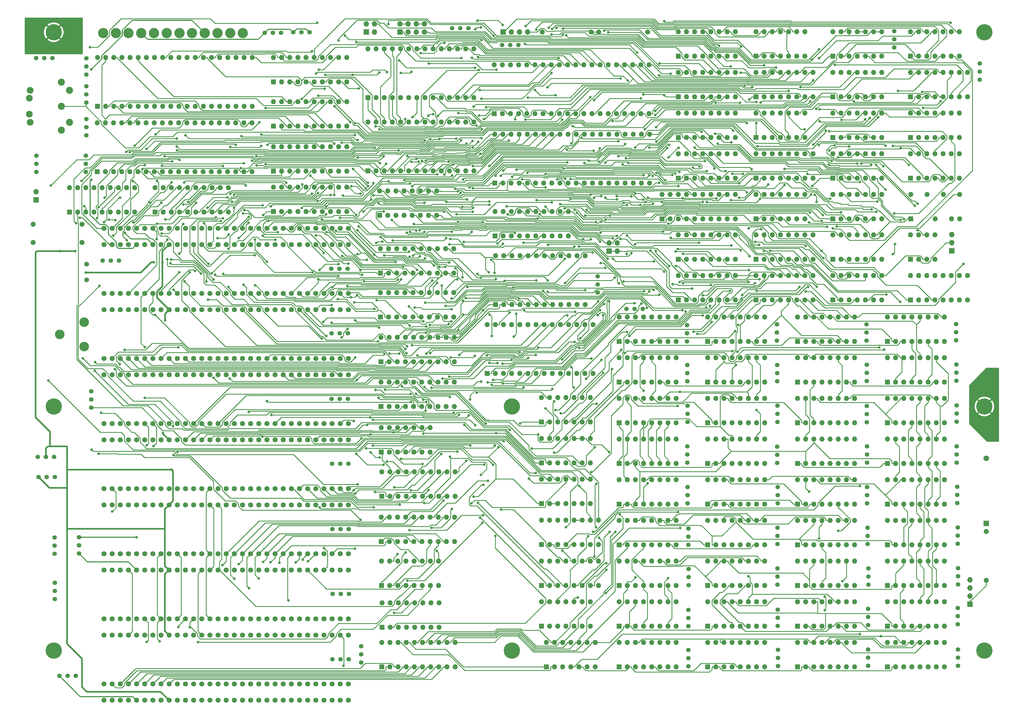
<source format=gbr>
%TF.GenerationSoftware,KiCad,Pcbnew,7.0.11*%
%TF.CreationDate,2024-05-25T01:19:37+03:00*%
%TF.ProjectId,Mad5160,4d616435-3136-4302-9e6b-696361645f70,rev?*%
%TF.SameCoordinates,Original*%
%TF.FileFunction,Copper,L4,Bot*%
%TF.FilePolarity,Positive*%
%FSLAX46Y46*%
G04 Gerber Fmt 4.6, Leading zero omitted, Abs format (unit mm)*
G04 Created by KiCad (PCBNEW 7.0.11) date 2024-05-25 01:19:37*
%MOMM*%
%LPD*%
G01*
G04 APERTURE LIST*
%TA.AperFunction,ComponentPad*%
%ADD10C,1.397000*%
%TD*%
%TA.AperFunction,ComponentPad*%
%ADD11R,1.600000X1.600000*%
%TD*%
%TA.AperFunction,ComponentPad*%
%ADD12O,1.600000X1.600000*%
%TD*%
%TA.AperFunction,ComponentPad*%
%ADD13C,5.080000*%
%TD*%
%TA.AperFunction,ComponentPad*%
%ADD14C,1.600000*%
%TD*%
%TA.AperFunction,ComponentPad*%
%ADD15R,1.700000X1.700000*%
%TD*%
%TA.AperFunction,ComponentPad*%
%ADD16O,1.700000X1.700000*%
%TD*%
%TA.AperFunction,ComponentPad*%
%ADD17R,1.778000X1.778000*%
%TD*%
%TA.AperFunction,ComponentPad*%
%ADD18C,1.778000*%
%TD*%
%TA.AperFunction,ComponentPad*%
%ADD19C,2.999740*%
%TD*%
%TA.AperFunction,ComponentPad*%
%ADD20C,2.100000*%
%TD*%
%TA.AperFunction,ComponentPad*%
%ADD21C,2.200000*%
%TD*%
%TA.AperFunction,ComponentPad*%
%ADD22C,1.500000*%
%TD*%
%TA.AperFunction,ComponentPad*%
%ADD23C,3.200000*%
%TD*%
%TA.AperFunction,ViaPad*%
%ADD24C,0.800000*%
%TD*%
%TA.AperFunction,Conductor*%
%ADD25C,0.250000*%
%TD*%
%TA.AperFunction,Conductor*%
%ADD26C,0.300000*%
%TD*%
%TA.AperFunction,Conductor*%
%ADD27C,0.500000*%
%TD*%
G04 APERTURE END LIST*
D10*
%TO.P,C14,1*%
%TO.N,+5V*%
X181991000Y-147802600D03*
%TO.P,C14,2*%
%TO.N,GND*%
X179451000Y-147802600D03*
X184531000Y-147802600D03*
%TD*%
D11*
%TO.P,U24,1*%
%TO.N,Net-(E1-Pin_2)*%
X244901800Y-155016200D03*
D12*
%TO.P,U24,2*%
%TO.N,XA18*%
X247441800Y-155016200D03*
%TO.P,U24,3*%
%TO.N,Net-(U43A-G2B)*%
X249981800Y-155016200D03*
%TO.P,U24,4*%
%TO.N,Net-(U44A-Q0)*%
X252521800Y-155016200D03*
%TO.P,U24,5*%
%TO.N,~{DA0K0BRD}'*%
X255061800Y-155016200D03*
%TO.P,U24,6*%
%TO.N,~{RAMADDRSEL}'*%
X257601800Y-155016200D03*
%TO.P,U24,7,GND*%
%TO.N,GND*%
X260141800Y-155016200D03*
%TO.P,U24,8*%
%TO.N,ROMADDRSEL*%
X260141800Y-147396200D03*
%TO.P,U24,9*%
%TO.N,~{CS6}'*%
X257601800Y-147396200D03*
%TO.P,U24,10*%
%TO.N,~{CS7}'*%
X255061800Y-147396200D03*
%TO.P,U24,11*%
%TO.N,Net-(U23-Pad4)*%
X252521800Y-147396200D03*
%TO.P,U24,12*%
%TO.N,~{INTA}'*%
X249981800Y-147396200D03*
%TO.P,U24,13*%
%TO.N,~{CARDSLCTD}'*%
X247441800Y-147396200D03*
%TO.P,U24,14,VCC*%
%TO.N,+5V*%
X244901800Y-147396200D03*
%TD*%
D11*
%TO.P,U61,1,A8*%
%TO.N,MA8*%
X324688200Y-206095600D03*
D12*
%TO.P,U61,2,D*%
%TO.N,MD1*%
X327228200Y-206095600D03*
%TO.P,U61,3,~{WE}*%
%TO.N,~{WE}'*%
X329768200Y-206095600D03*
%TO.P,U61,4,~{RAS}*%
%TO.N,~{RAS2}'*%
X332308200Y-206095600D03*
%TO.P,U61,5,A0*%
%TO.N,MA0*%
X334848200Y-206095600D03*
%TO.P,U61,6,A2*%
%TO.N,MA2*%
X337388200Y-206095600D03*
%TO.P,U61,7,A1*%
%TO.N,MA1*%
X339928200Y-206095600D03*
%TO.P,U61,8,Vcc*%
%TO.N,+5V*%
X342468200Y-206095600D03*
%TO.P,U61,9,A7*%
%TO.N,MA7*%
X342468200Y-198475600D03*
%TO.P,U61,10,A5*%
%TO.N,MA5*%
X339928200Y-198475600D03*
%TO.P,U61,11,A4*%
%TO.N,MA4*%
X337388200Y-198475600D03*
%TO.P,U61,12,A3*%
%TO.N,MA3*%
X334848200Y-198475600D03*
%TO.P,U61,13,A6*%
%TO.N,MA6*%
X332308200Y-198475600D03*
%TO.P,U61,14,Q*%
%TO.N,MD1*%
X329768200Y-198475600D03*
%TO.P,U61,15,~{CAS}*%
%TO.N,~{CAS2}'*%
X327228200Y-198475600D03*
%TO.P,U61,16,GND*%
%TO.N,GND*%
X324688200Y-198475600D03*
%TD*%
D11*
%TO.P,U51,1,A8*%
%TO.N,MA8*%
X296697400Y-167995600D03*
D12*
%TO.P,U51,2,D*%
%TO.N,MD4*%
X299237400Y-167995600D03*
%TO.P,U51,3,~{WE}*%
%TO.N,~{WE}'*%
X301777400Y-167995600D03*
%TO.P,U51,4,~{RAS}*%
%TO.N,~{RAS1}'*%
X304317400Y-167995600D03*
%TO.P,U51,5,A0*%
%TO.N,MA0*%
X306857400Y-167995600D03*
%TO.P,U51,6,A2*%
%TO.N,MA2*%
X309397400Y-167995600D03*
%TO.P,U51,7,A1*%
%TO.N,MA1*%
X311937400Y-167995600D03*
%TO.P,U51,8,Vcc*%
%TO.N,+5V*%
X314477400Y-167995600D03*
%TO.P,U51,9,A7*%
%TO.N,MA7*%
X314477400Y-160375600D03*
%TO.P,U51,10,A5*%
%TO.N,MA5*%
X311937400Y-160375600D03*
%TO.P,U51,11,A4*%
%TO.N,MA4*%
X309397400Y-160375600D03*
%TO.P,U51,12,A3*%
%TO.N,MA3*%
X306857400Y-160375600D03*
%TO.P,U51,13,A6*%
%TO.N,MA6*%
X304317400Y-160375600D03*
%TO.P,U51,14,Q*%
%TO.N,MD4*%
X301777400Y-160375600D03*
%TO.P,U51,15,~{CAS}*%
%TO.N,~{CAS1}'*%
X299237400Y-160375600D03*
%TO.P,U51,16,GND*%
%TO.N,GND*%
X296697400Y-160375600D03*
%TD*%
D11*
%TO.P,U12,1,OEa*%
%TO.N,~{DMAAEN}'*%
X195072000Y-178206400D03*
D12*
%TO.P,U12,2,I0a*%
%TO.N,XA0*%
X197612000Y-178206400D03*
%TO.P,U12,3,O3b*%
%TO.N,A7*%
X200152000Y-178206400D03*
%TO.P,U12,4,I1a*%
%TO.N,XA1*%
X202692000Y-178206400D03*
%TO.P,U12,5,O2b*%
%TO.N,A6*%
X205232000Y-178206400D03*
%TO.P,U12,6,I2a*%
%TO.N,XA2*%
X207772000Y-178206400D03*
%TO.P,U12,7,O1b*%
%TO.N,A5*%
X210312000Y-178206400D03*
%TO.P,U12,8,I3a*%
%TO.N,XA3*%
X212852000Y-178206400D03*
%TO.P,U12,9,O0b*%
%TO.N,A4*%
X215392000Y-178206400D03*
%TO.P,U12,10,GND*%
%TO.N,GND*%
X217932000Y-178206400D03*
%TO.P,U12,11,I0b*%
%TO.N,XA4*%
X217932000Y-170586400D03*
%TO.P,U12,12,O3a*%
%TO.N,A3*%
X215392000Y-170586400D03*
%TO.P,U12,13,I1b*%
%TO.N,XA5*%
X212852000Y-170586400D03*
%TO.P,U12,14,O2a*%
%TO.N,A2*%
X210312000Y-170586400D03*
%TO.P,U12,15,I2b*%
%TO.N,XA6*%
X207772000Y-170586400D03*
%TO.P,U12,16,O1a*%
%TO.N,A1*%
X205232000Y-170586400D03*
%TO.P,U12,17,I3b*%
%TO.N,XA7*%
X202692000Y-170586400D03*
%TO.P,U12,18,O0a*%
%TO.N,A0*%
X200152000Y-170586400D03*
%TO.P,U12,19,OEb*%
%TO.N,~{DMAAEN}'*%
X197612000Y-170586400D03*
%TO.P,U12,20,VCC*%
%TO.N,+5V*%
X195072000Y-170586400D03*
%TD*%
D11*
%TO.P,U11,1,~{OE}*%
%TO.N,~{DMAAEN}'*%
X194945000Y-192354200D03*
D12*
%TO.P,U11,2,O0*%
%TO.N,A8*%
X197485000Y-192354200D03*
%TO.P,U11,3,D0*%
%TO.N,XD0*%
X200025000Y-192354200D03*
%TO.P,U11,4,D1*%
%TO.N,XD1*%
X202565000Y-192354200D03*
%TO.P,U11,5,O1*%
%TO.N,A9*%
X205105000Y-192354200D03*
%TO.P,U11,6,O2*%
%TO.N,A10*%
X207645000Y-192354200D03*
%TO.P,U11,7,D2*%
%TO.N,XD2*%
X210185000Y-192354200D03*
%TO.P,U11,8,D3*%
%TO.N,XD3*%
X212725000Y-192354200D03*
%TO.P,U11,9,O3*%
%TO.N,A11*%
X215265000Y-192354200D03*
%TO.P,U11,10,GND*%
%TO.N,GND*%
X217805000Y-192354200D03*
%TO.P,U11,11,LE*%
%TO.N,Net-(U11A-LE)*%
X217805000Y-184734200D03*
%TO.P,U11,12,O4*%
%TO.N,A12*%
X215265000Y-184734200D03*
%TO.P,U11,13,D4*%
%TO.N,XD4*%
X212725000Y-184734200D03*
%TO.P,U11,14,D5*%
%TO.N,XD5*%
X210185000Y-184734200D03*
%TO.P,U11,15,O5*%
%TO.N,A13*%
X207645000Y-184734200D03*
%TO.P,U11,16,O6*%
%TO.N,A14*%
X205105000Y-184734200D03*
%TO.P,U11,17,D6*%
%TO.N,XD6*%
X202565000Y-184734200D03*
%TO.P,U11,18,D7*%
%TO.N,XD7*%
X200025000Y-184734200D03*
%TO.P,U11,19,O7*%
%TO.N,A15*%
X197485000Y-184734200D03*
%TO.P,U11,20,VCC*%
%TO.N,+5V*%
X194945000Y-184734200D03*
%TD*%
D10*
%TO.P,C39,1*%
%TO.N,+5V*%
X346354400Y-180416200D03*
%TO.P,C39,2*%
%TO.N,GND*%
X346354400Y-177876200D03*
X346354400Y-175336200D03*
%TD*%
D11*
%TO.P,U82,1,A8*%
%TO.N,MA8*%
X352755200Y-142595600D03*
D12*
%TO.P,U82,2,D*%
%TO.N,MD6*%
X355295200Y-142595600D03*
%TO.P,U82,3,~{WE}*%
%TO.N,~{WE}'*%
X357835200Y-142595600D03*
%TO.P,U82,4,~{RAS}*%
%TO.N,~{RAS3}'*%
X360375200Y-142595600D03*
%TO.P,U82,5,A0*%
%TO.N,MA0*%
X362915200Y-142595600D03*
%TO.P,U82,6,A2*%
%TO.N,MA2*%
X365455200Y-142595600D03*
%TO.P,U82,7,A1*%
%TO.N,MA1*%
X367995200Y-142595600D03*
%TO.P,U82,8,Vcc*%
%TO.N,+5V*%
X370535200Y-142595600D03*
%TO.P,U82,9,A7*%
%TO.N,MA7*%
X370535200Y-134975600D03*
%TO.P,U82,10,A5*%
%TO.N,MA5*%
X367995200Y-134975600D03*
%TO.P,U82,11,A4*%
%TO.N,MA4*%
X365455200Y-134975600D03*
%TO.P,U82,12,A3*%
%TO.N,MA3*%
X362915200Y-134975600D03*
%TO.P,U82,13,A6*%
%TO.N,MA6*%
X360375200Y-134975600D03*
%TO.P,U82,14,Q*%
%TO.N,MD6*%
X357835200Y-134975600D03*
%TO.P,U82,15,~{CAS}*%
%TO.N,~{CAS3}'*%
X355295200Y-134975600D03*
%TO.P,U82,16,GND*%
%TO.N,GND*%
X352755200Y-134975600D03*
%TD*%
D11*
%TO.P,U69,1*%
%TO.N,Net-(U57-Pad8)*%
X335737200Y-104258500D03*
D12*
%TO.P,U69,2*%
%TO.N,Net-(TD1A-100)*%
X338277200Y-104258500D03*
%TO.P,U69,3*%
%TO.N,/Sheet_3/~{CAS}*%
X340817200Y-104258500D03*
%TO.P,U69,4*%
%TO.N,~{XMEMR}'*%
X343357200Y-104258500D03*
%TO.P,U69,5*%
%TO.N,~{XMEMW}'*%
X345897200Y-104258500D03*
%TO.P,U69,6*%
%TO.N,/Sheet_3/RAS*%
X348437200Y-104258500D03*
%TO.P,U69,7,GND*%
%TO.N,GND*%
X350977200Y-104258500D03*
%TO.P,U69,8*%
%TO.N,/Sheet_3/~{REFRESH GATE}*%
X350977200Y-96638500D03*
%TO.P,U69,9*%
%TO.N,/Sheet_3/RAS*%
X348437200Y-96638500D03*
%TO.P,U69,10*%
%TO.N,DA0K0*%
X345897200Y-96638500D03*
%TO.P,U69,11*%
%TO.N,Net-(U69-Pad11)*%
X343357200Y-96638500D03*
%TO.P,U69,12*%
%TO.N,N.P. NPI*%
X340817200Y-96638500D03*
%TO.P,U69,13*%
%TO.N,N.P. INSTLSW*%
X338277200Y-96638500D03*
%TO.P,U69,14,VCC*%
%TO.N,+5V*%
X335737200Y-96638500D03*
%TD*%
D11*
%TO.P,U21,1,~{Mr}*%
%TO.N,~{RESETDRV}'*%
X244901800Y-193306700D03*
D12*
%TO.P,U21,2,Q0*%
%TO.N,Net-(U21B-D1)*%
X247441800Y-193306700D03*
%TO.P,U21,3,~{Q0}*%
%TO.N,unconnected-(U21A-~{Q0}-Pad3)*%
X249981800Y-193306700D03*
%TO.P,U21,4,D0*%
%TO.N,Net-(J9-KBDLOCK)*%
X252521800Y-193306700D03*
%TO.P,U21,5,D1*%
%TO.N,Net-(U21B-D1)*%
X255061800Y-193306700D03*
%TO.P,U21,6,~{Q1}*%
%TO.N,Net-(U21B-~{Q1})*%
X257601800Y-193306700D03*
%TO.P,U21,7,Q1*%
%TO.N,unconnected-(U21A-Q1-Pad7)*%
X260141800Y-193306700D03*
%TO.P,U21,8,GND*%
%TO.N,GND*%
X262681800Y-193306700D03*
%TO.P,U21,9,Cp*%
%TO.N,PCLK*%
X262681800Y-185686700D03*
%TO.P,U21,10,Q2*%
%TO.N,Net-(U21A-Q2)*%
X260141800Y-185686700D03*
%TO.P,U21,11,~{Q2}*%
%TO.N,Net-(U21A-D2)*%
X257601800Y-185686700D03*
%TO.P,U21,12,D2*%
X255061800Y-185686700D03*
%TO.P,U21,13,D3*%
%TO.N,unconnected-(U21A-D3-Pad13)*%
X252521800Y-185686700D03*
%TO.P,U21,14,~{Q3}*%
%TO.N,unconnected-(U21A-~{Q3}-Pad14)*%
X249981800Y-185686700D03*
%TO.P,U21,15,Q3*%
%TO.N,unconnected-(U21A-Q3-Pad15)*%
X247441800Y-185686700D03*
%TO.P,U21,16,VCC*%
%TO.N,+5V*%
X244901800Y-185686700D03*
%TD*%
D11*
%TO.P,RN2,1*%
%TO.N,Net-(E1-Pin_2)*%
X244901800Y-206070200D03*
D12*
%TO.P,RN2,2*%
%TO.N,Net-(U29-PC3)*%
X247441800Y-206070200D03*
%TO.P,RN2,3*%
%TO.N,Net-(U29-PC2)*%
X249981800Y-206070200D03*
%TO.P,RN2,4*%
%TO.N,Net-(U29-PC1)*%
X252521800Y-206070200D03*
%TO.P,RN2,5*%
%TO.N,Net-(U29-PC0)*%
X255061800Y-206070200D03*
%TO.P,RN2,6*%
%TO.N,Net-(E2-Pin_2)*%
X257601800Y-206070200D03*
%TO.P,RN2,7*%
%TO.N,Net-(E2-Pin_4)*%
X260141800Y-206070200D03*
%TO.P,RN2,8*%
%TO.N,unconnected-(RN2-Pad8)*%
X262681800Y-206070200D03*
%TO.P,RN2,9*%
%TO.N,PLANAR RAM 0*%
X262681800Y-198450200D03*
%TO.P,RN2,10*%
%TO.N,PLANAR RAM 1*%
X260141800Y-198450200D03*
%TO.P,RN2,11*%
%TO.N,N.P. INSTLSW*%
X257601800Y-198450200D03*
%TO.P,RN2,12*%
%TO.N,Net-(U41A-I0a)*%
X255061800Y-198450200D03*
%TO.P,RN2,13*%
%TO.N,Net-(U29-PB3)*%
X252521800Y-198450200D03*
%TO.P,RN2,14*%
%TO.N,unconnected-(RN2-Pad14)*%
X249981800Y-198450200D03*
%TO.P,RN2,15*%
%TO.N,unconnected-(RN2-Pad15)*%
X247441800Y-198450200D03*
%TO.P,RN2,16*%
%TO.N,+5V*%
X244901800Y-198450200D03*
%TD*%
D13*
%TO.P,H2,1*%
%TO.N,GND*%
X92786200Y-150190200D03*
%TD*%
D11*
%TO.P,U73,1,~{R}*%
%TO.N,HRQDMA*%
X335737200Y-53526300D03*
D12*
%TO.P,U73,2,D*%
%TO.N,Net-(U73A-D)*%
X338277200Y-53526300D03*
%TO.P,U73,3,C*%
%TO.N,Net-(U73A-C)*%
X340817200Y-53526300D03*
%TO.P,U73,4,~{S}*%
%TO.N,Net-(U73A-~{Q})*%
X343357200Y-53526300D03*
%TO.P,U73,5,Q*%
%TO.N,HOLDA*%
X345897200Y-53526300D03*
%TO.P,U73,6,~{Q}*%
%TO.N,Net-(U73A-~{Q})*%
X348437200Y-53526300D03*
%TO.P,U73,7,GND*%
%TO.N,GND*%
X350977200Y-53526300D03*
%TO.P,U73,8,~{Q}*%
%TO.N,unconnected-(U73B-~{Q}-Pad8)*%
X350977200Y-45906300D03*
%TO.P,U73,9,Q*%
%TO.N,DRQ0*%
X348437200Y-45906300D03*
%TO.P,U73,10,~{S}*%
%TO.N,+5V*%
X345897200Y-45906300D03*
%TO.P,U73,11,C*%
%TO.N,Net-(U26-OUT1)*%
X343357200Y-45906300D03*
%TO.P,U73,12,D*%
%TO.N,+5V*%
X340817200Y-45906300D03*
%TO.P,U73,13,~{R}*%
%TO.N,~{DA0K0BRD}'*%
X338277200Y-45906300D03*
%TO.P,U73,14,VCC*%
%TO.N,+5V*%
X335737200Y-45906300D03*
%TD*%
D11*
%TO.P,U37,1,A8*%
%TO.N,MA8*%
X269113000Y-142595600D03*
D12*
%TO.P,U37,2,D*%
%TO.N,MD6*%
X271653000Y-142595600D03*
%TO.P,U37,3,~{WE}*%
%TO.N,~{WE}'*%
X274193000Y-142595600D03*
%TO.P,U37,4,~{RAS}*%
%TO.N,~{RAS0}'*%
X276733000Y-142595600D03*
%TO.P,U37,5,A0*%
%TO.N,MA0*%
X279273000Y-142595600D03*
%TO.P,U37,6,A2*%
%TO.N,MA2*%
X281813000Y-142595600D03*
%TO.P,U37,7,A1*%
%TO.N,MA1*%
X284353000Y-142595600D03*
%TO.P,U37,8,Vcc*%
%TO.N,+5V*%
X286893000Y-142595600D03*
%TO.P,U37,9,A7*%
%TO.N,MA7*%
X286893000Y-134975600D03*
%TO.P,U37,10,A5*%
%TO.N,MA5*%
X284353000Y-134975600D03*
%TO.P,U37,11,A4*%
%TO.N,MA4*%
X281813000Y-134975600D03*
%TO.P,U37,12,A3*%
%TO.N,MA3*%
X279273000Y-134975600D03*
%TO.P,U37,13,A6*%
%TO.N,MA6*%
X276733000Y-134975600D03*
%TO.P,U37,14,Q*%
%TO.N,MD6*%
X274193000Y-134975600D03*
%TO.P,U37,15,~{CAS}*%
%TO.N,~{CAS0}'*%
X271653000Y-134975600D03*
%TO.P,U37,16,GND*%
%TO.N,GND*%
X269113000Y-134975600D03*
%TD*%
D10*
%TO.P,C19,1*%
%TO.N,+5V*%
X290728400Y-203454000D03*
%TO.P,C19,2*%
%TO.N,GND*%
X290728400Y-205994000D03*
X290728400Y-200914000D03*
%TD*%
%TO.P,C60,1*%
%TO.N,+5V*%
X232560000Y-37300000D03*
%TO.P,C60,2*%
%TO.N,GND*%
X235100000Y-37300000D03*
X237640000Y-37300000D03*
%TD*%
%TO.P,C47,1*%
%TO.N,+5V*%
X374624600Y-193065400D03*
%TO.P,C47,2*%
%TO.N,GND*%
X374624600Y-190525400D03*
X374624600Y-187985400D03*
%TD*%
D11*
%TO.P,U1,1,CSYNC*%
%TO.N,GND*%
X97739200Y-89458800D03*
D12*
%TO.P,U1,2,PCLK*%
%TO.N,PCLK*%
X100279200Y-89458800D03*
%TO.P,U1,3,~{AEN1}*%
%TO.N,~{RDY}'{slash}WAIT*%
X102819200Y-89458800D03*
%TO.P,U1,4,RDY1*%
%TO.N,~{DMAWAIT}'*%
X105359200Y-89458800D03*
%TO.P,U1,5,READY*%
%TO.N,READY*%
X107899200Y-89458800D03*
%TO.P,U1,6,RDY2*%
%TO.N,GND*%
X110439200Y-89458800D03*
%TO.P,U1,7,~{AEN2}*%
%TO.N,+5V*%
X112979200Y-89458800D03*
%TO.P,U1,8,CLK*%
%TO.N,CLK88*%
X115519200Y-89458800D03*
%TO.P,U1,9,GND*%
%TO.N,GND*%
X118059200Y-89458800D03*
%TO.P,U1,10,RESET*%
%TO.N,RESET*%
X118059200Y-81838800D03*
%TO.P,U1,11,~{RES}*%
%TO.N,PWRGOOD*%
X115519200Y-81838800D03*
%TO.P,U1,12,OSC*%
%TO.N,OSC*%
X112979200Y-81838800D03*
%TO.P,U1,13,F/~{C}*%
%TO.N,Net-(U1-F{slash}~{C})*%
X110439200Y-81838800D03*
%TO.P,U1,14,EFI*%
%TO.N,unconnected-(U1-EFI-Pad14)*%
X107899200Y-81838800D03*
%TO.P,U1,15,~{ASYNC}*%
%TO.N,GND*%
X105359200Y-81838800D03*
%TO.P,U1,16,X2*%
%TO.N,Net-(U1-X2)*%
X102819200Y-81838800D03*
%TO.P,U1,17,X1*%
%TO.N,Net-(U1-X1)*%
X100279200Y-81838800D03*
%TO.P,U1,18,Vcc*%
%TO.N,+5V*%
X97739200Y-81838800D03*
%TD*%
D11*
%TO.P,U45,1,A*%
%TO.N,XA5*%
X287522600Y-40843200D03*
D12*
%TO.P,U45,2,B*%
%TO.N,XA6*%
X290062600Y-40843200D03*
%TO.P,U45,3,C*%
%TO.N,XA7*%
X292602600Y-40843200D03*
%TO.P,U45,4,G2A*%
%TO.N,XA9*%
X295142600Y-40843200D03*
%TO.P,U45,5,G2B*%
%TO.N,XA8*%
X297682600Y-40843200D03*
%TO.P,U45,6,G1*%
%TO.N,~{AEN}'*%
X300222600Y-40843200D03*
%TO.P,U45,7,Y7*%
%TO.N,unconnected-(U45A-Y7-Pad7)*%
X302762600Y-40843200D03*
%TO.P,U45,8,GND*%
%TO.N,GND*%
X305302600Y-40843200D03*
%TO.P,U45,9,Y6*%
%TO.N,unconnected-(U45A-Y6-Pad9)*%
X305302600Y-33223200D03*
%TO.P,U45,10,Y5*%
%TO.N,Net-(U45A-Y5)*%
X302762600Y-33223200D03*
%TO.P,U45,11,Y4*%
%TO.N,Net-(U45A-Y4)*%
X300222600Y-33223200D03*
%TO.P,U45,12,Y3*%
%TO.N,~{PPICS}'*%
X297682600Y-33223200D03*
%TO.P,U45,13,Y2*%
%TO.N,~{T{slash}CCS}'*%
X295142600Y-33223200D03*
%TO.P,U45,14,Y1*%
%TO.N,~{INTRCS}'*%
X292602600Y-33223200D03*
%TO.P,U45,15,Y0*%
%TO.N,~{DMACS}'*%
X290062600Y-33223200D03*
%TO.P,U45,16,VCC*%
%TO.N,+5V*%
X287522600Y-33223200D03*
%TD*%
D10*
%TO.P,C2,1*%
%TO.N,Net-(J9-KBDLOCK)*%
X104521000Y-150545800D03*
%TO.P,C2,2*%
%TO.N,GND*%
X104521000Y-148005800D03*
X104521000Y-145465800D03*
%TD*%
D11*
%TO.P,U75,1,A8*%
%TO.N,MA8*%
X352755200Y-231495600D03*
D12*
%TO.P,U75,2,D*%
%TO.N,MDPIN*%
X355295200Y-231495600D03*
%TO.P,U75,3,~{WE}*%
%TO.N,~{WE}'*%
X357835200Y-231495600D03*
%TO.P,U75,4,~{RAS}*%
%TO.N,~{RAS3}'*%
X360375200Y-231495600D03*
%TO.P,U75,5,A0*%
%TO.N,MA0*%
X362915200Y-231495600D03*
%TO.P,U75,6,A2*%
%TO.N,MA2*%
X365455200Y-231495600D03*
%TO.P,U75,7,A1*%
%TO.N,MA1*%
X367995200Y-231495600D03*
%TO.P,U75,8,Vcc*%
%TO.N,+5V*%
X370535200Y-231495600D03*
%TO.P,U75,9,A7*%
%TO.N,MA7*%
X370535200Y-223875600D03*
%TO.P,U75,10,A5*%
%TO.N,MA5*%
X367995200Y-223875600D03*
%TO.P,U75,11,A4*%
%TO.N,MA4*%
X365455200Y-223875600D03*
%TO.P,U75,12,A3*%
%TO.N,MA3*%
X362915200Y-223875600D03*
%TO.P,U75,13,A6*%
%TO.N,MA6*%
X360375200Y-223875600D03*
%TO.P,U75,14,Q*%
%TO.N,MDPOUT*%
X357835200Y-223875600D03*
%TO.P,U75,15,~{CAS}*%
%TO.N,~{CAS3}'*%
X355295200Y-223875600D03*
%TO.P,U75,16,GND*%
%TO.N,GND*%
X352755200Y-223875600D03*
%TD*%
D10*
%TO.P,C26,1*%
%TO.N,+5V*%
X318592200Y-231216200D03*
%TO.P,C26,2*%
%TO.N,GND*%
X318592200Y-228676200D03*
X318592200Y-226136200D03*
%TD*%
%TO.P,C12,1*%
%TO.N,+5V*%
X182245000Y-188468000D03*
%TO.P,C12,2*%
%TO.N,GND*%
X179705000Y-188468000D03*
X184785000Y-188468000D03*
%TD*%
D11*
%TO.P,U77,1,A8*%
%TO.N,MA8*%
X352755200Y-206095600D03*
D12*
%TO.P,U77,2,D*%
%TO.N,MD1*%
X355295200Y-206095600D03*
%TO.P,U77,3,~{WE}*%
%TO.N,~{WE}'*%
X357835200Y-206095600D03*
%TO.P,U77,4,~{RAS}*%
%TO.N,~{RAS3}'*%
X360375200Y-206095600D03*
%TO.P,U77,5,A0*%
%TO.N,MA0*%
X362915200Y-206095600D03*
%TO.P,U77,6,A2*%
%TO.N,MA2*%
X365455200Y-206095600D03*
%TO.P,U77,7,A1*%
%TO.N,MA1*%
X367995200Y-206095600D03*
%TO.P,U77,8,Vcc*%
%TO.N,+5V*%
X370535200Y-206095600D03*
%TO.P,U77,9,A7*%
%TO.N,MA7*%
X370535200Y-198475600D03*
%TO.P,U77,10,A5*%
%TO.N,MA5*%
X367995200Y-198475600D03*
%TO.P,U77,11,A4*%
%TO.N,MA4*%
X365455200Y-198475600D03*
%TO.P,U77,12,A3*%
%TO.N,MA3*%
X362915200Y-198475600D03*
%TO.P,U77,13,A6*%
%TO.N,MA6*%
X360375200Y-198475600D03*
%TO.P,U77,14,Q*%
%TO.N,MD1*%
X357835200Y-198475600D03*
%TO.P,U77,15,~{CAS}*%
%TO.N,~{CAS3}'*%
X355295200Y-198475600D03*
%TO.P,U77,16,GND*%
%TO.N,GND*%
X352755200Y-198475600D03*
%TD*%
D10*
%TO.P,C30,1*%
%TO.N,+5V*%
X318516000Y-180467000D03*
%TO.P,C30,2*%
%TO.N,GND*%
X318516000Y-177927000D03*
X318516000Y-175387000D03*
%TD*%
D11*
%TO.P,U66,1,A8*%
%TO.N,MA8*%
X324688200Y-142595600D03*
D12*
%TO.P,U66,2,D*%
%TO.N,MD6*%
X327228200Y-142595600D03*
%TO.P,U66,3,~{WE}*%
%TO.N,~{WE}'*%
X329768200Y-142595600D03*
%TO.P,U66,4,~{RAS}*%
%TO.N,~{RAS2}'*%
X332308200Y-142595600D03*
%TO.P,U66,5,A0*%
%TO.N,MA0*%
X334848200Y-142595600D03*
%TO.P,U66,6,A2*%
%TO.N,MA2*%
X337388200Y-142595600D03*
%TO.P,U66,7,A1*%
%TO.N,MA1*%
X339928200Y-142595600D03*
%TO.P,U66,8,Vcc*%
%TO.N,+5V*%
X342468200Y-142595600D03*
%TO.P,U66,9,A7*%
%TO.N,MA7*%
X342468200Y-134975600D03*
%TO.P,U66,10,A5*%
%TO.N,MA5*%
X339928200Y-134975600D03*
%TO.P,U66,11,A4*%
%TO.N,MA4*%
X337388200Y-134975600D03*
%TO.P,U66,12,A3*%
%TO.N,MA3*%
X334848200Y-134975600D03*
%TO.P,U66,13,A6*%
%TO.N,MA6*%
X332308200Y-134975600D03*
%TO.P,U66,14,Q*%
%TO.N,MD6*%
X329768200Y-134975600D03*
%TO.P,U66,15,~{CAS}*%
%TO.N,~{CAS2}'*%
X327228200Y-134975600D03*
%TO.P,U66,16,GND*%
%TO.N,GND*%
X324688200Y-134975600D03*
%TD*%
D11*
%TO.P,U23,1*%
%TO.N,~{XIOR}'*%
X244901800Y-167779700D03*
D12*
%TO.P,U23,2*%
%TO.N,XA9*%
X247441800Y-167779700D03*
%TO.P,U23,3*%
%TO.N,Net-(U23-Pad12)*%
X249981800Y-167779700D03*
%TO.P,U23,4*%
%TO.N,Net-(U23-Pad4)*%
X252521800Y-167779700D03*
%TO.P,U23,5*%
%TO.N,ROMADDRSEL*%
X255061800Y-167779700D03*
%TO.P,U23,6*%
%TO.N,Net-(U15A-A->B)*%
X257601800Y-167779700D03*
%TO.P,U23,7,GND*%
%TO.N,GND*%
X260141800Y-167779700D03*
%TO.P,U23,8*%
%TO.N,Net-(U86A-D)*%
X260141800Y-160159700D03*
%TO.P,U23,9*%
%TO.N,Net-(U20A-Odd)*%
X257601800Y-160159700D03*
%TO.P,U23,10*%
X255061800Y-160159700D03*
%TO.P,U23,11*%
%TO.N,~{RAMADDRSEL}'*%
X252521800Y-160159700D03*
%TO.P,U23,12*%
%TO.N,Net-(U23-Pad12)*%
X249981800Y-160159700D03*
%TO.P,U23,13*%
%TO.N,XA8*%
X247441800Y-160159700D03*
%TO.P,U23,14,VCC*%
%TO.N,+5V*%
X244901800Y-160159700D03*
%TD*%
D11*
%TO.P,U84,1,S*%
%TO.N,ADDRSEL*%
X359942600Y-116941600D03*
D12*
%TO.P,U84,2,I0a*%
%TO.N,XA16*%
X362482600Y-116941600D03*
%TO.P,U84,3,I1a*%
%TO.N,XA17*%
X365022600Y-116941600D03*
%TO.P,U84,4,Za*%
%TO.N,Net-(U84A-Za)*%
X367562600Y-116941600D03*
%TO.P,U84,5,I0b*%
%TO.N,unconnected-(U84A-I0b-Pad5)*%
X370102600Y-116941600D03*
%TO.P,U84,6,I1b*%
%TO.N,unconnected-(U84A-I1b-Pad6)*%
X372642600Y-116941600D03*
%TO.P,U84,7,Zb*%
%TO.N,unconnected-(U84A-Zb-Pad7)*%
X375182600Y-116941600D03*
%TO.P,U84,8,GND*%
%TO.N,GND*%
X377722600Y-116941600D03*
%TO.P,U84,9,Zd*%
%TO.N,unconnected-(U84A-Zd-Pad9)*%
X377722600Y-109321600D03*
%TO.P,U84,10,I1d*%
%TO.N,unconnected-(U84A-I1d-Pad10)*%
X375182600Y-109321600D03*
%TO.P,U84,11,I0d*%
%TO.N,unconnected-(U84A-I0d-Pad11)*%
X372642600Y-109321600D03*
%TO.P,U84,12,Zc*%
%TO.N,unconnected-(U84A-Zc-Pad12)*%
X370102600Y-109321600D03*
%TO.P,U84,13,I1c*%
%TO.N,unconnected-(U84A-I1c-Pad13)*%
X367562600Y-109321600D03*
%TO.P,U84,14,I0c*%
%TO.N,unconnected-(U84A-I0c-Pad14)*%
X365022600Y-109321600D03*
%TO.P,U84,15,E*%
%TO.N,GND*%
X362482600Y-109321600D03*
%TO.P,U84,16,VCC*%
%TO.N,+5V*%
X359942600Y-109321600D03*
%TD*%
D10*
%TO.P,C29,1*%
%TO.N,+5V*%
X318465200Y-193090800D03*
%TO.P,C29,2*%
%TO.N,GND*%
X318465200Y-190550800D03*
X318465200Y-188010800D03*
%TD*%
D11*
%TO.P,U25,1,~{CS}*%
%TO.N,~{INTRCS}'*%
X227965000Y-139852400D03*
D12*
%TO.P,U25,2,~{WR}*%
%TO.N,~{XIOW}'*%
X230505000Y-139852400D03*
%TO.P,U25,3,~{RD}*%
%TO.N,~{XIOR}'*%
X233045000Y-139852400D03*
%TO.P,U25,4,D7*%
%TO.N,XD7*%
X235585000Y-139852400D03*
%TO.P,U25,5,D6*%
%TO.N,XD6*%
X238125000Y-139852400D03*
%TO.P,U25,6,D5*%
%TO.N,XD5*%
X240665000Y-139852400D03*
%TO.P,U25,7,D4*%
%TO.N,XD4*%
X243205000Y-139852400D03*
%TO.P,U25,8,D3*%
%TO.N,XD3*%
X245745000Y-139852400D03*
%TO.P,U25,9,D2*%
%TO.N,XD2*%
X248285000Y-139852400D03*
%TO.P,U25,10,D1*%
%TO.N,XD1*%
X250825000Y-139852400D03*
%TO.P,U25,11,D0*%
%TO.N,XD0*%
X253365000Y-139852400D03*
%TO.P,U25,12,CAS0*%
%TO.N,unconnected-(U25-CAS0-Pad12)*%
X255905000Y-139852400D03*
%TO.P,U25,13,CAS1*%
%TO.N,unconnected-(U25-CAS1-Pad13)*%
X258445000Y-139852400D03*
%TO.P,U25,14,GND*%
%TO.N,GND*%
X260985000Y-139852400D03*
%TO.P,U25,15,CAS2*%
%TO.N,unconnected-(U25-CAS2-Pad15)*%
X260985000Y-124612400D03*
%TO.P,U25,16,~{SP}/~{EN}*%
%TO.N,Net-(U25-~{SP}{slash}~{EN})*%
X258445000Y-124612400D03*
%TO.P,U25,17,INT*%
%TO.N,Net-(U25-INT)*%
X255905000Y-124612400D03*
%TO.P,U25,18,IR0*%
%TO.N,IRQ0*%
X253365000Y-124612400D03*
%TO.P,U25,19,IR1*%
%TO.N,IRQ1*%
X250825000Y-124612400D03*
%TO.P,U25,20,IR2*%
%TO.N,IRQ2*%
X248285000Y-124612400D03*
%TO.P,U25,21,IR3*%
%TO.N,IRQ3*%
X245745000Y-124612400D03*
%TO.P,U25,22,IR4*%
%TO.N,IRQ4*%
X243205000Y-124612400D03*
%TO.P,U25,23,IR5*%
%TO.N,IRQ5*%
X240665000Y-124612400D03*
%TO.P,U25,24,IR6*%
%TO.N,IRQ6*%
X238125000Y-124612400D03*
%TO.P,U25,25,IR7*%
%TO.N,IRQ7*%
X235585000Y-124612400D03*
%TO.P,U25,26,~{INTA}*%
%TO.N,~{INTA}'*%
X233045000Y-124612400D03*
%TO.P,U25,27,A0*%
%TO.N,XA0*%
X230505000Y-124612400D03*
%TO.P,U25,28,Vcc*%
%TO.N,+5V*%
X227965000Y-124612400D03*
%TD*%
D11*
%TO.P,U58,1*%
%TO.N,~{T{slash}CCS}'*%
X311734200Y-40843200D03*
D12*
%TO.P,U58,2*%
%TO.N,~{XIOR}'*%
X314274200Y-40843200D03*
%TO.P,U58,3*%
%TO.N,Net-(U26-~{RD})*%
X316814200Y-40843200D03*
%TO.P,U58,4*%
%TO.N,~{T{slash}CCS}'*%
X319354200Y-40843200D03*
%TO.P,U58,5*%
%TO.N,~{XIOW}'*%
X321894200Y-40843200D03*
%TO.P,U58,6*%
%TO.N,Net-(U26-~{WR})*%
X324434200Y-40843200D03*
%TO.P,U58,7,GND*%
%TO.N,GND*%
X326974200Y-40843200D03*
%TO.P,U58,8*%
%TO.N,~{WRTDMAPGREG}'*%
X326974200Y-33223200D03*
%TO.P,U58,9*%
%TO.N,Net-(U45A-Y4)*%
X324434200Y-33223200D03*
%TO.P,U58,10*%
%TO.N,~{XIOW}'*%
X321894200Y-33223200D03*
%TO.P,U58,11*%
%TO.N,~{WRTNMIREG}'*%
X319354200Y-33223200D03*
%TO.P,U58,12*%
%TO.N,~{XIOW}'*%
X316814200Y-33223200D03*
%TO.P,U58,13*%
%TO.N,Net-(U45A-Y5)*%
X314274200Y-33223200D03*
%TO.P,U58,14,VCC*%
%TO.N,+5V*%
X311734200Y-33223200D03*
%TD*%
D14*
%TO.P,J7,A1,I/OCHCK*%
%TO.N,I{slash}O CHCK*%
X108432600Y-114880600D03*
%TO.P,J7,A2,D7*%
%TO.N,D7*%
X110972600Y-114880600D03*
%TO.P,J7,A3,D6*%
%TO.N,D6*%
X113512600Y-114880600D03*
%TO.P,J7,A4,D5*%
%TO.N,D5*%
X116052600Y-114880600D03*
%TO.P,J7,A5,D4*%
%TO.N,D4*%
X118592600Y-114880600D03*
%TO.P,J7,A6,D3*%
%TO.N,D3*%
X121132600Y-114880600D03*
%TO.P,J7,A7,D2*%
%TO.N,D2*%
X123672600Y-114880600D03*
%TO.P,J7,A8,D1*%
%TO.N,D1*%
X126212600Y-114880600D03*
%TO.P,J7,A9,D0*%
%TO.N,D0*%
X128752600Y-114880600D03*
%TO.P,J7,A10,I/OCHRDY*%
%TO.N,I{slash}O CHRDY*%
X131292600Y-114880600D03*
%TO.P,J7,A11,AEN*%
%TO.N,AEN*%
X133832600Y-114880600D03*
%TO.P,J7,A12,A19*%
%TO.N,A19*%
X136372600Y-114880600D03*
%TO.P,J7,A13,A18*%
%TO.N,A18*%
X138912600Y-114880600D03*
%TO.P,J7,A14,A17*%
%TO.N,A17*%
X141452600Y-114880600D03*
%TO.P,J7,A15,A16*%
%TO.N,A16*%
X143992600Y-114880600D03*
%TO.P,J7,A16,A15*%
%TO.N,A15*%
X146532600Y-114880600D03*
%TO.P,J7,A17,A14*%
%TO.N,A14*%
X149072600Y-114880600D03*
%TO.P,J7,A18,A13*%
%TO.N,A13*%
X151612600Y-114880600D03*
%TO.P,J7,A19,A12*%
%TO.N,A12*%
X154152600Y-114880600D03*
%TO.P,J7,A20,A11*%
%TO.N,A11*%
X156692600Y-114880600D03*
%TO.P,J7,A21,A10*%
%TO.N,A10*%
X159232600Y-114880600D03*
%TO.P,J7,A22,A9*%
%TO.N,A9*%
X161772600Y-114880600D03*
%TO.P,J7,A23,A8*%
%TO.N,A8*%
X164312600Y-114880600D03*
%TO.P,J7,A24,A7*%
%TO.N,A7*%
X166852600Y-114880600D03*
%TO.P,J7,A25,A6*%
%TO.N,A6*%
X169392600Y-114880600D03*
%TO.P,J7,A26,A5*%
%TO.N,A5*%
X171932600Y-114880600D03*
%TO.P,J7,A27,A4*%
%TO.N,A4*%
X174472600Y-114880600D03*
%TO.P,J7,A28,A3*%
%TO.N,A3*%
X177012600Y-114880600D03*
%TO.P,J7,A29,A2*%
%TO.N,A2*%
X179552600Y-114880600D03*
%TO.P,J7,A30,A1*%
%TO.N,A1*%
X182092600Y-114880600D03*
%TO.P,J7,A31,A0*%
%TO.N,A0*%
X184632600Y-114880600D03*
%TO.P,J7,B1,GND*%
%TO.N,GND*%
X108432600Y-119960600D03*
%TO.P,J7,B2,RESETDRV*%
%TO.N,RESETDRV*%
X110972600Y-119960600D03*
%TO.P,J7,B3,+5V*%
%TO.N,+5V*%
X113512600Y-119960600D03*
%TO.P,J7,B4,IRQ2*%
%TO.N,IRQ2*%
X116052600Y-119960600D03*
%TO.P,J7,B5,-5V*%
%TO.N,-5V*%
X118592600Y-119960600D03*
%TO.P,J7,B6,DRQ2*%
%TO.N,DRQ2*%
X121132600Y-119960600D03*
%TO.P,J7,B7,-12V*%
%TO.N,-12V*%
X123672600Y-119960600D03*
%TO.P,J7,B8,RESERVED*%
%TO.N,unconnected-(J7-RESERVED-PadB8)*%
X126212600Y-119960600D03*
%TO.P,J7,B9,+12V*%
%TO.N,+12V*%
X128752600Y-119960600D03*
%TO.P,J7,B10,GND*%
%TO.N,GND*%
X131292600Y-119960600D03*
%TO.P,J7,B11,~{MEMW}*%
%TO.N,~{MEMW}'*%
X133832600Y-119960600D03*
%TO.P,J7,B12,~{MEMR}*%
%TO.N,~{MEMR}'*%
X136372600Y-119960600D03*
%TO.P,J7,B13,~{IOW}*%
%TO.N,~{IOW}'*%
X138912600Y-119960600D03*
%TO.P,J7,B14,~{IOR}*%
%TO.N,~{IOR}'*%
X141452600Y-119960600D03*
%TO.P,J7,B15,~{DACK3}*%
%TO.N,~{DA0K3}'*%
X143992600Y-119960600D03*
%TO.P,J7,B16,DRQ3*%
%TO.N,DRQ3*%
X146532600Y-119960600D03*
%TO.P,J7,B17,~{DACK1}*%
%TO.N,~{DA0K1}'*%
X149072600Y-119960600D03*
%TO.P,J7,B18,DRQ1*%
%TO.N,DRQ1*%
X151612600Y-119960600D03*
%TO.P,J7,B19,~{DACK0}*%
%TO.N,~{DACK0}'*%
X154152600Y-119960600D03*
%TO.P,J7,B20,CLK*%
%TO.N,CLK*%
X156692600Y-119960600D03*
%TO.P,J7,B21,IRQ7*%
%TO.N,IRQ7*%
X159232600Y-119960600D03*
%TO.P,J7,B22,IRQ6*%
%TO.N,IRQ6*%
X161772600Y-119960600D03*
%TO.P,J7,B23,IRQ5*%
%TO.N,IRQ5*%
X164312600Y-119960600D03*
%TO.P,J7,B24,IRQ4*%
%TO.N,IRQ4*%
X166852600Y-119960600D03*
%TO.P,J7,B25,IRQ3*%
%TO.N,IRQ3*%
X169392600Y-119960600D03*
%TO.P,J7,B26,~{DACK2}*%
%TO.N,~{DA0K2}'*%
X171932600Y-119960600D03*
%TO.P,J7,B27,T/C*%
%TO.N,T{slash}C*%
X174472600Y-119960600D03*
%TO.P,J7,B28,ALE*%
%TO.N,ALE*%
X177012600Y-119960600D03*
%TO.P,J7,B29,+5V*%
%TO.N,+5V*%
X179552600Y-119960600D03*
%TO.P,J7,B30,OSC*%
%TO.N,OSC*%
X182092600Y-119960600D03*
%TO.P,J7,B31,GND*%
%TO.N,GND*%
X184632600Y-119960600D03*
%TD*%
%TO.P,J8,A1,I/OCHCK*%
%TO.N,I{slash}O CHCK*%
X108432600Y-94553300D03*
%TO.P,J8,A2,XD7*%
%TO.N,XD7*%
X110972600Y-94553300D03*
%TO.P,J8,A3,XD6*%
%TO.N,XD6*%
X113512600Y-94553300D03*
%TO.P,J8,A4,XD5*%
%TO.N,XD5*%
X116052600Y-94553300D03*
%TO.P,J8,A5,XD4*%
%TO.N,XD4*%
X118592600Y-94553300D03*
%TO.P,J8,A6,XD3*%
%TO.N,XD3*%
X121132600Y-94553300D03*
%TO.P,J8,A7,XD2*%
%TO.N,XD2*%
X123672600Y-94553300D03*
%TO.P,J8,A8,XD1*%
%TO.N,XD1*%
X126212600Y-94553300D03*
%TO.P,J8,A9,XD0*%
%TO.N,XD0*%
X128752600Y-94553300D03*
%TO.P,J8,A10,I/OCHRDY*%
%TO.N,I{slash}O CHRDY*%
X131292600Y-94553300D03*
%TO.P,J8,A11,AEN*%
%TO.N,AEN*%
X133832600Y-94553300D03*
%TO.P,J8,A12,XA19*%
%TO.N,XA19*%
X136372600Y-94553300D03*
%TO.P,J8,A13,XA18*%
%TO.N,XA18*%
X138912600Y-94553300D03*
%TO.P,J8,A14,XA17*%
%TO.N,XA17*%
X141452600Y-94553300D03*
%TO.P,J8,A15,XA16*%
%TO.N,XA16*%
X143992600Y-94553300D03*
%TO.P,J8,A16,XA15*%
%TO.N,XA15*%
X146532600Y-94553300D03*
%TO.P,J8,A17,XA14*%
%TO.N,XA14*%
X149072600Y-94553300D03*
%TO.P,J8,A18,XA13*%
%TO.N,XA13*%
X151612600Y-94553300D03*
%TO.P,J8,A19,XA12*%
%TO.N,XA12*%
X154152600Y-94553300D03*
%TO.P,J8,A20,XA11*%
%TO.N,XA11*%
X156692600Y-94553300D03*
%TO.P,J8,A21,XA10*%
%TO.N,XA10*%
X159232600Y-94553300D03*
%TO.P,J8,A22,XA9*%
%TO.N,XA9*%
X161772600Y-94553300D03*
%TO.P,J8,A23,XA8*%
%TO.N,XA8*%
X164312600Y-94553300D03*
%TO.P,J8,A24,XA7*%
%TO.N,XA7*%
X166852600Y-94553300D03*
%TO.P,J8,A25,XA6*%
%TO.N,XA6*%
X169392600Y-94553300D03*
%TO.P,J8,A26,XA5*%
%TO.N,XA5*%
X171932600Y-94553300D03*
%TO.P,J8,A27,XA4*%
%TO.N,XA4*%
X174472600Y-94553300D03*
%TO.P,J8,A28,XA3*%
%TO.N,XA3*%
X177012600Y-94553300D03*
%TO.P,J8,A29,XA2*%
%TO.N,XA2*%
X179552600Y-94553300D03*
%TO.P,J8,A30,XA1*%
%TO.N,XA1*%
X182092600Y-94553300D03*
%TO.P,J8,A31,XA0*%
%TO.N,XA0*%
X184632600Y-94553300D03*
%TO.P,J8,B1,GND*%
%TO.N,GND*%
X108432600Y-99633300D03*
%TO.P,J8,B2,RESETDRV*%
%TO.N,RESETDRV*%
X110972600Y-99633300D03*
%TO.P,J8,B3,+5V*%
%TO.N,+5V*%
X113512600Y-99633300D03*
%TO.P,J8,B4,IRQ2*%
%TO.N,IRQ2*%
X116052600Y-99633300D03*
%TO.P,J8,B5,-5V*%
%TO.N,-5V*%
X118592600Y-99633300D03*
%TO.P,J8,B6,DRQ2*%
%TO.N,DRQ2*%
X121132600Y-99633300D03*
%TO.P,J8,B7,-12V*%
%TO.N,-12V*%
X123672600Y-99633300D03*
%TO.P,J8,B8,~{CARDSLCTD}*%
%TO.N,~{CARDSLCTD}'*%
X126212600Y-99633300D03*
%TO.P,J8,B9,+12V*%
%TO.N,+12V*%
X128752600Y-99633300D03*
%TO.P,J8,B10,GND*%
%TO.N,GND*%
X131292600Y-99633300D03*
%TO.P,J8,B11,~{YMEMW}*%
%TO.N,~{YMEMW}'*%
X133832600Y-99633300D03*
%TO.P,J8,B12,~{YMEMR}*%
%TO.N,~{YMEMR}'*%
X136372600Y-99633300D03*
%TO.P,J8,B13,~{XIOW}*%
%TO.N,~{XIOW}'*%
X138912600Y-99633300D03*
%TO.P,J8,B14,~{XIOR}*%
%TO.N,~{XIOR}'*%
X141452600Y-99633300D03*
%TO.P,J8,B15,~{DACK3}*%
%TO.N,~{DA0K3}'*%
X143992600Y-99633300D03*
%TO.P,J8,B16,DRQ3*%
%TO.N,DRQ3*%
X146532600Y-99633300D03*
%TO.P,J8,B17,~{DACK1}*%
%TO.N,~{DA0K1}'*%
X149072600Y-99633300D03*
%TO.P,J8,B18,DRQ1*%
%TO.N,DRQ1*%
X151612600Y-99633300D03*
%TO.P,J8,B19,~{DACK0}*%
%TO.N,~{DACK0}'*%
X154152600Y-99633300D03*
%TO.P,J8,B20,CLK*%
%TO.N,CLK*%
X156692600Y-99633300D03*
%TO.P,J8,B21,IRQ7*%
%TO.N,IRQ7*%
X159232600Y-99633300D03*
%TO.P,J8,B22,IRQ6*%
%TO.N,IRQ6*%
X161772600Y-99633300D03*
%TO.P,J8,B23,IRQ5*%
%TO.N,IRQ5*%
X164312600Y-99633300D03*
%TO.P,J8,B24,IRQ4*%
%TO.N,IRQ4*%
X166852600Y-99633300D03*
%TO.P,J8,B25,IRQ3*%
%TO.N,IRQ3*%
X169392600Y-99633300D03*
%TO.P,J8,B26,~{DACK2}*%
%TO.N,~{DA0K2}'*%
X171932600Y-99633300D03*
%TO.P,J8,B27,T/C*%
%TO.N,T{slash}C*%
X174472600Y-99633300D03*
%TO.P,J8,B28,ALE*%
%TO.N,ALE*%
X177012600Y-99633300D03*
%TO.P,J8,B29,+5V*%
%TO.N,+5V*%
X179552600Y-99633300D03*
%TO.P,J8,B30,OSC*%
%TO.N,OSC*%
X182092600Y-99633300D03*
%TO.P,J8,B31,GND*%
%TO.N,GND*%
X184632600Y-99633300D03*
%TD*%
D15*
%TO.P,E1,1,Pin_1*%
%TO.N,GND*%
X87274400Y-85674200D03*
D16*
%TO.P,E1,2,Pin_2*%
%TO.N,Net-(E1-Pin_2)*%
X87274400Y-83134200D03*
%TD*%
D14*
%TO.P,R5,1*%
%TO.N,+5V*%
X277977600Y-33274000D03*
D12*
%TO.P,R5,2*%
%TO.N,Net-(TD2-7NS)*%
X262737600Y-33274000D03*
%TD*%
D10*
%TO.P,C21,1*%
%TO.N,+5V*%
X290449000Y-180467000D03*
%TO.P,C21,2*%
%TO.N,GND*%
X290449000Y-177927000D03*
X290449000Y-175387000D03*
%TD*%
%TO.P,C4,1*%
%TO.N,GND*%
X87376000Y-71882000D03*
%TO.P,C4,2*%
%TO.N,+5V*%
X87376000Y-74422000D03*
X87376000Y-76962000D03*
%TD*%
D17*
%TO.P,C53,1*%
%TO.N,SPK*%
X383514600Y-186715400D03*
D18*
%TO.P,C53,2*%
%TO.N,GND*%
X383514600Y-166395400D03*
%TD*%
D11*
%TO.P,U90,1*%
%TO.N,unconnected-(U90-Pad1)*%
X244901800Y-218795600D03*
D12*
%TO.P,U90,2*%
%TO.N,unconnected-(U90-Pad2)*%
X247441800Y-218795600D03*
%TO.P,U90,3*%
%TO.N,unconnected-(U90-Pad3)*%
X249981800Y-218795600D03*
%TO.P,U90,4*%
%TO.N,unconnected-(U90-Pad4)*%
X252521800Y-218795600D03*
%TO.P,U90,5*%
%TO.N,unconnected-(U90-Pad5)*%
X255061800Y-218795600D03*
%TO.P,U90,6*%
%TO.N,unconnected-(U90-Pad6)*%
X257601800Y-218795600D03*
%TO.P,U90,7,GND*%
%TO.N,GND*%
X260141800Y-218795600D03*
%TO.P,U90,8*%
%TO.N,Net-(U71-Pad1)*%
X260141800Y-211175600D03*
%TO.P,U90,9*%
%TO.N,Net-(U57-Pad6)*%
X257601800Y-211175600D03*
%TO.P,U90,10*%
%TO.N,Net-(U22-Pad6)*%
X255061800Y-211175600D03*
%TO.P,U90,11*%
%TO.N,Net-(U22-Pad5)*%
X252521800Y-211175600D03*
%TO.P,U90,12*%
%TO.N,~{DMACS}'*%
X249981800Y-211175600D03*
%TO.P,U90,13*%
%TO.N,~{XIOW}'*%
X247441800Y-211175600D03*
%TO.P,U90,14,VCC*%
%TO.N,+5V*%
X244901800Y-211175600D03*
%TD*%
D10*
%TO.P,C63,1*%
%TO.N,+5V*%
X381482600Y-45669200D03*
%TO.P,C63,2*%
%TO.N,GND*%
X381482600Y-43129200D03*
X381482600Y-48209200D03*
%TD*%
D11*
%TO.P,U16,1,OEa*%
%TO.N,GND*%
X194665600Y-122301000D03*
D12*
%TO.P,U16,2,I0a*%
%TO.N,A12*%
X197205600Y-122301000D03*
%TO.P,U16,3,O3b*%
%TO.N,AEN*%
X199745600Y-122301000D03*
%TO.P,U16,4,I1a*%
%TO.N,CLK88*%
X202285600Y-122301000D03*
%TO.P,U16,5,O2b*%
%TO.N,XA8*%
X204825600Y-122301000D03*
%TO.P,U16,6,I2a*%
%TO.N,A11*%
X207365600Y-122301000D03*
%TO.P,U16,7,O1b*%
%TO.N,XA9*%
X209905600Y-122301000D03*
%TO.P,U16,8,I3a*%
%TO.N,A10*%
X212445600Y-122301000D03*
%TO.P,U16,9,O0b*%
%TO.N,~{DACK0}'*%
X214985600Y-122301000D03*
%TO.P,U16,10,GND*%
%TO.N,GND*%
X217525600Y-122301000D03*
%TO.P,U16,11,I0b*%
%TO.N,~{DA0K0BRD}'*%
X217525600Y-114681000D03*
%TO.P,U16,12,O3a*%
%TO.N,XA10*%
X214985600Y-114681000D03*
%TO.P,U16,13,I1b*%
%TO.N,A9*%
X212445600Y-114681000D03*
%TO.P,U16,14,O2a*%
%TO.N,XA11*%
X209905600Y-114681000D03*
%TO.P,U16,15,I2b*%
%TO.N,A8*%
X207365600Y-114681000D03*
%TO.P,U16,16,O1a*%
%TO.N,CLK*%
X204825600Y-114681000D03*
%TO.P,U16,17,I3b*%
%TO.N,AENBRD*%
X202285600Y-114681000D03*
%TO.P,U16,18,O0a*%
%TO.N,XA12*%
X199745600Y-114681000D03*
%TO.P,U16,19,OEb*%
%TO.N,GND*%
X197205600Y-114681000D03*
%TO.P,U16,20,VCC*%
%TO.N,+5V*%
X194665600Y-114681000D03*
%TD*%
D10*
%TO.P,C40,1*%
%TO.N,+5V*%
X346379800Y-167767000D03*
%TO.P,C40,2*%
%TO.N,GND*%
X346379800Y-165227000D03*
X346379800Y-162687000D03*
%TD*%
D11*
%TO.P,U20,1,G*%
%TO.N,MD6*%
X246400400Y-231495600D03*
D12*
%TO.P,U20,2,H*%
%TO.N,MD7*%
X248940400Y-231495600D03*
%TO.P,U20,3,NC*%
%TO.N,unconnected-(U20A-NC-Pad3)*%
X251480400Y-231495600D03*
%TO.P,U20,4,I*%
%TO.N,Net-(U20A-I)*%
X254020400Y-231495600D03*
%TO.P,U20,5,Even*%
%TO.N,MDPIN*%
X256560400Y-231495600D03*
%TO.P,U20,6,Odd*%
%TO.N,Net-(U20A-Odd)*%
X259100400Y-231495600D03*
%TO.P,U20,7,GND*%
%TO.N,GND*%
X261640400Y-231495600D03*
%TO.P,U20,8,A*%
%TO.N,MD0*%
X261640400Y-223875600D03*
%TO.P,U20,9,B*%
%TO.N,MD1*%
X259100400Y-223875600D03*
%TO.P,U20,10,C*%
%TO.N,MD2*%
X256560400Y-223875600D03*
%TO.P,U20,11,D*%
%TO.N,MD3*%
X254020400Y-223875600D03*
%TO.P,U20,12,E*%
%TO.N,MD4*%
X251480400Y-223875600D03*
%TO.P,U20,13,F*%
%TO.N,MD5*%
X248940400Y-223875600D03*
%TO.P,U20,14,VCC*%
%TO.N,+5V*%
X246400400Y-223875600D03*
%TD*%
D10*
%TO.P,C32,1*%
%TO.N,+5V*%
X318439800Y-155041600D03*
%TO.P,C32,2*%
%TO.N,GND*%
X318439800Y-152501600D03*
X318439800Y-149961600D03*
%TD*%
%TO.P,C13,1*%
%TO.N,+5V*%
X182143400Y-168071800D03*
%TO.P,C13,2*%
%TO.N,GND*%
X179603400Y-168071800D03*
X184683400Y-168071800D03*
%TD*%
%TO.P,C66,1*%
%TO.N,+5V*%
X93116400Y-210337400D03*
%TO.P,C66,2*%
%TO.N,GND*%
X93116400Y-207797400D03*
X93116400Y-205257400D03*
%TD*%
D11*
%TO.P,U8,1,IOB*%
%TO.N,GND*%
X161315400Y-48859600D03*
D12*
%TO.P,U8,2,CLK*%
%TO.N,CLK88*%
X163855400Y-48859600D03*
%TO.P,U8,3,~{S1}*%
%TO.N,~{S1}'*%
X166395400Y-48859600D03*
%TO.P,U8,4,DT/~{R}*%
%TO.N,Net-(U2A-A->B)*%
X168935400Y-48859600D03*
%TO.P,U8,5,ALE*%
%TO.N,ALE*%
X171475400Y-48859600D03*
%TO.P,U8,6,~{AEN}*%
%TO.N,AENBRD*%
X174015400Y-48859600D03*
%TO.P,U8,7,~{MRDC}*%
%TO.N,~{MEMR}'*%
X176555400Y-48859600D03*
%TO.P,U8,8,~{AMWC}*%
%TO.N,~{MEMW}'*%
X179095400Y-48859600D03*
%TO.P,U8,9,~{MWTC}*%
%TO.N,~{MWTC}'*%
X181635400Y-48859600D03*
%TO.P,U8,10,GND*%
%TO.N,GND*%
X184175400Y-48859600D03*
%TO.P,U8,11,~{IOWC}*%
%TO.N,unconnected-(U8-~{IOWC}-Pad11)*%
X184175400Y-41239600D03*
%TO.P,U8,12,~{AIOWC}*%
%TO.N,~{IOW}'*%
X181635400Y-41239600D03*
%TO.P,U8,13,~{IORC}*%
%TO.N,~{IOR}'*%
X179095400Y-41239600D03*
%TO.P,U8,14,~{INTA}*%
%TO.N,~{INTA}'*%
X176555400Y-41239600D03*
%TO.P,U8,15,CEN*%
%TO.N,~{AEN}'*%
X174015400Y-41239600D03*
%TO.P,U8,16,DEN*%
%TO.N,Net-(U8-DEN)*%
X171475400Y-41239600D03*
%TO.P,U8,17,MCE/~{PDEN}*%
%TO.N,unconnected-(U8-MCE{slash}~{PDEN}-Pad17)*%
X168935400Y-41239600D03*
%TO.P,U8,18,~{S2}*%
%TO.N,~{S2}'*%
X166395400Y-41239600D03*
%TO.P,U8,19,~{S0}*%
%TO.N,~{S0}'*%
X163855400Y-41239600D03*
%TO.P,U8,20,Vcc*%
%TO.N,+5V*%
X161315400Y-41239600D03*
%TD*%
D11*
%TO.P,U68,1*%
%TO.N,Net-(U68-Pad1)*%
X335737200Y-116941600D03*
D12*
%TO.P,U68,2*%
%TO.N,Net-(SW1-Pad5)*%
X338277200Y-116941600D03*
%TO.P,U68,3*%
%TO.N,Net-(U68-Pad1)*%
X340817200Y-116941600D03*
%TO.P,U68,4*%
%TO.N,Net-(SW1-Pad6)*%
X343357200Y-116941600D03*
%TO.P,U68,5*%
%TO.N,Net-(U29-PB6)*%
X345897200Y-116941600D03*
%TO.P,U68,6*%
%TO.N,Net-(J9-KBDLOCK)*%
X348437200Y-116941600D03*
%TO.P,U68,7,GND*%
%TO.N,GND*%
X350977200Y-116941600D03*
%TO.P,U68,8*%
%TO.N,Net-(J9-KBDDATA)*%
X350977200Y-109321600D03*
%TO.P,U68,9*%
%TO.N,Net-(U70A-~{Q})*%
X348437200Y-109321600D03*
%TO.P,U68,10*%
%TO.N,Net-(SW1-Pad7)*%
X345897200Y-109321600D03*
%TO.P,U68,11*%
%TO.N,Net-(U68-Pad1)*%
X343357200Y-109321600D03*
%TO.P,U68,12*%
%TO.N,Net-(SW1-Pad8)*%
X340817200Y-109321600D03*
%TO.P,U68,13*%
%TO.N,Net-(U68-Pad1)*%
X338277200Y-109321600D03*
%TO.P,U68,14,VCC*%
%TO.N,+5V*%
X335737200Y-109321600D03*
%TD*%
D14*
%TO.P,R2,1*%
%TO.N,Net-(U1-X2)*%
X101600000Y-93268800D03*
D12*
%TO.P,R2,2*%
%TO.N,GND*%
X86360000Y-93268800D03*
%TD*%
D10*
%TO.P,C65,1*%
%TO.N,+5V*%
X271348200Y-119684800D03*
%TO.P,C65,2*%
%TO.N,GND*%
X273888200Y-119684800D03*
X276428200Y-119684800D03*
%TD*%
D11*
%TO.P,U47,1,A8*%
%TO.N,MA8*%
X296697400Y-218795600D03*
D12*
%TO.P,U47,2,D*%
%TO.N,MD0*%
X299237400Y-218795600D03*
%TO.P,U47,3,~{WE}*%
%TO.N,~{WE}'*%
X301777400Y-218795600D03*
%TO.P,U47,4,~{RAS}*%
%TO.N,~{RAS1}'*%
X304317400Y-218795600D03*
%TO.P,U47,5,A0*%
%TO.N,MA0*%
X306857400Y-218795600D03*
%TO.P,U47,6,A2*%
%TO.N,MA2*%
X309397400Y-218795600D03*
%TO.P,U47,7,A1*%
%TO.N,MA1*%
X311937400Y-218795600D03*
%TO.P,U47,8,Vcc*%
%TO.N,+5V*%
X314477400Y-218795600D03*
%TO.P,U47,9,A7*%
%TO.N,MA7*%
X314477400Y-211175600D03*
%TO.P,U47,10,A5*%
%TO.N,MA5*%
X311937400Y-211175600D03*
%TO.P,U47,11,A4*%
%TO.N,MA4*%
X309397400Y-211175600D03*
%TO.P,U47,12,A3*%
%TO.N,MA3*%
X306857400Y-211175600D03*
%TO.P,U47,13,A6*%
%TO.N,MA6*%
X304317400Y-211175600D03*
%TO.P,U47,14,Q*%
%TO.N,MD0*%
X301777400Y-211175600D03*
%TO.P,U47,15,~{CAS}*%
%TO.N,~{CAS1}'*%
X299237400Y-211175600D03*
%TO.P,U47,16,GND*%
%TO.N,GND*%
X296697400Y-211175600D03*
%TD*%
D15*
%TO.P,PB3,1,A*%
%TO.N,Net-(PB3-A)*%
X372770400Y-101600000D03*
D16*
%TO.P,PB3,2,C*%
%TO.N,Net-(PB3-C)*%
X372770400Y-99060000D03*
%TO.P,PB3,3,B*%
%TO.N,GND*%
X372770400Y-96520000D03*
%TD*%
D10*
%TO.P,C36,1*%
%TO.N,+5V*%
X346710000Y-218440000D03*
%TO.P,C36,2*%
%TO.N,GND*%
X346710000Y-215900000D03*
X346710000Y-213360000D03*
%TD*%
%TO.P,C35,1*%
%TO.N,+5V*%
X346684600Y-231114600D03*
%TO.P,C35,2*%
%TO.N,GND*%
X346684600Y-228574600D03*
X346684600Y-226034600D03*
%TD*%
D11*
%TO.P,U72,1*%
%TO.N,~{XIOW}'*%
X335737200Y-66209300D03*
D12*
%TO.P,U72,2*%
%TO.N,Net-(U72-Pad2)*%
X338277200Y-66209300D03*
%TO.P,U72,3*%
%TO.N,~{DA0K0BRD}'*%
X340817200Y-66209300D03*
%TO.P,U72,4*%
%TO.N,+XMEMR*%
X343357200Y-66209300D03*
%TO.P,U72,5*%
%TO.N,AENBRD*%
X345897200Y-66209300D03*
%TO.P,U72,6*%
%TO.N,Net-(U72-Pad2)*%
X348437200Y-66209300D03*
%TO.P,U72,7,GND*%
%TO.N,GND*%
X350977200Y-66209300D03*
%TO.P,U72,8*%
%TO.N,Net-(U72-Pad8)*%
X350977200Y-58589300D03*
%TO.P,U72,9*%
%TO.N,~{PCK}'*%
X348437200Y-58589300D03*
%TO.P,U72,10*%
%TO.N,Net-(U69-Pad11)*%
X345897200Y-58589300D03*
%TO.P,U72,11*%
%TO.N,Net-(U72-Pad11)*%
X343357200Y-58589300D03*
%TO.P,U72,12*%
%TO.N,Net-(U70B-C)*%
X340817200Y-58589300D03*
%TO.P,U72,13*%
%TO.N,~{XIOR}'*%
X338277200Y-58589300D03*
%TO.P,U72,14,VCC*%
%TO.N,+5V*%
X335737200Y-58589300D03*
%TD*%
D11*
%TO.P,U41,1,OEa*%
%TO.N,Net-(U29-PB3)*%
X282422600Y-91575500D03*
D12*
%TO.P,U41,2,I0a*%
%TO.N,Net-(U41A-I0a)*%
X284962600Y-91575500D03*
%TO.P,U41,3,O3b*%
%TO.N,unconnected-(U41A-O3b-Pad3)*%
X287502600Y-91575500D03*
%TO.P,U41,4,I1a*%
%TO.N,N.P. INSTLSW*%
X290042600Y-91575500D03*
%TO.P,U41,5,O2b*%
%TO.N,unconnected-(U41A-O2b-Pad5)*%
X292582600Y-91575500D03*
%TO.P,U41,6,I2a*%
%TO.N,PLANAR RAM 0*%
X295122600Y-91575500D03*
%TO.P,U41,7,O1b*%
%TO.N,unconnected-(U41A-O1b-Pad7)*%
X297662600Y-91575500D03*
%TO.P,U41,8,I3a*%
%TO.N,PLANAR RAM 1*%
X300202600Y-91575500D03*
%TO.P,U41,9,O0b*%
%TO.N,unconnected-(U41A-O0b-Pad9)*%
X302742600Y-91575500D03*
%TO.P,U41,10,GND*%
%TO.N,GND*%
X305282600Y-91575500D03*
%TO.P,U41,11,I0b*%
%TO.N,unconnected-(U41A-I0b-Pad11)*%
X305282600Y-83955500D03*
%TO.P,U41,12,O3a*%
%TO.N,Net-(U29-PC3)*%
X302742600Y-83955500D03*
%TO.P,U41,13,I1b*%
%TO.N,unconnected-(U41A-I1b-Pad13)*%
X300202600Y-83955500D03*
%TO.P,U41,14,O2a*%
%TO.N,Net-(U29-PC2)*%
X297662600Y-83955500D03*
%TO.P,U41,15,I2b*%
%TO.N,unconnected-(U41A-I2b-Pad15)*%
X295122600Y-83955500D03*
%TO.P,U41,16,O1a*%
%TO.N,Net-(U29-PC1)*%
X292582600Y-83955500D03*
%TO.P,U41,17,I3b*%
%TO.N,unconnected-(U41A-I3b-Pad17)*%
X290042600Y-83955500D03*
%TO.P,U41,18,O0a*%
%TO.N,Net-(U29-PC0)*%
X287502600Y-83955500D03*
%TO.P,U41,19,OEb*%
%TO.N,unconnected-(U41A-OEb-Pad19)*%
X284962600Y-83955500D03*
%TO.P,U41,20,VCC*%
%TO.N,+5V*%
X282422600Y-83955500D03*
%TD*%
D10*
%TO.P,C49,1*%
%TO.N,+5V*%
X374345200Y-167690800D03*
%TO.P,C49,2*%
%TO.N,GND*%
X374345200Y-165150800D03*
X374345200Y-162610800D03*
%TD*%
D11*
%TO.P,U48,1,A8*%
%TO.N,MA8*%
X296697400Y-206095600D03*
D12*
%TO.P,U48,2,D*%
%TO.N,MD1*%
X299237400Y-206095600D03*
%TO.P,U48,3,~{WE}*%
%TO.N,~{WE}'*%
X301777400Y-206095600D03*
%TO.P,U48,4,~{RAS}*%
%TO.N,~{RAS1}'*%
X304317400Y-206095600D03*
%TO.P,U48,5,A0*%
%TO.N,MA0*%
X306857400Y-206095600D03*
%TO.P,U48,6,A2*%
%TO.N,MA2*%
X309397400Y-206095600D03*
%TO.P,U48,7,A1*%
%TO.N,MA1*%
X311937400Y-206095600D03*
%TO.P,U48,8,Vcc*%
%TO.N,+5V*%
X314477400Y-206095600D03*
%TO.P,U48,9,A7*%
%TO.N,MA7*%
X314477400Y-198475600D03*
%TO.P,U48,10,A5*%
%TO.N,MA5*%
X311937400Y-198475600D03*
%TO.P,U48,11,A4*%
%TO.N,MA4*%
X309397400Y-198475600D03*
%TO.P,U48,12,A3*%
%TO.N,MA3*%
X306857400Y-198475600D03*
%TO.P,U48,13,A6*%
%TO.N,MA6*%
X304317400Y-198475600D03*
%TO.P,U48,14,Q*%
%TO.N,MD1*%
X301777400Y-198475600D03*
%TO.P,U48,15,~{CAS}*%
%TO.N,~{CAS1}'*%
X299237400Y-198475600D03*
%TO.P,U48,16,GND*%
%TO.N,GND*%
X296697400Y-198475600D03*
%TD*%
D11*
%TO.P,U87,1*%
%TO.N,Net-(U70B-~{R})*%
X359892600Y-66209300D03*
D12*
%TO.P,U87,2*%
%TO.N,Net-(U70B-~{Q})*%
X362432600Y-66209300D03*
%TO.P,U87,3*%
%TO.N,RDYTODMA*%
X364972600Y-66209300D03*
%TO.P,U87,4*%
%TO.N,MDPOUT*%
X367512600Y-66209300D03*
%TO.P,U87,5*%
%TO.N,+XMEMR*%
X370052600Y-66209300D03*
%TO.P,U87,6*%
%TO.N,Net-(U20A-I)*%
X372592600Y-66209300D03*
%TO.P,U87,7,GND*%
%TO.N,GND*%
X375132600Y-66209300D03*
%TO.P,U87,8*%
%TO.N,NMI*%
X375132600Y-58589300D03*
%TO.P,U87,9*%
%TO.N,Net-(U86B-Q)*%
X372592600Y-58589300D03*
%TO.P,U87,10*%
%TO.N,Net-(U72-Pad8)*%
X370052600Y-58589300D03*
%TO.P,U87,11*%
%TO.N,Net-(U85A-2A)*%
X367512600Y-58589300D03*
%TO.P,U87,12*%
%TO.N,SPKRDATA*%
X364972600Y-58589300D03*
%TO.P,U87,13*%
%TO.N,T{slash}C2OUT*%
X362432600Y-58589300D03*
%TO.P,U87,14,VCC*%
%TO.N,+5V*%
X359892600Y-58589300D03*
%TD*%
D11*
%TO.P,U53,1,A8*%
%TO.N,MA8*%
X296697400Y-142595600D03*
D12*
%TO.P,U53,2,D*%
%TO.N,MD6*%
X299237400Y-142595600D03*
%TO.P,U53,3,~{WE}*%
%TO.N,~{WE}'*%
X301777400Y-142595600D03*
%TO.P,U53,4,~{RAS}*%
%TO.N,~{RAS1}'*%
X304317400Y-142595600D03*
%TO.P,U53,5,A0*%
%TO.N,MA0*%
X306857400Y-142595600D03*
%TO.P,U53,6,A2*%
%TO.N,MA2*%
X309397400Y-142595600D03*
%TO.P,U53,7,A1*%
%TO.N,MA1*%
X311937400Y-142595600D03*
%TO.P,U53,8,Vcc*%
%TO.N,+5V*%
X314477400Y-142595600D03*
%TO.P,U53,9,A7*%
%TO.N,MA7*%
X314477400Y-134975600D03*
%TO.P,U53,10,A5*%
%TO.N,MA5*%
X311937400Y-134975600D03*
%TO.P,U53,11,A4*%
%TO.N,MA4*%
X309397400Y-134975600D03*
%TO.P,U53,12,A3*%
%TO.N,MA3*%
X306857400Y-134975600D03*
%TO.P,U53,13,A6*%
%TO.N,MA6*%
X304317400Y-134975600D03*
%TO.P,U53,14,Q*%
%TO.N,MD6*%
X301777400Y-134975600D03*
%TO.P,U53,15,~{CAS}*%
%TO.N,~{CAS1}'*%
X299237400Y-134975600D03*
%TO.P,U53,16,GND*%
%TO.N,GND*%
X296697400Y-134975600D03*
%TD*%
D11*
%TO.P,U9,1,A->B*%
%TO.N,~{XMEMR}'*%
X195072000Y-231495600D03*
D12*
%TO.P,U9,2,A0*%
%TO.N,D7*%
X197612000Y-231495600D03*
%TO.P,U9,3,A1*%
%TO.N,D6*%
X200152000Y-231495600D03*
%TO.P,U9,4,A2*%
%TO.N,D5*%
X202692000Y-231495600D03*
%TO.P,U9,5,A3*%
%TO.N,D4*%
X205232000Y-231495600D03*
%TO.P,U9,6,A4*%
%TO.N,D3*%
X207772000Y-231495600D03*
%TO.P,U9,7,A5*%
%TO.N,D2*%
X210312000Y-231495600D03*
%TO.P,U9,8,A6*%
%TO.N,D1*%
X212852000Y-231495600D03*
%TO.P,U9,9,A7*%
%TO.N,D0*%
X215392000Y-231495600D03*
%TO.P,U9,10,GND*%
%TO.N,GND*%
X217932000Y-231495600D03*
%TO.P,U9,11,B7*%
%TO.N,MD0*%
X217932000Y-223875600D03*
%TO.P,U9,12,B6*%
%TO.N,MD1*%
X215392000Y-223875600D03*
%TO.P,U9,13,B5*%
%TO.N,MD2*%
X212852000Y-223875600D03*
%TO.P,U9,14,B4*%
%TO.N,MD3*%
X210312000Y-223875600D03*
%TO.P,U9,15,B3*%
%TO.N,MD4*%
X207772000Y-223875600D03*
%TO.P,U9,16,B2*%
%TO.N,MD5*%
X205232000Y-223875600D03*
%TO.P,U9,17,B1*%
%TO.N,MD6*%
X202692000Y-223875600D03*
%TO.P,U9,18,B0*%
%TO.N,MD7*%
X200152000Y-223875600D03*
%TO.P,U9,19,CE*%
%TO.N,~{RAMADDRSEL}'*%
X197612000Y-223875600D03*
%TO.P,U9,20,VCC*%
%TO.N,+5V*%
X195072000Y-223875600D03*
%TD*%
D11*
%TO.P,U44,1,A6*%
%TO.N,Net-(E2-Pin_2)*%
X287522600Y-53526300D03*
D12*
%TO.P,U44,2,A5*%
%TO.N,PLANAR RAM 1*%
X290062600Y-53526300D03*
%TO.P,U44,3,A4*%
%TO.N,PLANAR RAM 0*%
X292602600Y-53526300D03*
%TO.P,U44,4,A3*%
%TO.N,A19*%
X295142600Y-53526300D03*
%TO.P,U44,5,A0*%
%TO.N,A16*%
X297682600Y-53526300D03*
%TO.P,U44,6,A1*%
%TO.N,A17*%
X300222600Y-53526300D03*
%TO.P,U44,7,A2*%
%TO.N,A18*%
X302762600Y-53526300D03*
%TO.P,U44,8,GND*%
%TO.N,GND*%
X305302600Y-53526300D03*
%TO.P,U44,9,Q3*%
%TO.N,unconnected-(U44A-Q3-Pad9)*%
X305302600Y-45906300D03*
%TO.P,U44,10,Q2*%
%TO.N,Net-(E3-Pin_1)*%
X302762600Y-45906300D03*
%TO.P,U44,11,Q1*%
%TO.N,Net-(E3-Pin_7)*%
X300222600Y-45906300D03*
%TO.P,U44,12,Q0*%
%TO.N,Net-(U44A-Q0)*%
X297682600Y-45906300D03*
%TO.P,U44,13,S1*%
%TO.N,GND*%
X295142600Y-45906300D03*
%TO.P,U44,14,S2*%
X292602600Y-45906300D03*
%TO.P,U44,15,A7*%
%TO.N,Net-(E2-Pin_4)*%
X290062600Y-45906300D03*
%TO.P,U44,16,Vcc*%
%TO.N,+5V*%
X287522600Y-45906300D03*
%TD*%
D11*
%TO.P,U67,1,A8*%
%TO.N,MA8*%
X324688200Y-129895600D03*
D12*
%TO.P,U67,2,D*%
%TO.N,MD7*%
X327228200Y-129895600D03*
%TO.P,U67,3,~{WE}*%
%TO.N,~{WE}'*%
X329768200Y-129895600D03*
%TO.P,U67,4,~{RAS}*%
%TO.N,~{RAS2}'*%
X332308200Y-129895600D03*
%TO.P,U67,5,A0*%
%TO.N,MA0*%
X334848200Y-129895600D03*
%TO.P,U67,6,A2*%
%TO.N,MA2*%
X337388200Y-129895600D03*
%TO.P,U67,7,A1*%
%TO.N,MA1*%
X339928200Y-129895600D03*
%TO.P,U67,8,Vcc*%
%TO.N,+5V*%
X342468200Y-129895600D03*
%TO.P,U67,9,A7*%
%TO.N,MA7*%
X342468200Y-122275600D03*
%TO.P,U67,10,A5*%
%TO.N,MA5*%
X339928200Y-122275600D03*
%TO.P,U67,11,A4*%
%TO.N,MA4*%
X337388200Y-122275600D03*
%TO.P,U67,12,A3*%
%TO.N,MA3*%
X334848200Y-122275600D03*
%TO.P,U67,13,A6*%
%TO.N,MA6*%
X332308200Y-122275600D03*
%TO.P,U67,14,Q*%
%TO.N,MD7*%
X329768200Y-122275600D03*
%TO.P,U67,15,~{CAS}*%
%TO.N,~{CAS2}'*%
X327228200Y-122275600D03*
%TO.P,U67,16,GND*%
%TO.N,GND*%
X324688200Y-122275600D03*
%TD*%
D10*
%TO.P,C42,1*%
%TO.N,+5V*%
X346252800Y-142265400D03*
%TO.P,C42,2*%
%TO.N,GND*%
X346252800Y-139725400D03*
X346252800Y-137185400D03*
%TD*%
D11*
%TO.P,U28,1,~{IOR}*%
%TO.N,~{XIOR}'*%
X230301800Y-80416400D03*
D12*
%TO.P,U28,2,~{IOW}*%
%TO.N,~{XIOW}'*%
X232841800Y-80416400D03*
%TO.P,U28,3,~{MEMR}*%
%TO.N,~{XMEMR}'*%
X235381800Y-80416400D03*
%TO.P,U28,4,~{MEMW}*%
%TO.N,~{XMEMW}'*%
X237921800Y-80416400D03*
%TO.P,U28,5,PIN_5*%
%TO.N,+5V*%
X240461800Y-80416400D03*
%TO.P,U28,6,RDY*%
%TO.N,RDYTODMA*%
X243001800Y-80416400D03*
%TO.P,U28,7,HLDA*%
%TO.N,HOLDA*%
X245541800Y-80416400D03*
%TO.P,U28,8,ADSTB*%
%TO.N,Net-(U11A-LE)*%
X248081800Y-80416400D03*
%TO.P,U28,9,AEN*%
%TO.N,unconnected-(U28-AEN-Pad9)*%
X250621800Y-80416400D03*
%TO.P,U28,10,HRQ*%
%TO.N,HRQDMA*%
X253161800Y-80416400D03*
%TO.P,U28,11,~{CS}*%
%TO.N,~{DMACS}'*%
X255701800Y-80416400D03*
%TO.P,U28,12,CLK*%
%TO.N,DCLK*%
X258241800Y-80416400D03*
%TO.P,U28,13,RES*%
%TO.N,RESET*%
X260781800Y-80416400D03*
%TO.P,U28,14,DACK2*%
%TO.N,~{DA0K2}'*%
X263321800Y-80416400D03*
%TO.P,U28,15,DACK3*%
%TO.N,~{DA0K3}'*%
X265861800Y-80416400D03*
%TO.P,U28,16,DREQ3*%
%TO.N,DRQ3*%
X268401800Y-80416400D03*
%TO.P,U28,17,DREQ2*%
%TO.N,DRQ2*%
X270941800Y-80416400D03*
%TO.P,U28,18,DREQ1*%
%TO.N,DRQ1*%
X273481800Y-80416400D03*
%TO.P,U28,19,DREQ0*%
%TO.N,DRQ0*%
X276021800Y-80416400D03*
%TO.P,U28,20,GND*%
%TO.N,GND*%
X278561800Y-80416400D03*
%TO.P,U28,21,DB7*%
%TO.N,XD7*%
X278561800Y-65176400D03*
%TO.P,U28,22,DB6*%
%TO.N,XD6*%
X276021800Y-65176400D03*
%TO.P,U28,23,DB5*%
%TO.N,XD5*%
X273481800Y-65176400D03*
%TO.P,U28,24,DACK1*%
%TO.N,~{DA0K1}'*%
X270941800Y-65176400D03*
%TO.P,U28,25,DACK0*%
%TO.N,~{DA0K0BRD}'*%
X268401800Y-65176400D03*
%TO.P,U28,26,DB4*%
%TO.N,XD4*%
X265861800Y-65176400D03*
%TO.P,U28,27,DB3*%
%TO.N,XD3*%
X263321800Y-65176400D03*
%TO.P,U28,28,DB2*%
%TO.N,XD2*%
X260781800Y-65176400D03*
%TO.P,U28,29,DB1*%
%TO.N,XD1*%
X258241800Y-65176400D03*
%TO.P,U28,30,DB0*%
%TO.N,XD0*%
X255701800Y-65176400D03*
%TO.P,U28,31,Vcc*%
%TO.N,+5V*%
X253161800Y-65176400D03*
%TO.P,U28,32,A0*%
%TO.N,XA0*%
X250621800Y-65176400D03*
%TO.P,U28,33,A1*%
%TO.N,XA1*%
X248081800Y-65176400D03*
%TO.P,U28,34,A2*%
%TO.N,XA2*%
X245541800Y-65176400D03*
%TO.P,U28,35,A3*%
%TO.N,XA3*%
X243001800Y-65176400D03*
%TO.P,U28,36,~{EOP}*%
%TO.N,Net-(U28-~{EOP})*%
X240461800Y-65176400D03*
%TO.P,U28,37,A4*%
%TO.N,XA4*%
X237921800Y-65176400D03*
%TO.P,U28,38,A5*%
%TO.N,XA5*%
X235381800Y-65176400D03*
%TO.P,U28,39,A6*%
%TO.N,XA6*%
X232841800Y-65176400D03*
%TO.P,U28,40,A7*%
%TO.N,XA7*%
X230301800Y-65176400D03*
%TD*%
D11*
%TO.P,SW1,1*%
%TO.N,GND*%
X194437000Y-90500200D03*
D12*
%TO.P,SW1,2*%
X196977000Y-90500200D03*
%TO.P,SW1,3*%
X199517000Y-90500200D03*
%TO.P,SW1,4*%
X202057000Y-90500200D03*
%TO.P,SW1,5*%
%TO.N,Net-(SW1-Pad5)*%
X204597000Y-90500200D03*
%TO.P,SW1,6*%
%TO.N,Net-(SW1-Pad6)*%
X207137000Y-90500200D03*
%TO.P,SW1,7*%
%TO.N,Net-(SW1-Pad7)*%
X209677000Y-90500200D03*
%TO.P,SW1,8*%
%TO.N,Net-(SW1-Pad8)*%
X212217000Y-90500200D03*
%TO.P,SW1,9*%
%TO.N,Net-(U29-PC3)*%
X212217000Y-82880200D03*
%TO.P,SW1,10*%
%TO.N,Net-(U29-PC2)*%
X209677000Y-82880200D03*
%TO.P,SW1,11*%
%TO.N,Net-(U29-PC1)*%
X207137000Y-82880200D03*
%TO.P,SW1,12*%
%TO.N,Net-(U29-PC0)*%
X204597000Y-82880200D03*
%TO.P,SW1,13*%
%TO.N,PLANAR RAM 1*%
X202057000Y-82880200D03*
%TO.P,SW1,14*%
%TO.N,PLANAR RAM 0*%
X199517000Y-82880200D03*
%TO.P,SW1,15*%
%TO.N,N.P. INSTLSW*%
X196977000Y-82880200D03*
%TO.P,SW1,16*%
%TO.N,Net-(U41A-I0a)*%
X194437000Y-82880200D03*
%TD*%
D11*
%TO.P,U70,1,~{R}*%
%TO.N,Net-(U27A-Clr)*%
X335737200Y-91575500D03*
D12*
%TO.P,U70,2,D*%
%TO.N,Net-(U27A-Qh)*%
X338277200Y-91575500D03*
%TO.P,U70,3,C*%
%TO.N,Net-(U21B-~{Q1})*%
X340817200Y-91575500D03*
%TO.P,U70,4,~{S}*%
%TO.N,Net-(U70A-~{Q})*%
X343357200Y-91575500D03*
%TO.P,U70,5,Q*%
%TO.N,IRQ1*%
X345897200Y-91575500D03*
%TO.P,U70,6,~{Q}*%
%TO.N,Net-(U70A-~{Q})*%
X348437200Y-91575500D03*
%TO.P,U70,7,GND*%
%TO.N,GND*%
X350977200Y-91575500D03*
%TO.P,U70,8,~{Q}*%
%TO.N,Net-(U70B-~{Q})*%
X350977200Y-83955500D03*
%TO.P,U70,9,Q*%
%TO.N,~{RDY}'{slash}WAIT*%
X348437200Y-83955500D03*
%TO.P,U70,10,~{S}*%
%TO.N,I{slash}O CHRDY*%
X345897200Y-83955500D03*
%TO.P,U70,11,C*%
%TO.N,Net-(U70B-C)*%
X343357200Y-83955500D03*
%TO.P,U70,12,D*%
%TO.N,~{DA0K0BRD}'*%
X340817200Y-83955500D03*
%TO.P,U70,13,~{R}*%
%TO.N,Net-(U70B-~{R})*%
X338277200Y-83955500D03*
%TO.P,U70,14,VCC*%
%TO.N,+5V*%
X335737200Y-83955500D03*
%TD*%
D11*
%TO.P,U86,1,~{R}*%
%TO.N,Net-(U86A-~{R})*%
X359892600Y-78892400D03*
D12*
%TO.P,U86,2,D*%
%TO.N,Net-(U86A-D)*%
X362432600Y-78892400D03*
%TO.P,U86,3,C*%
%TO.N,~{XMEMR}'*%
X364972600Y-78892400D03*
%TO.P,U86,4,~{S}*%
%TO.N,~{PCK}'*%
X367512600Y-78892400D03*
%TO.P,U86,5,Q*%
%TO.N,PCK*%
X370052600Y-78892400D03*
%TO.P,U86,6,~{Q}*%
%TO.N,~{PCK}'*%
X372592600Y-78892400D03*
%TO.P,U86,7,GND*%
%TO.N,GND*%
X375132600Y-78892400D03*
%TO.P,U86,8,~{Q}*%
%TO.N,unconnected-(U86B-~{Q}-Pad8)*%
X375132600Y-71272400D03*
%TO.P,U86,9,Q*%
%TO.N,Net-(U86B-Q)*%
X372592600Y-71272400D03*
%TO.P,U86,10,~{S}*%
%TO.N,+5V*%
X370052600Y-71272400D03*
%TO.P,U86,11,C*%
%TO.N,~{WRTNMIREG}'*%
X367512600Y-71272400D03*
%TO.P,U86,12,D*%
%TO.N,XD7*%
X364972600Y-71272400D03*
%TO.P,U86,13,~{R}*%
%TO.N,~{RESETDRV}'*%
X362432600Y-71272400D03*
%TO.P,U86,14,VCC*%
%TO.N,+5V*%
X359892600Y-71272400D03*
%TD*%
D11*
%TO.P,U42,1,A*%
%TO.N,Net-(E3-Pin_6)*%
X287522600Y-78892400D03*
D12*
%TO.P,U42,2,B*%
%TO.N,Net-(E3-Pin_2)*%
X290062600Y-78892400D03*
%TO.P,U42,3,C*%
%TO.N,GND*%
X292602600Y-78892400D03*
%TO.P,U42,4,G2A*%
%TO.N,~{RAMADDRSEL}'*%
X295142600Y-78892400D03*
%TO.P,U42,5,G2B*%
%TO.N,/Sheet_3/~{CAS}*%
X297682600Y-78892400D03*
%TO.P,U42,6,G1*%
%TO.N,~{DA0K0BRD}'*%
X300222600Y-78892400D03*
%TO.P,U42,7,Y7*%
%TO.N,unconnected-(U42A-Y7-Pad7)*%
X302762600Y-78892400D03*
%TO.P,U42,8,GND*%
%TO.N,GND*%
X305302600Y-78892400D03*
%TO.P,U42,9,Y6*%
%TO.N,unconnected-(U42A-Y6-Pad9)*%
X305302600Y-71272400D03*
%TO.P,U42,10,Y5*%
%TO.N,unconnected-(U42A-Y5-Pad10)*%
X302762600Y-71272400D03*
%TO.P,U42,11,Y4*%
%TO.N,unconnected-(U42A-Y4-Pad11)*%
X300222600Y-71272400D03*
%TO.P,U42,12,Y3*%
%TO.N,~{CAS3}'*%
X297682600Y-71272400D03*
%TO.P,U42,13,Y2*%
%TO.N,~{CAS2}'*%
X295142600Y-71272400D03*
%TO.P,U42,14,Y1*%
%TO.N,~{CAS1}'*%
X292602600Y-71272400D03*
%TO.P,U42,15,Y0*%
%TO.N,~{CAS0}'*%
X290062600Y-71272400D03*
%TO.P,U42,16,VCC*%
%TO.N,+5V*%
X287522600Y-71272400D03*
%TD*%
D14*
%TO.P,J6,A1,I/OCHCK*%
%TO.N,I{slash}O CHCK*%
X108432600Y-135207800D03*
%TO.P,J6,A2,D7*%
%TO.N,D7*%
X110972600Y-135207800D03*
%TO.P,J6,A3,D6*%
%TO.N,D6*%
X113512600Y-135207800D03*
%TO.P,J6,A4,D5*%
%TO.N,D5*%
X116052600Y-135207800D03*
%TO.P,J6,A5,D4*%
%TO.N,D4*%
X118592600Y-135207800D03*
%TO.P,J6,A6,D3*%
%TO.N,D3*%
X121132600Y-135207800D03*
%TO.P,J6,A7,D2*%
%TO.N,D2*%
X123672600Y-135207800D03*
%TO.P,J6,A8,D1*%
%TO.N,D1*%
X126212600Y-135207800D03*
%TO.P,J6,A9,D0*%
%TO.N,D0*%
X128752600Y-135207800D03*
%TO.P,J6,A10,I/OCHRDY*%
%TO.N,I{slash}O CHRDY*%
X131292600Y-135207800D03*
%TO.P,J6,A11,AEN*%
%TO.N,AEN*%
X133832600Y-135207800D03*
%TO.P,J6,A12,A19*%
%TO.N,A19*%
X136372600Y-135207800D03*
%TO.P,J6,A13,A18*%
%TO.N,A18*%
X138912600Y-135207800D03*
%TO.P,J6,A14,A17*%
%TO.N,A17*%
X141452600Y-135207800D03*
%TO.P,J6,A15,A16*%
%TO.N,A16*%
X143992600Y-135207800D03*
%TO.P,J6,A16,A15*%
%TO.N,A15*%
X146532600Y-135207800D03*
%TO.P,J6,A17,A14*%
%TO.N,A14*%
X149072600Y-135207800D03*
%TO.P,J6,A18,A13*%
%TO.N,A13*%
X151612600Y-135207800D03*
%TO.P,J6,A19,A12*%
%TO.N,A12*%
X154152600Y-135207800D03*
%TO.P,J6,A20,A11*%
%TO.N,A11*%
X156692600Y-135207800D03*
%TO.P,J6,A21,A10*%
%TO.N,A10*%
X159232600Y-135207800D03*
%TO.P,J6,A22,A9*%
%TO.N,A9*%
X161772600Y-135207800D03*
%TO.P,J6,A23,A8*%
%TO.N,A8*%
X164312600Y-135207800D03*
%TO.P,J6,A24,A7*%
%TO.N,A7*%
X166852600Y-135207800D03*
%TO.P,J6,A25,A6*%
%TO.N,A6*%
X169392600Y-135207800D03*
%TO.P,J6,A26,A5*%
%TO.N,A5*%
X171932600Y-135207800D03*
%TO.P,J6,A27,A4*%
%TO.N,A4*%
X174472600Y-135207800D03*
%TO.P,J6,A28,A3*%
%TO.N,A3*%
X177012600Y-135207800D03*
%TO.P,J6,A29,A2*%
%TO.N,A2*%
X179552600Y-135207800D03*
%TO.P,J6,A30,A1*%
%TO.N,A1*%
X182092600Y-135207800D03*
%TO.P,J6,A31,A0*%
%TO.N,A0*%
X184632600Y-135207800D03*
%TO.P,J6,B1,GND*%
%TO.N,GND*%
X108432600Y-140287800D03*
%TO.P,J6,B2,RESETDRV*%
%TO.N,RESETDRV*%
X110972600Y-140287800D03*
%TO.P,J6,B3,+5V*%
%TO.N,+5V*%
X113512600Y-140287800D03*
%TO.P,J6,B4,IRQ2*%
%TO.N,IRQ2*%
X116052600Y-140287800D03*
%TO.P,J6,B5,-5V*%
%TO.N,-5V*%
X118592600Y-140287800D03*
%TO.P,J6,B6,DRQ2*%
%TO.N,DRQ2*%
X121132600Y-140287800D03*
%TO.P,J6,B7,-12V*%
%TO.N,-12V*%
X123672600Y-140287800D03*
%TO.P,J6,B8,RESERVED*%
%TO.N,unconnected-(J6-RESERVED-PadB8)*%
X126212600Y-140287800D03*
%TO.P,J6,B9,+12V*%
%TO.N,+12V*%
X128752600Y-140287800D03*
%TO.P,J6,B10,GND*%
%TO.N,GND*%
X131292600Y-140287800D03*
%TO.P,J6,B11,~{MEMW}*%
%TO.N,~{MEMW}'*%
X133832600Y-140287800D03*
%TO.P,J6,B12,~{MEMR}*%
%TO.N,~{MEMR}'*%
X136372600Y-140287800D03*
%TO.P,J6,B13,~{IOW}*%
%TO.N,~{IOW}'*%
X138912600Y-140287800D03*
%TO.P,J6,B14,~{IOR}*%
%TO.N,~{IOR}'*%
X141452600Y-140287800D03*
%TO.P,J6,B15,~{DACK3}*%
%TO.N,~{DA0K3}'*%
X143992600Y-140287800D03*
%TO.P,J6,B16,DRQ3*%
%TO.N,DRQ3*%
X146532600Y-140287800D03*
%TO.P,J6,B17,~{DACK1}*%
%TO.N,~{DA0K1}'*%
X149072600Y-140287800D03*
%TO.P,J6,B18,DRQ1*%
%TO.N,DRQ1*%
X151612600Y-140287800D03*
%TO.P,J6,B19,~{DACK0}*%
%TO.N,~{DACK0}'*%
X154152600Y-140287800D03*
%TO.P,J6,B20,CLK*%
%TO.N,CLK*%
X156692600Y-140287800D03*
%TO.P,J6,B21,IRQ7*%
%TO.N,IRQ7*%
X159232600Y-140287800D03*
%TO.P,J6,B22,IRQ6*%
%TO.N,IRQ6*%
X161772600Y-140287800D03*
%TO.P,J6,B23,IRQ5*%
%TO.N,IRQ5*%
X164312600Y-140287800D03*
%TO.P,J6,B24,IRQ4*%
%TO.N,IRQ4*%
X166852600Y-140287800D03*
%TO.P,J6,B25,IRQ3*%
%TO.N,IRQ3*%
X169392600Y-140287800D03*
%TO.P,J6,B26,~{DACK2}*%
%TO.N,~{DA0K2}'*%
X171932600Y-140287800D03*
%TO.P,J6,B27,T/C*%
%TO.N,T{slash}C*%
X174472600Y-140287800D03*
%TO.P,J6,B28,ALE*%
%TO.N,ALE*%
X177012600Y-140287800D03*
%TO.P,J6,B29,+5V*%
%TO.N,+5V*%
X179552600Y-140287800D03*
%TO.P,J6,B30,OSC*%
%TO.N,OSC*%
X182092600Y-140287800D03*
%TO.P,J6,B31,GND*%
%TO.N,GND*%
X184632600Y-140287800D03*
%TD*%
D10*
%TO.P,C55,1*%
%TO.N,+12V*%
X88036400Y-172237400D03*
%TO.P,C55,2*%
%TO.N,GND*%
X90576400Y-172237400D03*
X93116400Y-172237400D03*
%TD*%
D11*
%TO.P,U79,1,A8*%
%TO.N,MA8*%
X352755200Y-180695600D03*
D12*
%TO.P,U79,2,D*%
%TO.N,MD3*%
X355295200Y-180695600D03*
%TO.P,U79,3,~{WE}*%
%TO.N,~{WE}'*%
X357835200Y-180695600D03*
%TO.P,U79,4,~{RAS}*%
%TO.N,~{RAS3}'*%
X360375200Y-180695600D03*
%TO.P,U79,5,A0*%
%TO.N,MA0*%
X362915200Y-180695600D03*
%TO.P,U79,6,A2*%
%TO.N,MA2*%
X365455200Y-180695600D03*
%TO.P,U79,7,A1*%
%TO.N,MA1*%
X367995200Y-180695600D03*
%TO.P,U79,8,Vcc*%
%TO.N,+5V*%
X370535200Y-180695600D03*
%TO.P,U79,9,A7*%
%TO.N,MA7*%
X370535200Y-173075600D03*
%TO.P,U79,10,A5*%
%TO.N,MA5*%
X367995200Y-173075600D03*
%TO.P,U79,11,A4*%
%TO.N,MA4*%
X365455200Y-173075600D03*
%TO.P,U79,12,A3*%
%TO.N,MA3*%
X362915200Y-173075600D03*
%TO.P,U79,13,A6*%
%TO.N,MA6*%
X360375200Y-173075600D03*
%TO.P,U79,14,Q*%
%TO.N,MD3*%
X357835200Y-173075600D03*
%TO.P,U79,15,~{CAS}*%
%TO.N,~{CAS3}'*%
X355295200Y-173075600D03*
%TO.P,U79,16,GND*%
%TO.N,GND*%
X352755200Y-173075600D03*
%TD*%
D11*
%TO.P,U60,1,A8*%
%TO.N,MA8*%
X324688200Y-218795600D03*
D12*
%TO.P,U60,2,D*%
%TO.N,MD0*%
X327228200Y-218795600D03*
%TO.P,U60,3,~{WE}*%
%TO.N,~{WE}'*%
X329768200Y-218795600D03*
%TO.P,U60,4,~{RAS}*%
%TO.N,~{RAS2}'*%
X332308200Y-218795600D03*
%TO.P,U60,5,A0*%
%TO.N,MA0*%
X334848200Y-218795600D03*
%TO.P,U60,6,A2*%
%TO.N,MA2*%
X337388200Y-218795600D03*
%TO.P,U60,7,A1*%
%TO.N,MA1*%
X339928200Y-218795600D03*
%TO.P,U60,8,Vcc*%
%TO.N,+5V*%
X342468200Y-218795600D03*
%TO.P,U60,9,A7*%
%TO.N,MA7*%
X342468200Y-211175600D03*
%TO.P,U60,10,A5*%
%TO.N,MA5*%
X339928200Y-211175600D03*
%TO.P,U60,11,A4*%
%TO.N,MA4*%
X337388200Y-211175600D03*
%TO.P,U60,12,A3*%
%TO.N,MA3*%
X334848200Y-211175600D03*
%TO.P,U60,13,A6*%
%TO.N,MA6*%
X332308200Y-211175600D03*
%TO.P,U60,14,Q*%
%TO.N,MD0*%
X329768200Y-211175600D03*
%TO.P,U60,15,~{CAS}*%
%TO.N,~{CAS2}'*%
X327228200Y-211175600D03*
%TO.P,U60,16,GND*%
%TO.N,GND*%
X324688200Y-211175600D03*
%TD*%
D11*
%TO.P,U39,1,S*%
%TO.N,ADDRSEL*%
X287522600Y-116941600D03*
D12*
%TO.P,U39,2,I0a*%
%TO.N,XA0*%
X290062600Y-116941600D03*
%TO.P,U39,3,I1a*%
%TO.N,XA14*%
X292602600Y-116941600D03*
%TO.P,U39,4,Za*%
%TO.N,/Sheet_6/BA0*%
X295142600Y-116941600D03*
%TO.P,U39,5,I0b*%
%TO.N,XA2*%
X297682600Y-116941600D03*
%TO.P,U39,6,I1b*%
%TO.N,XA9*%
X300222600Y-116941600D03*
%TO.P,U39,7,Zb*%
%TO.N,/Sheet_6/BA2*%
X302762600Y-116941600D03*
%TO.P,U39,8,GND*%
%TO.N,GND*%
X305302600Y-116941600D03*
%TO.P,U39,9,Zd*%
%TO.N,/Sheet_6/BA4*%
X305302600Y-109321600D03*
%TO.P,U39,10,I1d*%
%TO.N,XA11*%
X302762600Y-109321600D03*
%TO.P,U39,11,I0d*%
%TO.N,XA4*%
X300222600Y-109321600D03*
%TO.P,U39,12,Zc*%
%TO.N,/Sheet_6/BA6*%
X297682600Y-109321600D03*
%TO.P,U39,13,I1c*%
%TO.N,XA13*%
X295142600Y-109321600D03*
%TO.P,U39,14,I0c*%
%TO.N,XA6*%
X292602600Y-109321600D03*
%TO.P,U39,15,E*%
%TO.N,GND*%
X290062600Y-109321600D03*
%TO.P,U39,16,VCC*%
%TO.N,+5V*%
X287522600Y-109321600D03*
%TD*%
D11*
%TO.P,U71,1*%
%TO.N,Net-(U71-Pad1)*%
X335737200Y-78892400D03*
D12*
%TO.P,U71,2*%
%TO.N,Net-(U88A-D3)*%
X338277200Y-78892400D03*
%TO.P,U71,3*%
%TO.N,~{DA0K0BRD}'*%
X340817200Y-78892400D03*
%TO.P,U71,4*%
%TO.N,DA0K0*%
X343357200Y-78892400D03*
%TO.P,U71,5*%
%TO.N,+XMEMR*%
X345897200Y-78892400D03*
%TO.P,U71,6*%
%TO.N,~{YMEMR}'*%
X348437200Y-78892400D03*
%TO.P,U71,7,GND*%
%TO.N,GND*%
X350977200Y-78892400D03*
%TO.P,U71,8*%
%TO.N,Net-(U68-Pad1)*%
X350977200Y-71272400D03*
%TO.P,U71,9*%
%TO.N,Net-(U29-PB3)*%
X348437200Y-71272400D03*
%TO.P,U71,10*%
%TO.N,+XMEMR*%
X345897200Y-71272400D03*
%TO.P,U71,11*%
%TO.N,~{XMEMR}'*%
X343357200Y-71272400D03*
%TO.P,U71,12*%
%TO.N,RESETDRV*%
X340817200Y-71272400D03*
%TO.P,U71,13*%
%TO.N,~{RESETDRV}'*%
X338277200Y-71272400D03*
%TO.P,U71,14,VCC*%
%TO.N,+5V*%
X335737200Y-71272400D03*
%TD*%
D19*
%TO.P,C1,1*%
%TO.N,Net-(C1-Pad1)*%
X102285800Y-131470400D03*
X102285800Y-123850400D03*
%TO.P,C1,2*%
%TO.N,Net-(U1-X1)*%
X94665800Y-127660400D03*
%TD*%
D10*
%TO.P,C45,1*%
%TO.N,+5V*%
X374675400Y-218211400D03*
%TO.P,C45,2*%
%TO.N,GND*%
X374675400Y-215671400D03*
X374675400Y-213131400D03*
%TD*%
D11*
%TO.P,U4,1,GND*%
%TO.N,GND*%
X106426000Y-56464200D03*
D12*
%TO.P,U4,2,AD14*%
%TO.N,AA14*%
X108966000Y-56464200D03*
%TO.P,U4,3,AD13*%
%TO.N,AA13*%
X111506000Y-56464200D03*
%TO.P,U4,4,AD12*%
%TO.N,AA12*%
X114046000Y-56464200D03*
%TO.P,U4,5,AD11*%
%TO.N,AA11*%
X116586000Y-56464200D03*
%TO.P,U4,6,AD10*%
%TO.N,AA10*%
X119126000Y-56464200D03*
%TO.P,U4,7,AD9*%
%TO.N,AA9*%
X121666000Y-56464200D03*
%TO.P,U4,8,AD8*%
%TO.N,AA8*%
X124206000Y-56464200D03*
%TO.P,U4,9,AD7*%
%TO.N,AD7*%
X126746000Y-56464200D03*
%TO.P,U4,10,AD6*%
%TO.N,AD6*%
X129286000Y-56464200D03*
%TO.P,U4,11,AD5*%
%TO.N,AD5*%
X131826000Y-56464200D03*
%TO.P,U4,12,AD4*%
%TO.N,AD4*%
X134366000Y-56464200D03*
%TO.P,U4,13,AD3*%
%TO.N,AD3*%
X136906000Y-56464200D03*
%TO.P,U4,14,AD2*%
%TO.N,AD2*%
X139446000Y-56464200D03*
%TO.P,U4,15,AD1*%
%TO.N,AD1*%
X141986000Y-56464200D03*
%TO.P,U4,16,AD0*%
%TO.N,AD0*%
X144526000Y-56464200D03*
%TO.P,U4,17,N/C*%
%TO.N,unconnected-(U4-N{slash}C-Pad17)*%
X147066000Y-56464200D03*
%TO.P,U4,18,N/C*%
%TO.N,unconnected-(U4-N{slash}C-Pad18)*%
X149606000Y-56464200D03*
%TO.P,U4,19,CLK*%
%TO.N,CLK88*%
X152146000Y-56464200D03*
%TO.P,U4,20,GND*%
%TO.N,GND*%
X154686000Y-56464200D03*
%TO.P,U4,21,RESET*%
%TO.N,RESET*%
X154686000Y-41224200D03*
%TO.P,U4,22,READY*%
%TO.N,READY*%
X152146000Y-41224200D03*
%TO.P,U4,23,BUSY*%
%TO.N,Net-(U3-~{TEST})*%
X149606000Y-41224200D03*
%TO.P,U4,24,QS1*%
%TO.N,QS1*%
X147066000Y-41224200D03*
%TO.P,U4,25,QS0*%
%TO.N,QS0*%
X144526000Y-41224200D03*
%TO.P,U4,26,~{S0}*%
%TO.N,~{S0}'*%
X141986000Y-41224200D03*
%TO.P,U4,27,~{S1}*%
%TO.N,~{S1}'*%
X139446000Y-41224200D03*
%TO.P,U4,28,~{S2}*%
%TO.N,~{S2}'*%
X136906000Y-41224200D03*
%TO.P,U4,29,N/C*%
%TO.N,unconnected-(U4-N{slash}C-Pad29)*%
X134366000Y-41224200D03*
%TO.P,U4,30,N/C*%
%TO.N,unconnected-(U4-N{slash}C-Pad30)*%
X131826000Y-41224200D03*
%TO.P,U4,31,~{RQ/GT0}*%
%TO.N,~{RQ{slash}GT}'*%
X129286000Y-41224200D03*
%TO.P,U4,32,INT*%
%TO.N,N.P. NPI*%
X126746000Y-41224200D03*
%TO.P,U4,33,RQ/GT1*%
%TO.N,+5V*%
X124206000Y-41224200D03*
%TO.P,U4,34,BHE/S7*%
X121666000Y-41224200D03*
%TO.P,U4,35,A19*%
%TO.N,AA19*%
X119126000Y-41224200D03*
%TO.P,U4,36,A18*%
%TO.N,AA18*%
X116586000Y-41224200D03*
%TO.P,U4,37,A17*%
%TO.N,AA17*%
X114046000Y-41224200D03*
%TO.P,U4,38,A16*%
%TO.N,AA16*%
X111506000Y-41224200D03*
%TO.P,U4,39,AD15*%
%TO.N,AA15*%
X108966000Y-41224200D03*
%TO.P,U4,40,Vcc*%
%TO.N,+5V*%
X106426000Y-41224200D03*
%TD*%
D10*
%TO.P,C41,1*%
%TO.N,+5V*%
X346278200Y-155117800D03*
%TO.P,C41,2*%
%TO.N,GND*%
X346278200Y-152577800D03*
X346278200Y-150037800D03*
%TD*%
D11*
%TO.P,U17,1,OEa*%
%TO.N,AENBRD*%
X194614800Y-108508800D03*
D12*
%TO.P,U17,2,I0a*%
%TO.N,A7*%
X197154800Y-108508800D03*
%TO.P,U17,3,O3b*%
%TO.N,XA6*%
X199694800Y-108508800D03*
%TO.P,U17,4,I1a*%
%TO.N,A5*%
X202234800Y-108508800D03*
%TO.P,U17,5,O2b*%
%TO.N,XA4*%
X204774800Y-108508800D03*
%TO.P,U17,6,I2a*%
%TO.N,A3*%
X207314800Y-108508800D03*
%TO.P,U17,7,O1b*%
%TO.N,XA2*%
X209854800Y-108508800D03*
%TO.P,U17,8,I3a*%
%TO.N,A1*%
X212394800Y-108508800D03*
%TO.P,U17,9,O0b*%
%TO.N,XA0*%
X214934800Y-108508800D03*
%TO.P,U17,10,GND*%
%TO.N,GND*%
X217474800Y-108508800D03*
%TO.P,U17,11,I0b*%
%TO.N,A0*%
X217474800Y-100888800D03*
%TO.P,U17,12,O3a*%
%TO.N,XA1*%
X214934800Y-100888800D03*
%TO.P,U17,13,I1b*%
%TO.N,A2*%
X212394800Y-100888800D03*
%TO.P,U17,14,O2a*%
%TO.N,XA3*%
X209854800Y-100888800D03*
%TO.P,U17,15,I2b*%
%TO.N,A4*%
X207314800Y-100888800D03*
%TO.P,U17,16,O1a*%
%TO.N,XA5*%
X204774800Y-100888800D03*
%TO.P,U17,17,I3b*%
%TO.N,A6*%
X202234800Y-100888800D03*
%TO.P,U17,18,O0a*%
%TO.N,XA7*%
X199694800Y-100888800D03*
%TO.P,U17,19,OEb*%
%TO.N,AENBRD*%
X197154800Y-100888800D03*
%TO.P,U17,20,VCC*%
%TO.N,+5V*%
X194614800Y-100888800D03*
%TD*%
D13*
%TO.P,H6,1*%
%TO.N,GND*%
X235661200Y-226390200D03*
%TD*%
D11*
%TO.P,U40,1,S*%
%TO.N,ADDRSEL*%
X287522600Y-104258500D03*
D12*
%TO.P,U40,2,I0a*%
%TO.N,XA1*%
X290062600Y-104258500D03*
%TO.P,U40,3,I1a*%
%TO.N,XA8*%
X292602600Y-104258500D03*
%TO.P,U40,4,Za*%
%TO.N,/Sheet_6/BA1*%
X295142600Y-104258500D03*
%TO.P,U40,5,I0b*%
%TO.N,XA3*%
X297682600Y-104258500D03*
%TO.P,U40,6,I1b*%
%TO.N,XA10*%
X300222600Y-104258500D03*
%TO.P,U40,7,Zb*%
%TO.N,/Sheet_6/BA3*%
X302762600Y-104258500D03*
%TO.P,U40,8,GND*%
%TO.N,GND*%
X305302600Y-104258500D03*
%TO.P,U40,9,Zd*%
%TO.N,/Sheet_6/BA5*%
X305302600Y-96638500D03*
%TO.P,U40,10,I1d*%
%TO.N,XA12*%
X302762600Y-96638500D03*
%TO.P,U40,11,I0d*%
%TO.N,XA5*%
X300222600Y-96638500D03*
%TO.P,U40,12,Zc*%
%TO.N,/Sheet_6/BA7*%
X297682600Y-96638500D03*
%TO.P,U40,13,I1c*%
%TO.N,XA15*%
X295142600Y-96638500D03*
%TO.P,U40,14,I0c*%
%TO.N,XA7*%
X292602600Y-96638500D03*
%TO.P,U40,15,E*%
%TO.N,GND*%
X290062600Y-96638500D03*
%TO.P,U40,16,VCC*%
%TO.N,+5V*%
X287522600Y-96638500D03*
%TD*%
D13*
%TO.P,H1,1*%
%TO.N,GND*%
X92786200Y-33350200D03*
%TD*%
D10*
%TO.P,C17,1*%
%TO.N,+5V*%
X290677600Y-231292400D03*
%TO.P,C17,2*%
%TO.N,GND*%
X290677600Y-228752400D03*
X290677600Y-226212400D03*
%TD*%
D11*
%TO.P,U74,1*%
%TO.N,Net-(TD2-7NS)*%
X335737200Y-40843200D03*
D12*
%TO.P,U74,2*%
%TO.N,Net-(U73A-C)*%
X338277200Y-40843200D03*
%TO.P,U74,3*%
%TO.N,DCLK*%
X340817200Y-40843200D03*
%TO.P,U74,4*%
%TO.N,AENBRD*%
X343357200Y-40843200D03*
%TO.P,U74,5*%
%TO.N,Net-(U88A-Q1)*%
X345897200Y-40843200D03*
%TO.P,U74,6*%
%TO.N,~{DMAAEN}'*%
X348437200Y-40843200D03*
%TO.P,U74,7,GND*%
%TO.N,GND*%
X350977200Y-40843200D03*
%TO.P,U74,8*%
%TO.N,I{slash}O CHCK*%
X350977200Y-33223200D03*
%TO.P,U74,9*%
X348437200Y-33223200D03*
%TO.P,U74,10*%
%TO.N,Net-(U72-Pad11)*%
X345897200Y-33223200D03*
%TO.P,U74,11*%
X343357200Y-33223200D03*
%TO.P,U74,12*%
%TO.N,I{slash}O CHCK*%
X340817200Y-33223200D03*
%TO.P,U74,13*%
%TO.N,Net-(U74-Pad13)*%
X338277200Y-33223200D03*
%TO.P,U74,14,VCC*%
%TO.N,+5V*%
X335737200Y-33223200D03*
%TD*%
D10*
%TO.P,C10,1*%
%TO.N,+5V*%
X182168800Y-229108000D03*
%TO.P,C10,2*%
%TO.N,GND*%
X179628800Y-229108000D03*
X184708800Y-229108000D03*
%TD*%
D11*
%TO.P,U78,1,A8*%
%TO.N,MA8*%
X352755200Y-193395600D03*
D12*
%TO.P,U78,2,D*%
%TO.N,MD2*%
X355295200Y-193395600D03*
%TO.P,U78,3,~{WE}*%
%TO.N,~{WE}'*%
X357835200Y-193395600D03*
%TO.P,U78,4,~{RAS}*%
%TO.N,~{RAS3}'*%
X360375200Y-193395600D03*
%TO.P,U78,5,A0*%
%TO.N,MA0*%
X362915200Y-193395600D03*
%TO.P,U78,6,A2*%
%TO.N,MA2*%
X365455200Y-193395600D03*
%TO.P,U78,7,A1*%
%TO.N,MA1*%
X367995200Y-193395600D03*
%TO.P,U78,8,Vcc*%
%TO.N,+5V*%
X370535200Y-193395600D03*
%TO.P,U78,9,A7*%
%TO.N,MA7*%
X370535200Y-185775600D03*
%TO.P,U78,10,A5*%
%TO.N,MA5*%
X367995200Y-185775600D03*
%TO.P,U78,11,A4*%
%TO.N,MA4*%
X365455200Y-185775600D03*
%TO.P,U78,12,A3*%
%TO.N,MA3*%
X362915200Y-185775600D03*
%TO.P,U78,13,A6*%
%TO.N,MA6*%
X360375200Y-185775600D03*
%TO.P,U78,14,Q*%
%TO.N,MD2*%
X357835200Y-185775600D03*
%TO.P,U78,15,~{CAS}*%
%TO.N,~{CAS3}'*%
X355295200Y-185775600D03*
%TO.P,U78,16,GND*%
%TO.N,GND*%
X352755200Y-185775600D03*
%TD*%
D15*
%TO.P,E3,1,Pin_1*%
%TO.N,Net-(E3-Pin_1)*%
X200710800Y-33274000D03*
D16*
%TO.P,E3,2,Pin_2*%
%TO.N,Net-(E3-Pin_2)*%
X200710800Y-30734000D03*
%TO.P,E3,3,Pin_3*%
%TO.N,XA15*%
X203250800Y-33274000D03*
%TO.P,E3,4,Pin_4*%
%TO.N,Net-(E3-Pin_2)*%
X203250800Y-30734000D03*
%TO.P,E3,5,Pin_5*%
%TO.N,XA14*%
X205790800Y-33274000D03*
%TO.P,E3,6,Pin_6*%
%TO.N,Net-(E3-Pin_6)*%
X205790800Y-30734000D03*
%TO.P,E3,7,Pin_7*%
%TO.N,Net-(E3-Pin_7)*%
X208330800Y-33274000D03*
%TO.P,E3,8,Pin_8*%
%TO.N,Net-(E3-Pin_6)*%
X208330800Y-30734000D03*
%TD*%
D10*
%TO.P,C16,1*%
%TO.N,+5V*%
X181864000Y-107162600D03*
%TO.P,C16,2*%
%TO.N,GND*%
X179324000Y-107162600D03*
X184404000Y-107162600D03*
%TD*%
D20*
%TO.P,J9,*%
%TO.N,*%
X85471000Y-61460400D03*
X85171000Y-58960400D03*
X85171000Y-53960400D03*
X85471000Y-51460400D03*
D21*
%TO.P,J9,1,KBDLOCK*%
%TO.N,Net-(J9-KBDLOCK)*%
X95171000Y-63960400D03*
%TO.P,J9,2,KBDDATA*%
%TO.N,Net-(J9-KBDDATA)*%
X95171000Y-56460400D03*
%TO.P,J9,3,~{KBDRESET}*%
%TO.N,~{RESETDRV}'*%
X95171000Y-48960400D03*
%TO.P,J9,4,GND*%
%TO.N,GND*%
X97671000Y-61460400D03*
%TO.P,J9,5,+5V*%
%TO.N,+5V*%
X97671000Y-51460400D03*
%TD*%
D10*
%TO.P,C48,1*%
%TO.N,+5V*%
X374497600Y-180365400D03*
%TO.P,C48,2*%
%TO.N,GND*%
X374497600Y-177825400D03*
X374497600Y-175285400D03*
%TD*%
%TO.P,C6,1*%
%TO.N,+5V*%
X102971600Y-65557400D03*
%TO.P,C6,2*%
%TO.N,GND*%
X102971600Y-63017400D03*
X102971600Y-60477400D03*
%TD*%
D14*
%TO.P,R1,1*%
%TO.N,Net-(U1-X1)*%
X101574600Y-98983800D03*
D12*
%TO.P,R1,2*%
%TO.N,GND*%
X86334600Y-98983800D03*
%TD*%
D11*
%TO.P,U56,1,A*%
%TO.N,Net-(E3-Pin_6)*%
X311734200Y-78892400D03*
D12*
%TO.P,U56,2,B*%
%TO.N,Net-(E3-Pin_2)*%
X314274200Y-78892400D03*
%TO.P,U56,3,C*%
%TO.N,+5V*%
X316814200Y-78892400D03*
%TO.P,U56,4,G2A*%
%TO.N,DA0K0*%
X319354200Y-78892400D03*
%TO.P,U56,5,G2B*%
%TO.N,~{RAMADDRSEL}'*%
X321894200Y-78892400D03*
%TO.P,U56,6,G1*%
%TO.N,/Sheet_3/RAS*%
X324434200Y-78892400D03*
%TO.P,U56,7,Y7*%
%TO.N,Net-(U56A-Y7)*%
X326974200Y-78892400D03*
%TO.P,U56,8,GND*%
%TO.N,GND*%
X329514200Y-78892400D03*
%TO.P,U56,9,Y6*%
%TO.N,Net-(U56A-Y6)*%
X329514200Y-71272400D03*
%TO.P,U56,10,Y5*%
%TO.N,Net-(U56A-Y5)*%
X326974200Y-71272400D03*
%TO.P,U56,11,Y4*%
%TO.N,Net-(U56A-Y4)*%
X324434200Y-71272400D03*
%TO.P,U56,12,Y3*%
%TO.N,unconnected-(U56A-Y3-Pad12)*%
X321894200Y-71272400D03*
%TO.P,U56,13,Y2*%
%TO.N,unconnected-(U56A-Y2-Pad13)*%
X319354200Y-71272400D03*
%TO.P,U56,14,Y1*%
%TO.N,unconnected-(U56A-Y1-Pad14)*%
X316814200Y-71272400D03*
%TO.P,U56,15,Y0*%
%TO.N,unconnected-(U56A-Y0-Pad15)*%
X314274200Y-71272400D03*
%TO.P,U56,16,VCC*%
%TO.N,+5V*%
X311734200Y-71272400D03*
%TD*%
D11*
%TO.P,U7,1,~{OE}*%
%TO.N,AENBRD*%
X161315400Y-62651800D03*
D12*
%TO.P,U7,2,O0*%
%TO.N,A18*%
X163855400Y-62651800D03*
%TO.P,U7,3,D0*%
%TO.N,AA18*%
X166395400Y-62651800D03*
%TO.P,U7,4,D1*%
%TO.N,AA17*%
X168935400Y-62651800D03*
%TO.P,U7,5,O1*%
%TO.N,A17*%
X171475400Y-62651800D03*
%TO.P,U7,6,O2*%
%TO.N,A15*%
X174015400Y-62651800D03*
%TO.P,U7,7,D2*%
%TO.N,AA15*%
X176555400Y-62651800D03*
%TO.P,U7,8,D3*%
%TO.N,AA13*%
X179095400Y-62651800D03*
%TO.P,U7,9,O3*%
%TO.N,A13*%
X181635400Y-62651800D03*
%TO.P,U7,10,GND*%
%TO.N,GND*%
X184175400Y-62651800D03*
%TO.P,U7,11,LE*%
%TO.N,ALE*%
X184175400Y-55031800D03*
%TO.P,U7,12,O4*%
%TO.N,A12*%
X181635400Y-55031800D03*
%TO.P,U7,13,D4*%
%TO.N,AA12*%
X179095400Y-55031800D03*
%TO.P,U7,14,D5*%
%TO.N,AA14*%
X176555400Y-55031800D03*
%TO.P,U7,15,O5*%
%TO.N,A14*%
X174015400Y-55031800D03*
%TO.P,U7,16,O6*%
%TO.N,A16*%
X171475400Y-55031800D03*
%TO.P,U7,17,D6*%
%TO.N,AA16*%
X168935400Y-55031800D03*
%TO.P,U7,18,D7*%
%TO.N,AA19*%
X166395400Y-55031800D03*
%TO.P,U7,19,O7*%
%TO.N,A19*%
X163855400Y-55031800D03*
%TO.P,U7,20,VCC*%
%TO.N,+5V*%
X161315400Y-55031800D03*
%TD*%
D10*
%TO.P,C15,1*%
%TO.N,+5V*%
X181940200Y-127355600D03*
%TO.P,C15,2*%
%TO.N,GND*%
X179400200Y-127355600D03*
X184480200Y-127355600D03*
%TD*%
D15*
%TO.P,TD2,1,IN*%
%TO.N,Net-(TD2-IN)*%
X232943400Y-33274000D03*
D16*
%TO.P,TD2,2,GND*%
%TO.N,GND*%
X235483400Y-33274000D03*
%TO.P,TD2,3*%
%TO.N,N/C*%
X238023400Y-33274000D03*
%TO.P,TD2,4,7NS*%
%TO.N,Net-(TD2-7NS)*%
X240563400Y-33274000D03*
%TD*%
D11*
%TO.P,U57,1*%
%TO.N,~{LOCK}'*%
X311734200Y-66209300D03*
D12*
%TO.P,U57,2*%
%TO.N,~{S1}'*%
X314274200Y-66209300D03*
%TO.P,U57,3*%
%TO.N,N/C*%
X316814200Y-66209300D03*
%TO.P,U57,4*%
%TO.N,~{S0}'*%
X319354200Y-66209300D03*
%TO.P,U57,5*%
%TO.N,HRQDMA*%
X321894200Y-66209300D03*
%TO.P,U57,6*%
%TO.N,Net-(U57-Pad6)*%
X324434200Y-66209300D03*
%TO.P,U57,7,GND*%
%TO.N,GND*%
X326974200Y-66209300D03*
%TO.P,U57,8*%
%TO.N,Net-(U57-Pad8)*%
X326974200Y-58589300D03*
%TO.P,U57,9*%
%TO.N,~{AEN}'*%
X324434200Y-58589300D03*
%TO.P,U57,10*%
%TO.N,~{YMEMR}'*%
X321894200Y-58589300D03*
%TO.P,U57,11*%
%TO.N,N/C*%
X319354200Y-58589300D03*
%TO.P,U57,12*%
%TO.N,~{MWTC}'*%
X316814200Y-58589300D03*
%TO.P,U57,13*%
%TO.N,+5V*%
X314274200Y-58589300D03*
%TO.P,U57,14,VCC*%
X311734200Y-58589300D03*
%TD*%
D10*
%TO.P,C61,1*%
%TO.N,+5V*%
X262407400Y-112141000D03*
%TO.P,C61,2*%
%TO.N,GND*%
X262407400Y-114681000D03*
X262407400Y-109601000D03*
%TD*%
D11*
%TO.P,U29,1,PA3*%
%TO.N,Net-(U27A-E{slash}Qe)*%
X230098600Y-58750200D03*
D12*
%TO.P,U29,2,PA2*%
%TO.N,Net-(U27A-F{slash}Qf)*%
X232638600Y-58750200D03*
%TO.P,U29,3,PA1*%
%TO.N,Net-(U27A-G{slash}Qg)*%
X235178600Y-58750200D03*
%TO.P,U29,4,PA0*%
%TO.N,Net-(U27A-H{slash}Qh)*%
X237718600Y-58750200D03*
%TO.P,U29,5,~{RD}*%
%TO.N,~{XIOR}'*%
X240258600Y-58750200D03*
%TO.P,U29,6,~{CS}*%
%TO.N,~{PPICS}'*%
X242798600Y-58750200D03*
%TO.P,U29,7,GND*%
%TO.N,GND*%
X245338600Y-58750200D03*
%TO.P,U29,8,A1*%
%TO.N,XA1*%
X247878600Y-58750200D03*
%TO.P,U29,9,A0*%
%TO.N,XA0*%
X250418600Y-58750200D03*
%TO.P,U29,10,PC7*%
%TO.N,PCK*%
X252958600Y-58750200D03*
%TO.P,U29,11,PC6*%
%TO.N,I{slash}O CHCK*%
X255498600Y-58750200D03*
%TO.P,U29,12,PC5*%
%TO.N,T{slash}C2OUT*%
X258038600Y-58750200D03*
%TO.P,U29,13,PC4*%
%TO.N,SPK*%
X260578600Y-58750200D03*
%TO.P,U29,14,PC0*%
%TO.N,Net-(U29-PC0)*%
X263118600Y-58750200D03*
%TO.P,U29,15,PC1*%
%TO.N,Net-(U29-PC1)*%
X265658600Y-58750200D03*
%TO.P,U29,16,PC2*%
%TO.N,Net-(U29-PC2)*%
X268198600Y-58750200D03*
%TO.P,U29,17,PC3*%
%TO.N,Net-(U29-PC3)*%
X270738600Y-58750200D03*
%TO.P,U29,18,PB0*%
%TO.N,TIM2GATESPK*%
X273278600Y-58750200D03*
%TO.P,U29,19,PB1*%
%TO.N,SPKRDATA*%
X275818600Y-58750200D03*
%TO.P,U29,20,PB2*%
%TO.N,Net-(PB3-A)*%
X278358600Y-58750200D03*
%TO.P,U29,21,PB3*%
%TO.N,Net-(U29-PB3)*%
X278358600Y-43510200D03*
%TO.P,U29,22,PB4*%
%TO.N,~{ENBRAMPCK}'*%
X275818600Y-43510200D03*
%TO.P,U29,23,PB5*%
%TO.N,~{ENABLEI{slash}OCK}'*%
X273278600Y-43510200D03*
%TO.P,U29,24,PB6*%
%TO.N,Net-(U29-PB6)*%
X270738600Y-43510200D03*
%TO.P,U29,25,PB7*%
%TO.N,Net-(U27A-OE)*%
X268198600Y-43510200D03*
%TO.P,U29,26,Vcc*%
%TO.N,+5V*%
X265658600Y-43510200D03*
%TO.P,U29,27,D7*%
%TO.N,XD7*%
X263118600Y-43510200D03*
%TO.P,U29,28,D6*%
%TO.N,XD6*%
X260578600Y-43510200D03*
%TO.P,U29,29,D5*%
%TO.N,XD5*%
X258038600Y-43510200D03*
%TO.P,U29,30,D4*%
%TO.N,XD4*%
X255498600Y-43510200D03*
%TO.P,U29,31,D3*%
%TO.N,XD3*%
X252958600Y-43510200D03*
%TO.P,U29,32,D2*%
%TO.N,XD2*%
X250418600Y-43510200D03*
%TO.P,U29,33,D1*%
%TO.N,XD1*%
X247878600Y-43510200D03*
%TO.P,U29,34,D0*%
%TO.N,XD0*%
X245338600Y-43510200D03*
%TO.P,U29,35,RESET*%
%TO.N,RESET*%
X242798600Y-43510200D03*
%TO.P,U29,36,~{WR}*%
%TO.N,~{XIOW}'*%
X240258600Y-43510200D03*
%TO.P,U29,37,PA7*%
%TO.N,Net-(U27A-A{slash}Qa)*%
X237718600Y-43510200D03*
%TO.P,U29,38,PA6*%
%TO.N,Net-(U27A-B{slash}Qb)*%
X235178600Y-43510200D03*
%TO.P,U29,39,PA5*%
%TO.N,Net-(U27A-C{slash}Qc)*%
X232638600Y-43510200D03*
%TO.P,U29,40,PA4*%
%TO.N,Net-(U27A-D{slash}Qd)*%
X230098600Y-43510200D03*
%TD*%
D15*
%TO.P,E4,1,Pin_1*%
%TO.N,XA14*%
X265963400Y-101727000D03*
D16*
%TO.P,E4,2,Pin_2*%
%TO.N,XA7*%
X265963400Y-99187000D03*
%TO.P,E4,3,Pin_3*%
%TO.N,XA14*%
X268503400Y-101727000D03*
%TO.P,E4,4,Pin_4*%
X268503400Y-99187000D03*
%TD*%
D11*
%TO.P,U27,1,G*%
%TO.N,IRQ1*%
X230378000Y-96926400D03*
D12*
%TO.P,U27,2,S/P*%
%TO.N,+5V*%
X232918000Y-96926400D03*
%TO.P,U27,3,D0*%
X235458000Y-96926400D03*
%TO.P,U27,4,A/Qa*%
%TO.N,Net-(U27A-A{slash}Qa)*%
X237998000Y-96926400D03*
%TO.P,U27,5,C/Qc*%
%TO.N,Net-(U27A-C{slash}Qc)*%
X240538000Y-96926400D03*
%TO.P,U27,6,E/Qe*%
%TO.N,Net-(U27A-E{slash}Qe)*%
X243078000Y-96926400D03*
%TO.P,U27,7,G/Qg*%
%TO.N,Net-(U27A-G{slash}Qg)*%
X245618000Y-96926400D03*
%TO.P,U27,8,OE*%
%TO.N,Net-(U27A-OE)*%
X248158000Y-96926400D03*
%TO.P,U27,9,Clr*%
%TO.N,Net-(U27A-Clr)*%
X250698000Y-96926400D03*
%TO.P,U27,10,GND*%
%TO.N,GND*%
X253238000Y-96926400D03*
%TO.P,U27,11,Clk*%
%TO.N,Net-(U21B-~{Q1})*%
X253238000Y-89306400D03*
%TO.P,U27,12,Qh*%
%TO.N,Net-(U27A-Qh)*%
X250698000Y-89306400D03*
%TO.P,U27,13,H/Qh*%
%TO.N,Net-(U27A-H{slash}Qh)*%
X248158000Y-89306400D03*
%TO.P,U27,14,F/Qf*%
%TO.N,Net-(U27A-F{slash}Qf)*%
X245618000Y-89306400D03*
%TO.P,U27,15,D/Qd*%
%TO.N,Net-(U27A-D{slash}Qd)*%
X243078000Y-89306400D03*
%TO.P,U27,16,B/Qb*%
%TO.N,Net-(U27A-B{slash}Qb)*%
X240538000Y-89306400D03*
%TO.P,U27,17,D1*%
%TO.N,Net-(J9-KBDDATA)*%
X237998000Y-89306400D03*
%TO.P,U27,18,SE*%
%TO.N,+5V*%
X235458000Y-89306400D03*
%TO.P,U27,19,DS*%
X232918000Y-89306400D03*
%TO.P,U27,20,VCC*%
X230378000Y-89306400D03*
%TD*%
D11*
%TO.P,U80,1,A8*%
%TO.N,MA8*%
X352755200Y-167995600D03*
D12*
%TO.P,U80,2,D*%
%TO.N,MD4*%
X355295200Y-167995600D03*
%TO.P,U80,3,~{WE}*%
%TO.N,~{WE}'*%
X357835200Y-167995600D03*
%TO.P,U80,4,~{RAS}*%
%TO.N,~{RAS3}'*%
X360375200Y-167995600D03*
%TO.P,U80,5,A0*%
%TO.N,MA0*%
X362915200Y-167995600D03*
%TO.P,U80,6,A2*%
%TO.N,MA2*%
X365455200Y-167995600D03*
%TO.P,U80,7,A1*%
%TO.N,MA1*%
X367995200Y-167995600D03*
%TO.P,U80,8,Vcc*%
%TO.N,+5V*%
X370535200Y-167995600D03*
%TO.P,U80,9,A7*%
%TO.N,MA7*%
X370535200Y-160375600D03*
%TO.P,U80,10,A5*%
%TO.N,MA5*%
X367995200Y-160375600D03*
%TO.P,U80,11,A4*%
%TO.N,MA4*%
X365455200Y-160375600D03*
%TO.P,U80,12,A3*%
%TO.N,MA3*%
X362915200Y-160375600D03*
%TO.P,U80,13,A6*%
%TO.N,MA6*%
X360375200Y-160375600D03*
%TO.P,U80,14,Q*%
%TO.N,MD4*%
X357835200Y-160375600D03*
%TO.P,U80,15,~{CAS}*%
%TO.N,~{CAS3}'*%
X355295200Y-160375600D03*
%TO.P,U80,16,GND*%
%TO.N,GND*%
X352755200Y-160375600D03*
%TD*%
D11*
%TO.P,U22,1*%
%TO.N,~{XMEMW}'*%
X244901800Y-180543200D03*
D12*
%TO.P,U22,2*%
%TO.N,Net-(U22-Pad2)*%
X247441800Y-180543200D03*
%TO.P,U22,3*%
X249981800Y-180543200D03*
%TO.P,U22,4*%
%TO.N,Net-(RN4-Pad16)*%
X252521800Y-180543200D03*
%TO.P,U22,5*%
%TO.N,Net-(U22-Pad5)*%
X255061800Y-180543200D03*
%TO.P,U22,6*%
%TO.N,Net-(U22-Pad6)*%
X257601800Y-180543200D03*
%TO.P,U22,7,GND*%
%TO.N,GND*%
X260141800Y-180543200D03*
%TO.P,U22,8*%
%TO.N,T{slash}C*%
X260141800Y-172923200D03*
%TO.P,U22,9*%
%TO.N,Net-(U28-~{EOP})*%
X257601800Y-172923200D03*
%TO.P,U22,10*%
%TO.N,Net-(U1-F{slash}~{C})*%
X255061800Y-172923200D03*
%TO.P,U22,11*%
%TO.N,Net-(RN1-Pad11)*%
X252521800Y-172923200D03*
%TO.P,U22,12*%
%TO.N,Net-(U2A-CE)*%
X249981800Y-172923200D03*
%TO.P,U22,13*%
%TO.N,Net-(U8-DEN)*%
X247441800Y-172923200D03*
%TO.P,U22,14,VCC*%
%TO.N,+5V*%
X244901800Y-172923200D03*
%TD*%
D11*
%TO.P,U26,1,D7*%
%TO.N,XD7*%
X230530400Y-118338600D03*
D12*
%TO.P,U26,2,D6*%
%TO.N,XD6*%
X233070400Y-118338600D03*
%TO.P,U26,3,D5*%
%TO.N,XD5*%
X235610400Y-118338600D03*
%TO.P,U26,4,D4*%
%TO.N,XD4*%
X238150400Y-118338600D03*
%TO.P,U26,5,D3*%
%TO.N,XD3*%
X240690400Y-118338600D03*
%TO.P,U26,6,D2*%
%TO.N,XD2*%
X243230400Y-118338600D03*
%TO.P,U26,7,D1*%
%TO.N,XD1*%
X245770400Y-118338600D03*
%TO.P,U26,8,D0*%
%TO.N,XD0*%
X248310400Y-118338600D03*
%TO.P,U26,9,CLK0*%
%TO.N,Net-(U21A-Q2)*%
X250850400Y-118338600D03*
%TO.P,U26,10,OUT0*%
%TO.N,IRQ0*%
X253390400Y-118338600D03*
%TO.P,U26,11,GATE0*%
%TO.N,+5V*%
X255930400Y-118338600D03*
%TO.P,U26,12,GND*%
%TO.N,GND*%
X258470400Y-118338600D03*
%TO.P,U26,13,OUT1*%
%TO.N,Net-(U26-OUT1)*%
X258470400Y-103098600D03*
%TO.P,U26,14,GATE1*%
%TO.N,+5V*%
X255930400Y-103098600D03*
%TO.P,U26,15,CLK1*%
%TO.N,Net-(U21A-Q2)*%
X253390400Y-103098600D03*
%TO.P,U26,16,GATE2*%
%TO.N,TIM2GATESPK*%
X250850400Y-103098600D03*
%TO.P,U26,17,OUT2*%
%TO.N,T{slash}C2OUT*%
X248310400Y-103098600D03*
%TO.P,U26,18,CLK2*%
%TO.N,Net-(U21A-Q2)*%
X245770400Y-103098600D03*
%TO.P,U26,19,A0*%
%TO.N,XA0*%
X243230400Y-103098600D03*
%TO.P,U26,20,A1*%
%TO.N,XA1*%
X240690400Y-103098600D03*
%TO.P,U26,21,~{CS}*%
%TO.N,~{T{slash}CCS}'*%
X238150400Y-103098600D03*
%TO.P,U26,22,~{RD}*%
%TO.N,Net-(U26-~{RD})*%
X235610400Y-103098600D03*
%TO.P,U26,23,~{WR}*%
%TO.N,Net-(U26-~{WR})*%
X233070400Y-103098600D03*
%TO.P,U26,24,Vcc*%
%TO.N,+5V*%
X230530400Y-103098600D03*
%TD*%
D10*
%TO.P,C46,1*%
%TO.N,+5V*%
X374777000Y-203200000D03*
%TO.P,C46,2*%
%TO.N,GND*%
X374777000Y-205740000D03*
X374777000Y-200660000D03*
%TD*%
%TO.P,C68,1*%
%TO.N,GND*%
X100685600Y-193548000D03*
%TO.P,C68,2*%
%TO.N,-5V*%
X100685600Y-196088000D03*
X100685600Y-191008000D03*
%TD*%
%TO.P,C9,1*%
%TO.N,~{RESETDRV}'*%
X92354400Y-41402000D03*
%TO.P,C9,2*%
%TO.N,GND*%
X89814400Y-41402000D03*
X87274400Y-41402000D03*
%TD*%
D11*
%TO.P,U19,1,VPP*%
%TO.N,XA14*%
X190764000Y-53751400D03*
D12*
%TO.P,U19,2,A12*%
%TO.N,XA12*%
X193304000Y-53751400D03*
%TO.P,U19,3,A7*%
%TO.N,XA7*%
X195844000Y-53751400D03*
%TO.P,U19,4,A6*%
%TO.N,XA6*%
X198384000Y-53751400D03*
%TO.P,U19,5,A5*%
%TO.N,XA5*%
X200924000Y-53751400D03*
%TO.P,U19,6,A4*%
%TO.N,XA4*%
X203464000Y-53751400D03*
%TO.P,U19,7,A3*%
%TO.N,XA3*%
X206004000Y-53751400D03*
%TO.P,U19,8,A2*%
%TO.N,XA2*%
X208544000Y-53751400D03*
%TO.P,U19,9,A1*%
%TO.N,XA1*%
X211084000Y-53751400D03*
%TO.P,U19,10,A0*%
%TO.N,XA0*%
X213624000Y-53751400D03*
%TO.P,U19,11,D0*%
%TO.N,XD0*%
X216164000Y-53751400D03*
%TO.P,U19,12,D1*%
%TO.N,XD1*%
X218704000Y-53751400D03*
%TO.P,U19,13,D2*%
%TO.N,XD2*%
X221244000Y-53751400D03*
%TO.P,U19,14,GND*%
%TO.N,GND*%
X223784000Y-53751400D03*
%TO.P,U19,15,D3*%
%TO.N,XD3*%
X223784000Y-38511400D03*
%TO.P,U19,16,D4*%
%TO.N,XD4*%
X221244000Y-38511400D03*
%TO.P,U19,17,D5*%
%TO.N,XD5*%
X218704000Y-38511400D03*
%TO.P,U19,18,D6*%
%TO.N,XD6*%
X216164000Y-38511400D03*
%TO.P,U19,19,D7*%
%TO.N,XD7*%
X213624000Y-38511400D03*
%TO.P,U19,20,~{CE}*%
%TO.N,~{CS6}'*%
X211084000Y-38511400D03*
%TO.P,U19,21,A10*%
%TO.N,XA10*%
X208544000Y-38511400D03*
%TO.P,U19,22,~{OE}*%
%TO.N,~{CS6}'*%
X206004000Y-38511400D03*
%TO.P,U19,23,A11*%
%TO.N,XA11*%
X203464000Y-38511400D03*
%TO.P,U19,24,A9*%
%TO.N,XA9*%
X200924000Y-38511400D03*
%TO.P,U19,25,A8*%
%TO.N,XA8*%
X198384000Y-38511400D03*
%TO.P,U19,26,A13*%
%TO.N,XA13*%
X195844000Y-38511400D03*
%TO.P,U19,27,A14*%
%TO.N,XA14*%
X193304000Y-38511400D03*
%TO.P,U19,28,VCC*%
%TO.N,+5V*%
X190764000Y-38511400D03*
%TD*%
D11*
%TO.P,U10,1,D2*%
%TO.N,XD1*%
X195021200Y-206044800D03*
D12*
%TO.P,U10,2,D3*%
%TO.N,XD2*%
X197561200Y-206044800D03*
%TO.P,U10,3,D4*%
%TO.N,XD3*%
X200101200Y-206044800D03*
%TO.P,U10,4,Rb*%
%TO.N,~{DA0K2}'*%
X202641200Y-206044800D03*
%TO.P,U10,5,Ra*%
%TO.N,~{DA0K3}'*%
X205181200Y-206044800D03*
%TO.P,U10,6,Q4*%
%TO.N,A19*%
X207721200Y-206044800D03*
%TO.P,U10,7,Q3*%
%TO.N,A18*%
X210261200Y-206044800D03*
%TO.P,U10,8,GND*%
%TO.N,GND*%
X212801200Y-206044800D03*
%TO.P,U10,9,Q2*%
%TO.N,A17*%
X212801200Y-198424800D03*
%TO.P,U10,10,Q1*%
%TO.N,A16*%
X210261200Y-198424800D03*
%TO.P,U10,11,READ*%
%TO.N,~{DMAAEN}'*%
X207721200Y-198424800D03*
%TO.P,U10,12,WRITE*%
%TO.N,~{WRTDMAPGREG}'*%
X205181200Y-198424800D03*
%TO.P,U10,13,Wb*%
%TO.N,XA1*%
X202641200Y-198424800D03*
%TO.P,U10,14,Wa*%
%TO.N,XA0*%
X200101200Y-198424800D03*
%TO.P,U10,15,D1*%
%TO.N,XD0*%
X197561200Y-198424800D03*
%TO.P,U10,16,VCC*%
%TO.N,+5V*%
X195021200Y-198424800D03*
%TD*%
D14*
%TO.P,J2,A1,I/OCHCK*%
%TO.N,I{slash}O CHCK*%
X108432600Y-216516900D03*
%TO.P,J2,A2,D7*%
%TO.N,D7*%
X110972600Y-216516900D03*
%TO.P,J2,A3,D6*%
%TO.N,D6*%
X113512600Y-216516900D03*
%TO.P,J2,A4,D5*%
%TO.N,D5*%
X116052600Y-216516900D03*
%TO.P,J2,A5,D4*%
%TO.N,D4*%
X118592600Y-216516900D03*
%TO.P,J2,A6,D3*%
%TO.N,D3*%
X121132600Y-216516900D03*
%TO.P,J2,A7,D2*%
%TO.N,D2*%
X123672600Y-216516900D03*
%TO.P,J2,A8,D1*%
%TO.N,D1*%
X126212600Y-216516900D03*
%TO.P,J2,A9,D0*%
%TO.N,D0*%
X128752600Y-216516900D03*
%TO.P,J2,A10,I/OCHRDY*%
%TO.N,I{slash}O CHRDY*%
X131292600Y-216516900D03*
%TO.P,J2,A11,AEN*%
%TO.N,AEN*%
X133832600Y-216516900D03*
%TO.P,J2,A12,A19*%
%TO.N,A19*%
X136372600Y-216516900D03*
%TO.P,J2,A13,A18*%
%TO.N,A18*%
X138912600Y-216516900D03*
%TO.P,J2,A14,A17*%
%TO.N,A17*%
X141452600Y-216516900D03*
%TO.P,J2,A15,A16*%
%TO.N,A16*%
X143992600Y-216516900D03*
%TO.P,J2,A16,A15*%
%TO.N,A15*%
X146532600Y-216516900D03*
%TO.P,J2,A17,A14*%
%TO.N,A14*%
X149072600Y-216516900D03*
%TO.P,J2,A18,A13*%
%TO.N,A13*%
X151612600Y-216516900D03*
%TO.P,J2,A19,A12*%
%TO.N,A12*%
X154152600Y-216516900D03*
%TO.P,J2,A20,A11*%
%TO.N,A11*%
X156692600Y-216516900D03*
%TO.P,J2,A21,A10*%
%TO.N,A10*%
X159232600Y-216516900D03*
%TO.P,J2,A22,A9*%
%TO.N,A9*%
X161772600Y-216516900D03*
%TO.P,J2,A23,A8*%
%TO.N,A8*%
X164312600Y-216516900D03*
%TO.P,J2,A24,A7*%
%TO.N,A7*%
X166852600Y-216516900D03*
%TO.P,J2,A25,A6*%
%TO.N,A6*%
X169392600Y-216516900D03*
%TO.P,J2,A26,A5*%
%TO.N,A5*%
X171932600Y-216516900D03*
%TO.P,J2,A27,A4*%
%TO.N,A4*%
X174472600Y-216516900D03*
%TO.P,J2,A28,A3*%
%TO.N,A3*%
X177012600Y-216516900D03*
%TO.P,J2,A29,A2*%
%TO.N,A2*%
X179552600Y-216516900D03*
%TO.P,J2,A30,A1*%
%TO.N,A1*%
X182092600Y-216516900D03*
%TO.P,J2,A31,A0*%
%TO.N,A0*%
X184632600Y-216516900D03*
%TO.P,J2,B1,GND*%
%TO.N,GND*%
X108432600Y-221596900D03*
%TO.P,J2,B2,RESETDRV*%
%TO.N,RESETDRV*%
X110972600Y-221596900D03*
%TO.P,J2,B3,+5V*%
%TO.N,+5V*%
X113512600Y-221596900D03*
%TO.P,J2,B4,IRQ2*%
%TO.N,IRQ2*%
X116052600Y-221596900D03*
%TO.P,J2,B5,-5V*%
%TO.N,-5V*%
X118592600Y-221596900D03*
%TO.P,J2,B6,DRQ2*%
%TO.N,DRQ2*%
X121132600Y-221596900D03*
%TO.P,J2,B7,-12V*%
%TO.N,-12V*%
X123672600Y-221596900D03*
%TO.P,J2,B8,RESERVED*%
%TO.N,unconnected-(J2-RESERVED-PadB8)*%
X126212600Y-221596900D03*
%TO.P,J2,B9,+12V*%
%TO.N,+12V*%
X128752600Y-221596900D03*
%TO.P,J2,B10,GND*%
%TO.N,GND*%
X131292600Y-221596900D03*
%TO.P,J2,B11,~{MEMW}*%
%TO.N,~{MEMW}'*%
X133832600Y-221596900D03*
%TO.P,J2,B12,~{MEMR}*%
%TO.N,~{MEMR}'*%
X136372600Y-221596900D03*
%TO.P,J2,B13,~{IOW}*%
%TO.N,~{IOW}'*%
X138912600Y-221596900D03*
%TO.P,J2,B14,~{IOR}*%
%TO.N,~{IOR}'*%
X141452600Y-221596900D03*
%TO.P,J2,B15,~{DACK3}*%
%TO.N,~{DA0K3}'*%
X143992600Y-221596900D03*
%TO.P,J2,B16,DRQ3*%
%TO.N,DRQ3*%
X146532600Y-221596900D03*
%TO.P,J2,B17,~{DACK1}*%
%TO.N,~{DA0K1}'*%
X149072600Y-221596900D03*
%TO.P,J2,B18,DRQ1*%
%TO.N,DRQ1*%
X151612600Y-221596900D03*
%TO.P,J2,B19,~{DACK0}*%
%TO.N,~{DACK0}'*%
X154152600Y-221596900D03*
%TO.P,J2,B20,CLK*%
%TO.N,CLK*%
X156692600Y-221596900D03*
%TO.P,J2,B21,IRQ7*%
%TO.N,IRQ7*%
X159232600Y-221596900D03*
%TO.P,J2,B22,IRQ6*%
%TO.N,IRQ6*%
X161772600Y-221596900D03*
%TO.P,J2,B23,IRQ5*%
%TO.N,IRQ5*%
X164312600Y-221596900D03*
%TO.P,J2,B24,IRQ4*%
%TO.N,IRQ4*%
X166852600Y-221596900D03*
%TO.P,J2,B25,IRQ3*%
%TO.N,IRQ3*%
X169392600Y-221596900D03*
%TO.P,J2,B26,~{DACK2}*%
%TO.N,~{DA0K2}'*%
X171932600Y-221596900D03*
%TO.P,J2,B27,T/C*%
%TO.N,T{slash}C*%
X174472600Y-221596900D03*
%TO.P,J2,B28,ALE*%
%TO.N,ALE*%
X177012600Y-221596900D03*
%TO.P,J2,B29,+5V*%
%TO.N,+5V*%
X179552600Y-221596900D03*
%TO.P,J2,B30,OSC*%
%TO.N,OSC*%
X182092600Y-221596900D03*
%TO.P,J2,B31,GND*%
%TO.N,GND*%
X184632600Y-221596900D03*
%TD*%
D11*
%TO.P,U38,1,A8*%
%TO.N,MA8*%
X269113000Y-129895600D03*
D12*
%TO.P,U38,2,D*%
%TO.N,MD7*%
X271653000Y-129895600D03*
%TO.P,U38,3,~{WE}*%
%TO.N,~{WE}'*%
X274193000Y-129895600D03*
%TO.P,U38,4,~{RAS}*%
%TO.N,~{RAS0}'*%
X276733000Y-129895600D03*
%TO.P,U38,5,A0*%
%TO.N,MA0*%
X279273000Y-129895600D03*
%TO.P,U38,6,A2*%
%TO.N,MA2*%
X281813000Y-129895600D03*
%TO.P,U38,7,A1*%
%TO.N,MA1*%
X284353000Y-129895600D03*
%TO.P,U38,8,Vcc*%
%TO.N,+5V*%
X286893000Y-129895600D03*
%TO.P,U38,9,A7*%
%TO.N,MA7*%
X286893000Y-122275600D03*
%TO.P,U38,10,A5*%
%TO.N,MA5*%
X284353000Y-122275600D03*
%TO.P,U38,11,A4*%
%TO.N,MA4*%
X281813000Y-122275600D03*
%TO.P,U38,12,A3*%
%TO.N,MA3*%
X279273000Y-122275600D03*
%TO.P,U38,13,A6*%
%TO.N,MA6*%
X276733000Y-122275600D03*
%TO.P,U38,14,Q*%
%TO.N,MD7*%
X274193000Y-122275600D03*
%TO.P,U38,15,~{CAS}*%
%TO.N,~{CAS0}'*%
X271653000Y-122275600D03*
%TO.P,U38,16,GND*%
%TO.N,GND*%
X269113000Y-122275600D03*
%TD*%
D11*
%TO.P,U30,1,A8*%
%TO.N,MA8*%
X269113000Y-231495600D03*
D12*
%TO.P,U30,2,D*%
%TO.N,MDPIN*%
X271653000Y-231495600D03*
%TO.P,U30,3,~{WE}*%
%TO.N,~{WE}'*%
X274193000Y-231495600D03*
%TO.P,U30,4,~{RAS}*%
%TO.N,~{RAS0}'*%
X276733000Y-231495600D03*
%TO.P,U30,5,A0*%
%TO.N,MA0*%
X279273000Y-231495600D03*
%TO.P,U30,6,A2*%
%TO.N,MA2*%
X281813000Y-231495600D03*
%TO.P,U30,7,A1*%
%TO.N,MA1*%
X284353000Y-231495600D03*
%TO.P,U30,8,Vcc*%
%TO.N,+5V*%
X286893000Y-231495600D03*
%TO.P,U30,9,A7*%
%TO.N,MA7*%
X286893000Y-223875600D03*
%TO.P,U30,10,A5*%
%TO.N,MA5*%
X284353000Y-223875600D03*
%TO.P,U30,11,A4*%
%TO.N,MA4*%
X281813000Y-223875600D03*
%TO.P,U30,12,A3*%
%TO.N,MA3*%
X279273000Y-223875600D03*
%TO.P,U30,13,A6*%
%TO.N,MA6*%
X276733000Y-223875600D03*
%TO.P,U30,14,Q*%
%TO.N,MDPOUT*%
X274193000Y-223875600D03*
%TO.P,U30,15,~{CAS}*%
%TO.N,~{CAS0}'*%
X271653000Y-223875600D03*
%TO.P,U30,16,GND*%
%TO.N,GND*%
X269113000Y-223875600D03*
%TD*%
D11*
%TO.P,U35,1,A8*%
%TO.N,MA8*%
X269113000Y-167995600D03*
D12*
%TO.P,U35,2,D*%
%TO.N,MD4*%
X271653000Y-167995600D03*
%TO.P,U35,3,~{WE}*%
%TO.N,~{WE}'*%
X274193000Y-167995600D03*
%TO.P,U35,4,~{RAS}*%
%TO.N,~{RAS0}'*%
X276733000Y-167995600D03*
%TO.P,U35,5,A0*%
%TO.N,MA0*%
X279273000Y-167995600D03*
%TO.P,U35,6,A2*%
%TO.N,MA2*%
X281813000Y-167995600D03*
%TO.P,U35,7,A1*%
%TO.N,MA1*%
X284353000Y-167995600D03*
%TO.P,U35,8,Vcc*%
%TO.N,+5V*%
X286893000Y-167995600D03*
%TO.P,U35,9,A7*%
%TO.N,MA7*%
X286893000Y-160375600D03*
%TO.P,U35,10,A5*%
%TO.N,MA5*%
X284353000Y-160375600D03*
%TO.P,U35,11,A4*%
%TO.N,MA4*%
X281813000Y-160375600D03*
%TO.P,U35,12,A3*%
%TO.N,MA3*%
X279273000Y-160375600D03*
%TO.P,U35,13,A6*%
%TO.N,MA6*%
X276733000Y-160375600D03*
%TO.P,U35,14,Q*%
%TO.N,MD4*%
X274193000Y-160375600D03*
%TO.P,U35,15,~{CAS}*%
%TO.N,~{CAS0}'*%
X271653000Y-160375600D03*
%TO.P,U35,16,GND*%
%TO.N,GND*%
X269113000Y-160375600D03*
%TD*%
D11*
%TO.P,U81,1,A8*%
%TO.N,MA8*%
X352755200Y-155295600D03*
D12*
%TO.P,U81,2,D*%
%TO.N,MD5*%
X355295200Y-155295600D03*
%TO.P,U81,3,~{WE}*%
%TO.N,~{WE}'*%
X357835200Y-155295600D03*
%TO.P,U81,4,~{RAS}*%
%TO.N,~{RAS3}'*%
X360375200Y-155295600D03*
%TO.P,U81,5,A0*%
%TO.N,MA0*%
X362915200Y-155295600D03*
%TO.P,U81,6,A2*%
%TO.N,MA2*%
X365455200Y-155295600D03*
%TO.P,U81,7,A1*%
%TO.N,MA1*%
X367995200Y-155295600D03*
%TO.P,U81,8,Vcc*%
%TO.N,+5V*%
X370535200Y-155295600D03*
%TO.P,U81,9,A7*%
%TO.N,MA7*%
X370535200Y-147675600D03*
%TO.P,U81,10,A5*%
%TO.N,MA5*%
X367995200Y-147675600D03*
%TO.P,U81,11,A4*%
%TO.N,MA4*%
X365455200Y-147675600D03*
%TO.P,U81,12,A3*%
%TO.N,MA3*%
X362915200Y-147675600D03*
%TO.P,U81,13,A6*%
%TO.N,MA6*%
X360375200Y-147675600D03*
%TO.P,U81,14,Q*%
%TO.N,MD5*%
X357835200Y-147675600D03*
%TO.P,U81,15,~{CAS}*%
%TO.N,~{CAS3}'*%
X355295200Y-147675600D03*
%TO.P,U81,16,GND*%
%TO.N,GND*%
X352755200Y-147675600D03*
%TD*%
D22*
%TO.P,Y1,1,1*%
%TO.N,Net-(U1-X2)*%
X103047800Y-105765600D03*
%TO.P,Y1,2,2*%
%TO.N,Net-(C1-Pad1)*%
X103047800Y-110665600D03*
%TD*%
D11*
%TO.P,U18,1,VPP*%
%TO.N,XA14*%
X190764000Y-76586000D03*
D12*
%TO.P,U18,2,A12*%
%TO.N,XA12*%
X193304000Y-76586000D03*
%TO.P,U18,3,A7*%
%TO.N,XA7*%
X195844000Y-76586000D03*
%TO.P,U18,4,A6*%
%TO.N,XA6*%
X198384000Y-76586000D03*
%TO.P,U18,5,A5*%
%TO.N,XA5*%
X200924000Y-76586000D03*
%TO.P,U18,6,A4*%
%TO.N,XA4*%
X203464000Y-76586000D03*
%TO.P,U18,7,A3*%
%TO.N,XA3*%
X206004000Y-76586000D03*
%TO.P,U18,8,A2*%
%TO.N,XA2*%
X208544000Y-76586000D03*
%TO.P,U18,9,A1*%
%TO.N,XA1*%
X211084000Y-76586000D03*
%TO.P,U18,10,A0*%
%TO.N,XA0*%
X213624000Y-76586000D03*
%TO.P,U18,11,D0*%
%TO.N,XD0*%
X216164000Y-76586000D03*
%TO.P,U18,12,D1*%
%TO.N,XD1*%
X218704000Y-76586000D03*
%TO.P,U18,13,D2*%
%TO.N,XD2*%
X221244000Y-76586000D03*
%TO.P,U18,14,GND*%
%TO.N,GND*%
X223784000Y-76586000D03*
%TO.P,U18,15,D3*%
%TO.N,XD3*%
X223784000Y-61346000D03*
%TO.P,U18,16,D4*%
%TO.N,XD4*%
X221244000Y-61346000D03*
%TO.P,U18,17,D5*%
%TO.N,XD5*%
X218704000Y-61346000D03*
%TO.P,U18,18,D6*%
%TO.N,XD6*%
X216164000Y-61346000D03*
%TO.P,U18,19,D7*%
%TO.N,XD7*%
X213624000Y-61346000D03*
%TO.P,U18,20,~{CE}*%
%TO.N,~{CS7}'*%
X211084000Y-61346000D03*
%TO.P,U18,21,A10*%
%TO.N,XA10*%
X208544000Y-61346000D03*
%TO.P,U18,22,~{OE}*%
%TO.N,~{CS7}'*%
X206004000Y-61346000D03*
%TO.P,U18,23,A11*%
%TO.N,XA11*%
X203464000Y-61346000D03*
%TO.P,U18,24,A9*%
%TO.N,XA9*%
X200924000Y-61346000D03*
%TO.P,U18,25,A8*%
%TO.N,XA8*%
X198384000Y-61346000D03*
%TO.P,U18,26,A13*%
%TO.N,XA13*%
X195844000Y-61346000D03*
%TO.P,U18,27,A14*%
%TO.N,XA14*%
X193304000Y-61346000D03*
%TO.P,U18,28,VCC*%
%TO.N,+5V*%
X190764000Y-61346000D03*
%TD*%
D11*
%TO.P,U59,1,A8*%
%TO.N,MA8*%
X324688200Y-231495600D03*
D12*
%TO.P,U59,2,D*%
%TO.N,MDPIN*%
X327228200Y-231495600D03*
%TO.P,U59,3,~{WE}*%
%TO.N,~{WE}'*%
X329768200Y-231495600D03*
%TO.P,U59,4,~{RAS}*%
%TO.N,~{RAS2}'*%
X332308200Y-231495600D03*
%TO.P,U59,5,A0*%
%TO.N,MA0*%
X334848200Y-231495600D03*
%TO.P,U59,6,A2*%
%TO.N,MA2*%
X337388200Y-231495600D03*
%TO.P,U59,7,A1*%
%TO.N,MA1*%
X339928200Y-231495600D03*
%TO.P,U59,8,Vcc*%
%TO.N,+5V*%
X342468200Y-231495600D03*
%TO.P,U59,9,A7*%
%TO.N,MA7*%
X342468200Y-223875600D03*
%TO.P,U59,10,A5*%
%TO.N,MA5*%
X339928200Y-223875600D03*
%TO.P,U59,11,A4*%
%TO.N,MA4*%
X337388200Y-223875600D03*
%TO.P,U59,12,A3*%
%TO.N,MA3*%
X334848200Y-223875600D03*
%TO.P,U59,13,A6*%
%TO.N,MA6*%
X332308200Y-223875600D03*
%TO.P,U59,14,Q*%
%TO.N,MDPOUT*%
X329768200Y-223875600D03*
%TO.P,U59,15,~{CAS}*%
%TO.N,~{CAS2}'*%
X327228200Y-223875600D03*
%TO.P,U59,16,GND*%
%TO.N,GND*%
X324688200Y-223875600D03*
%TD*%
D14*
%TO.P,J3,A1,I/OCHCK*%
%TO.N,I{slash}O CHCK*%
X108432600Y-196189600D03*
%TO.P,J3,A2,D7*%
%TO.N,D7*%
X110972600Y-196189600D03*
%TO.P,J3,A3,D6*%
%TO.N,D6*%
X113512600Y-196189600D03*
%TO.P,J3,A4,D5*%
%TO.N,D5*%
X116052600Y-196189600D03*
%TO.P,J3,A5,D4*%
%TO.N,D4*%
X118592600Y-196189600D03*
%TO.P,J3,A6,D3*%
%TO.N,D3*%
X121132600Y-196189600D03*
%TO.P,J3,A7,D2*%
%TO.N,D2*%
X123672600Y-196189600D03*
%TO.P,J3,A8,D1*%
%TO.N,D1*%
X126212600Y-196189600D03*
%TO.P,J3,A9,D0*%
%TO.N,D0*%
X128752600Y-196189600D03*
%TO.P,J3,A10,I/OCHRDY*%
%TO.N,I{slash}O CHRDY*%
X131292600Y-196189600D03*
%TO.P,J3,A11,AEN*%
%TO.N,AEN*%
X133832600Y-196189600D03*
%TO.P,J3,A12,A19*%
%TO.N,A19*%
X136372600Y-196189600D03*
%TO.P,J3,A13,A18*%
%TO.N,A18*%
X138912600Y-196189600D03*
%TO.P,J3,A14,A17*%
%TO.N,A17*%
X141452600Y-196189600D03*
%TO.P,J3,A15,A16*%
%TO.N,A16*%
X143992600Y-196189600D03*
%TO.P,J3,A16,A15*%
%TO.N,A15*%
X146532600Y-196189600D03*
%TO.P,J3,A17,A14*%
%TO.N,A14*%
X149072600Y-196189600D03*
%TO.P,J3,A18,A13*%
%TO.N,A13*%
X151612600Y-196189600D03*
%TO.P,J3,A19,A12*%
%TO.N,A12*%
X154152600Y-196189600D03*
%TO.P,J3,A20,A11*%
%TO.N,A11*%
X156692600Y-196189600D03*
%TO.P,J3,A21,A10*%
%TO.N,A10*%
X159232600Y-196189600D03*
%TO.P,J3,A22,A9*%
%TO.N,A9*%
X161772600Y-196189600D03*
%TO.P,J3,A23,A8*%
%TO.N,A8*%
X164312600Y-196189600D03*
%TO.P,J3,A24,A7*%
%TO.N,A7*%
X166852600Y-196189600D03*
%TO.P,J3,A25,A6*%
%TO.N,A6*%
X169392600Y-196189600D03*
%TO.P,J3,A26,A5*%
%TO.N,A5*%
X171932600Y-196189600D03*
%TO.P,J3,A27,A4*%
%TO.N,A4*%
X174472600Y-196189600D03*
%TO.P,J3,A28,A3*%
%TO.N,A3*%
X177012600Y-196189600D03*
%TO.P,J3,A29,A2*%
%TO.N,A2*%
X179552600Y-196189600D03*
%TO.P,J3,A30,A1*%
%TO.N,A1*%
X182092600Y-196189600D03*
%TO.P,J3,A31,A0*%
%TO.N,A0*%
X184632600Y-196189600D03*
%TO.P,J3,B1,GND*%
%TO.N,GND*%
X108432600Y-201269600D03*
%TO.P,J3,B2,RESETDRV*%
%TO.N,RESETDRV*%
X110972600Y-201269600D03*
%TO.P,J3,B3,+5V*%
%TO.N,+5V*%
X113512600Y-201269600D03*
%TO.P,J3,B4,IRQ2*%
%TO.N,IRQ2*%
X116052600Y-201269600D03*
%TO.P,J3,B5,-5V*%
%TO.N,-5V*%
X118592600Y-201269600D03*
%TO.P,J3,B6,DRQ2*%
%TO.N,DRQ2*%
X121132600Y-201269600D03*
%TO.P,J3,B7,-12V*%
%TO.N,-12V*%
X123672600Y-201269600D03*
%TO.P,J3,B8,RESERVED*%
%TO.N,unconnected-(J3-RESERVED-PadB8)*%
X126212600Y-201269600D03*
%TO.P,J3,B9,+12V*%
%TO.N,+12V*%
X128752600Y-201269600D03*
%TO.P,J3,B10,GND*%
%TO.N,GND*%
X131292600Y-201269600D03*
%TO.P,J3,B11,~{MEMW}*%
%TO.N,~{MEMW}'*%
X133832600Y-201269600D03*
%TO.P,J3,B12,~{MEMR}*%
%TO.N,~{MEMR}'*%
X136372600Y-201269600D03*
%TO.P,J3,B13,~{IOW}*%
%TO.N,~{IOW}'*%
X138912600Y-201269600D03*
%TO.P,J3,B14,~{IOR}*%
%TO.N,~{IOR}'*%
X141452600Y-201269600D03*
%TO.P,J3,B15,~{DACK3}*%
%TO.N,~{DA0K3}'*%
X143992600Y-201269600D03*
%TO.P,J3,B16,DRQ3*%
%TO.N,DRQ3*%
X146532600Y-201269600D03*
%TO.P,J3,B17,~{DACK1}*%
%TO.N,~{DA0K1}'*%
X149072600Y-201269600D03*
%TO.P,J3,B18,DRQ1*%
%TO.N,DRQ1*%
X151612600Y-201269600D03*
%TO.P,J3,B19,~{DACK0}*%
%TO.N,~{DACK0}'*%
X154152600Y-201269600D03*
%TO.P,J3,B20,CLK*%
%TO.N,CLK*%
X156692600Y-201269600D03*
%TO.P,J3,B21,IRQ7*%
%TO.N,IRQ7*%
X159232600Y-201269600D03*
%TO.P,J3,B22,IRQ6*%
%TO.N,IRQ6*%
X161772600Y-201269600D03*
%TO.P,J3,B23,IRQ5*%
%TO.N,IRQ5*%
X164312600Y-201269600D03*
%TO.P,J3,B24,IRQ4*%
%TO.N,IRQ4*%
X166852600Y-201269600D03*
%TO.P,J3,B25,IRQ3*%
%TO.N,IRQ3*%
X169392600Y-201269600D03*
%TO.P,J3,B26,~{DACK2}*%
%TO.N,~{DA0K2}'*%
X171932600Y-201269600D03*
%TO.P,J3,B27,T/C*%
%TO.N,T{slash}C*%
X174472600Y-201269600D03*
%TO.P,J3,B28,ALE*%
%TO.N,ALE*%
X177012600Y-201269600D03*
%TO.P,J3,B29,+5V*%
%TO.N,+5V*%
X179552600Y-201269600D03*
%TO.P,J3,B30,OSC*%
%TO.N,OSC*%
X182092600Y-201269600D03*
%TO.P,J3,B31,GND*%
%TO.N,GND*%
X184632600Y-201269600D03*
%TD*%
D10*
%TO.P,C34,1*%
%TO.N,+5V*%
X318287400Y-129616200D03*
%TO.P,C34,2*%
%TO.N,GND*%
X318287400Y-127076200D03*
X318287400Y-124536200D03*
%TD*%
D11*
%TO.P,U14,1,OEa*%
%TO.N,GND*%
X194843400Y-150241000D03*
D12*
%TO.P,U14,2,I0a*%
%TO.N,~{XMEMW}'*%
X197383400Y-150241000D03*
%TO.P,U14,3,O3b*%
%TO.N,XA19*%
X199923400Y-150241000D03*
%TO.P,U14,4,I1a*%
%TO.N,A18*%
X202463400Y-150241000D03*
%TO.P,U14,5,O2b*%
%TO.N,XA17*%
X205003400Y-150241000D03*
%TO.P,U14,6,I2a*%
%TO.N,A16*%
X207543400Y-150241000D03*
%TO.P,U14,7,O1b*%
%TO.N,XA15*%
X210083400Y-150241000D03*
%TO.P,U14,8,I3a*%
%TO.N,A14*%
X212623400Y-150241000D03*
%TO.P,U14,9,O0b*%
%TO.N,XA13*%
X215163400Y-150241000D03*
%TO.P,U14,10,GND*%
%TO.N,GND*%
X217703400Y-150241000D03*
%TO.P,U14,11,I0b*%
%TO.N,A13*%
X217703400Y-142621000D03*
%TO.P,U14,12,O3a*%
%TO.N,XA14*%
X215163400Y-142621000D03*
%TO.P,U14,13,I1b*%
%TO.N,A15*%
X212623400Y-142621000D03*
%TO.P,U14,14,O2a*%
%TO.N,XA16*%
X210083400Y-142621000D03*
%TO.P,U14,15,I2b*%
%TO.N,A17*%
X207543400Y-142621000D03*
%TO.P,U14,16,O1a*%
%TO.N,XA18*%
X205003400Y-142621000D03*
%TO.P,U14,17,I3b*%
%TO.N,A19*%
X202463400Y-142621000D03*
%TO.P,U14,18,O0a*%
%TO.N,~{YMEMW}'*%
X199923400Y-142621000D03*
%TO.P,U14,19,OEb*%
%TO.N,GND*%
X197383400Y-142621000D03*
%TO.P,U14,20,VCC*%
%TO.N,+5V*%
X194843400Y-142621000D03*
%TD*%
D14*
%TO.P,J5,A1,I/OCHCK*%
%TO.N,I{slash}O CHCK*%
X108432600Y-155535100D03*
%TO.P,J5,A2,D7*%
%TO.N,D7*%
X110972600Y-155535100D03*
%TO.P,J5,A3,D6*%
%TO.N,D6*%
X113512600Y-155535100D03*
%TO.P,J5,A4,D5*%
%TO.N,D5*%
X116052600Y-155535100D03*
%TO.P,J5,A5,D4*%
%TO.N,D4*%
X118592600Y-155535100D03*
%TO.P,J5,A6,D3*%
%TO.N,D3*%
X121132600Y-155535100D03*
%TO.P,J5,A7,D2*%
%TO.N,D2*%
X123672600Y-155535100D03*
%TO.P,J5,A8,D1*%
%TO.N,D1*%
X126212600Y-155535100D03*
%TO.P,J5,A9,D0*%
%TO.N,D0*%
X128752600Y-155535100D03*
%TO.P,J5,A10,I/OCHRDY*%
%TO.N,I{slash}O CHRDY*%
X131292600Y-155535100D03*
%TO.P,J5,A11,AEN*%
%TO.N,AEN*%
X133832600Y-155535100D03*
%TO.P,J5,A12,A19*%
%TO.N,A19*%
X136372600Y-155535100D03*
%TO.P,J5,A13,A18*%
%TO.N,A18*%
X138912600Y-155535100D03*
%TO.P,J5,A14,A17*%
%TO.N,A17*%
X141452600Y-155535100D03*
%TO.P,J5,A15,A16*%
%TO.N,A16*%
X143992600Y-155535100D03*
%TO.P,J5,A16,A15*%
%TO.N,A15*%
X146532600Y-155535100D03*
%TO.P,J5,A17,A14*%
%TO.N,A14*%
X149072600Y-155535100D03*
%TO.P,J5,A18,A13*%
%TO.N,A13*%
X151612600Y-155535100D03*
%TO.P,J5,A19,A12*%
%TO.N,A12*%
X154152600Y-155535100D03*
%TO.P,J5,A20,A11*%
%TO.N,A11*%
X156692600Y-155535100D03*
%TO.P,J5,A21,A10*%
%TO.N,A10*%
X159232600Y-155535100D03*
%TO.P,J5,A22,A9*%
%TO.N,A9*%
X161772600Y-155535100D03*
%TO.P,J5,A23,A8*%
%TO.N,A8*%
X164312600Y-155535100D03*
%TO.P,J5,A24,A7*%
%TO.N,A7*%
X166852600Y-155535100D03*
%TO.P,J5,A25,A6*%
%TO.N,A6*%
X169392600Y-155535100D03*
%TO.P,J5,A26,A5*%
%TO.N,A5*%
X171932600Y-155535100D03*
%TO.P,J5,A27,A4*%
%TO.N,A4*%
X174472600Y-155535100D03*
%TO.P,J5,A28,A3*%
%TO.N,A3*%
X177012600Y-155535100D03*
%TO.P,J5,A29,A2*%
%TO.N,A2*%
X179552600Y-155535100D03*
%TO.P,J5,A30,A1*%
%TO.N,A1*%
X182092600Y-155535100D03*
%TO.P,J5,A31,A0*%
%TO.N,A0*%
X184632600Y-155535100D03*
%TO.P,J5,B1,GND*%
%TO.N,GND*%
X108432600Y-160615100D03*
%TO.P,J5,B2,RESETDRV*%
%TO.N,RESETDRV*%
X110972600Y-160615100D03*
%TO.P,J5,B3,+5V*%
%TO.N,+5V*%
X113512600Y-160615100D03*
%TO.P,J5,B4,IRQ2*%
%TO.N,IRQ2*%
X116052600Y-160615100D03*
%TO.P,J5,B5,-5V*%
%TO.N,-5V*%
X118592600Y-160615100D03*
%TO.P,J5,B6,DRQ2*%
%TO.N,DRQ2*%
X121132600Y-160615100D03*
%TO.P,J5,B7,-12V*%
%TO.N,-12V*%
X123672600Y-160615100D03*
%TO.P,J5,B8,RESERVED*%
%TO.N,unconnected-(J5-RESERVED-PadB8)*%
X126212600Y-160615100D03*
%TO.P,J5,B9,+12V*%
%TO.N,+12V*%
X128752600Y-160615100D03*
%TO.P,J5,B10,GND*%
%TO.N,GND*%
X131292600Y-160615100D03*
%TO.P,J5,B11,~{MEMW}*%
%TO.N,~{MEMW}'*%
X133832600Y-160615100D03*
%TO.P,J5,B12,~{MEMR}*%
%TO.N,~{MEMR}'*%
X136372600Y-160615100D03*
%TO.P,J5,B13,~{IOW}*%
%TO.N,~{IOW}'*%
X138912600Y-160615100D03*
%TO.P,J5,B14,~{IOR}*%
%TO.N,~{IOR}'*%
X141452600Y-160615100D03*
%TO.P,J5,B15,~{DACK3}*%
%TO.N,~{DA0K3}'*%
X143992600Y-160615100D03*
%TO.P,J5,B16,DRQ3*%
%TO.N,DRQ3*%
X146532600Y-160615100D03*
%TO.P,J5,B17,~{DACK1}*%
%TO.N,~{DA0K1}'*%
X149072600Y-160615100D03*
%TO.P,J5,B18,DRQ1*%
%TO.N,DRQ1*%
X151612600Y-160615100D03*
%TO.P,J5,B19,~{DACK0}*%
%TO.N,~{DACK0}'*%
X154152600Y-160615100D03*
%TO.P,J5,B20,CLK*%
%TO.N,CLK*%
X156692600Y-160615100D03*
%TO.P,J5,B21,IRQ7*%
%TO.N,IRQ7*%
X159232600Y-160615100D03*
%TO.P,J5,B22,IRQ6*%
%TO.N,IRQ6*%
X161772600Y-160615100D03*
%TO.P,J5,B23,IRQ5*%
%TO.N,IRQ5*%
X164312600Y-160615100D03*
%TO.P,J5,B24,IRQ4*%
%TO.N,IRQ4*%
X166852600Y-160615100D03*
%TO.P,J5,B25,IRQ3*%
%TO.N,IRQ3*%
X169392600Y-160615100D03*
%TO.P,J5,B26,~{DACK2}*%
%TO.N,~{DA0K2}'*%
X171932600Y-160615100D03*
%TO.P,J5,B27,T/C*%
%TO.N,T{slash}C*%
X174472600Y-160615100D03*
%TO.P,J5,B28,ALE*%
%TO.N,ALE*%
X177012600Y-160615100D03*
%TO.P,J5,B29,+5V*%
%TO.N,+5V*%
X179552600Y-160615100D03*
%TO.P,J5,B30,OSC*%
%TO.N,OSC*%
X182092600Y-160615100D03*
%TO.P,J5,B31,GND*%
%TO.N,GND*%
X184632600Y-160615100D03*
%TD*%
D10*
%TO.P,C58,1*%
%TO.N,GND*%
X170000000Y-33400000D03*
%TO.P,C58,2*%
%TO.N,-12V*%
X167460000Y-33400000D03*
X172540000Y-33400000D03*
%TD*%
%TO.P,C52,1*%
%TO.N,+5V*%
X374142000Y-129540000D03*
%TO.P,C52,2*%
%TO.N,GND*%
X374142000Y-127000000D03*
X374142000Y-124460000D03*
%TD*%
%TO.P,C37,1*%
%TO.N,+5V*%
X346786200Y-203250800D03*
%TO.P,C37,2*%
%TO.N,GND*%
X346786200Y-205790800D03*
X346786200Y-200710800D03*
%TD*%
D14*
%TO.P,J1,A1,I/OCHCK*%
%TO.N,I{slash}O CHCK*%
X108432600Y-236844100D03*
%TO.P,J1,A2,D7*%
%TO.N,D7*%
X110972600Y-236844100D03*
%TO.P,J1,A3,D6*%
%TO.N,D6*%
X113512600Y-236844100D03*
%TO.P,J1,A4,D5*%
%TO.N,D5*%
X116052600Y-236844100D03*
%TO.P,J1,A5,D4*%
%TO.N,D4*%
X118592600Y-236844100D03*
%TO.P,J1,A6,D3*%
%TO.N,D3*%
X121132600Y-236844100D03*
%TO.P,J1,A7,D2*%
%TO.N,D2*%
X123672600Y-236844100D03*
%TO.P,J1,A8,D1*%
%TO.N,D1*%
X126212600Y-236844100D03*
%TO.P,J1,A9,D0*%
%TO.N,D0*%
X128752600Y-236844100D03*
%TO.P,J1,A10,I/OCHRDY*%
%TO.N,I{slash}O CHRDY*%
X131292600Y-236844100D03*
%TO.P,J1,A11,AEN*%
%TO.N,AEN*%
X133832600Y-236844100D03*
%TO.P,J1,A12,A19*%
%TO.N,A19*%
X136372600Y-236844100D03*
%TO.P,J1,A13,A18*%
%TO.N,A18*%
X138912600Y-236844100D03*
%TO.P,J1,A14,A17*%
%TO.N,A17*%
X141452600Y-236844100D03*
%TO.P,J1,A15,A16*%
%TO.N,A16*%
X143992600Y-236844100D03*
%TO.P,J1,A16,A15*%
%TO.N,A15*%
X146532600Y-236844100D03*
%TO.P,J1,A17,A14*%
%TO.N,A14*%
X149072600Y-236844100D03*
%TO.P,J1,A18,A13*%
%TO.N,A13*%
X151612600Y-236844100D03*
%TO.P,J1,A19,A12*%
%TO.N,A12*%
X154152600Y-236844100D03*
%TO.P,J1,A20,A11*%
%TO.N,A11*%
X156692600Y-236844100D03*
%TO.P,J1,A21,A10*%
%TO.N,A10*%
X159232600Y-236844100D03*
%TO.P,J1,A22,A9*%
%TO.N,A9*%
X161772600Y-236844100D03*
%TO.P,J1,A23,A8*%
%TO.N,A8*%
X164312600Y-236844100D03*
%TO.P,J1,A24,A7*%
%TO.N,A7*%
X166852600Y-236844100D03*
%TO.P,J1,A25,A6*%
%TO.N,A6*%
X169392600Y-236844100D03*
%TO.P,J1,A26,A5*%
%TO.N,A5*%
X171932600Y-236844100D03*
%TO.P,J1,A27,A4*%
%TO.N,A4*%
X174472600Y-236844100D03*
%TO.P,J1,A28,A3*%
%TO.N,A3*%
X177012600Y-236844100D03*
%TO.P,J1,A29,A2*%
%TO.N,A2*%
X179552600Y-236844100D03*
%TO.P,J1,A30,A1*%
%TO.N,A1*%
X182092600Y-236844100D03*
%TO.P,J1,A31,A0*%
%TO.N,A0*%
X184632600Y-236844100D03*
%TO.P,J1,B1,GND*%
%TO.N,GND*%
X108432600Y-241924100D03*
%TO.P,J1,B2,RESETDRV*%
%TO.N,RESETDRV*%
X110972600Y-241924100D03*
%TO.P,J1,B3,+5V*%
%TO.N,+5V*%
X113512600Y-241924100D03*
%TO.P,J1,B4,IRQ2*%
%TO.N,IRQ2*%
X116052600Y-241924100D03*
%TO.P,J1,B5,-5V*%
%TO.N,-5V*%
X118592600Y-241924100D03*
%TO.P,J1,B6,DRQ2*%
%TO.N,DRQ2*%
X121132600Y-241924100D03*
%TO.P,J1,B7,-12V*%
%TO.N,-12V*%
X123672600Y-241924100D03*
%TO.P,J1,B8,RESERVED*%
%TO.N,unconnected-(J1-RESERVED-PadB8)*%
X126212600Y-241924100D03*
%TO.P,J1,B9,+12V*%
%TO.N,+12V*%
X128752600Y-241924100D03*
%TO.P,J1,B10,GND*%
%TO.N,GND*%
X131292600Y-241924100D03*
%TO.P,J1,B11,~{MEMW}*%
%TO.N,~{MEMW}'*%
X133832600Y-241924100D03*
%TO.P,J1,B12,~{MEMR}*%
%TO.N,~{MEMR}'*%
X136372600Y-241924100D03*
%TO.P,J1,B13,~{IOW}*%
%TO.N,~{IOW}'*%
X138912600Y-241924100D03*
%TO.P,J1,B14,~{IOR}*%
%TO.N,~{IOR}'*%
X141452600Y-241924100D03*
%TO.P,J1,B15,~{DACK3}*%
%TO.N,~{DA0K3}'*%
X143992600Y-241924100D03*
%TO.P,J1,B16,DRQ3*%
%TO.N,DRQ3*%
X146532600Y-241924100D03*
%TO.P,J1,B17,~{DACK1}*%
%TO.N,~{DA0K1}'*%
X149072600Y-241924100D03*
%TO.P,J1,B18,DRQ1*%
%TO.N,DRQ1*%
X151612600Y-241924100D03*
%TO.P,J1,B19,~{DACK0}*%
%TO.N,~{DACK0}'*%
X154152600Y-241924100D03*
%TO.P,J1,B20,CLK*%
%TO.N,CLK*%
X156692600Y-241924100D03*
%TO.P,J1,B21,IRQ7*%
%TO.N,IRQ7*%
X159232600Y-241924100D03*
%TO.P,J1,B22,IRQ6*%
%TO.N,IRQ6*%
X161772600Y-241924100D03*
%TO.P,J1,B23,IRQ5*%
%TO.N,IRQ5*%
X164312600Y-241924100D03*
%TO.P,J1,B24,IRQ4*%
%TO.N,IRQ4*%
X166852600Y-241924100D03*
%TO.P,J1,B25,IRQ3*%
%TO.N,IRQ3*%
X169392600Y-241924100D03*
%TO.P,J1,B26,~{DACK2}*%
%TO.N,~{DA0K2}'*%
X171932600Y-241924100D03*
%TO.P,J1,B27,T/C*%
%TO.N,T{slash}C*%
X174472600Y-241924100D03*
%TO.P,J1,B28,ALE*%
%TO.N,ALE*%
X177012600Y-241924100D03*
%TO.P,J1,B29,+5V*%
%TO.N,+5V*%
X179552600Y-241924100D03*
%TO.P,J1,B30,OSC*%
%TO.N,OSC*%
X182092600Y-241924100D03*
%TO.P,J1,B31,GND*%
%TO.N,GND*%
X184632600Y-241924100D03*
%TD*%
D11*
%TO.P,U64,1,A8*%
%TO.N,MA8*%
X324688200Y-167995600D03*
D12*
%TO.P,U64,2,D*%
%TO.N,MD4*%
X327228200Y-167995600D03*
%TO.P,U64,3,~{WE}*%
%TO.N,~{WE}'*%
X329768200Y-167995600D03*
%TO.P,U64,4,~{RAS}*%
%TO.N,~{RAS2}'*%
X332308200Y-167995600D03*
%TO.P,U64,5,A0*%
%TO.N,MA0*%
X334848200Y-167995600D03*
%TO.P,U64,6,A2*%
%TO.N,MA2*%
X337388200Y-167995600D03*
%TO.P,U64,7,A1*%
%TO.N,MA1*%
X339928200Y-167995600D03*
%TO.P,U64,8,Vcc*%
%TO.N,+5V*%
X342468200Y-167995600D03*
%TO.P,U64,9,A7*%
%TO.N,MA7*%
X342468200Y-160375600D03*
%TO.P,U64,10,A5*%
%TO.N,MA5*%
X339928200Y-160375600D03*
%TO.P,U64,11,A4*%
%TO.N,MA4*%
X337388200Y-160375600D03*
%TO.P,U64,12,A3*%
%TO.N,MA3*%
X334848200Y-160375600D03*
%TO.P,U64,13,A6*%
%TO.N,MA6*%
X332308200Y-160375600D03*
%TO.P,U64,14,Q*%
%TO.N,MD4*%
X329768200Y-160375600D03*
%TO.P,U64,15,~{CAS}*%
%TO.N,~{CAS2}'*%
X327228200Y-160375600D03*
%TO.P,U64,16,GND*%
%TO.N,GND*%
X324688200Y-160375600D03*
%TD*%
D14*
%TO.P,R6,1*%
%TO.N,SPK*%
X383514600Y-189230000D03*
D12*
%TO.P,R6,2*%
%TO.N,Net-(P3-Pin_1)*%
X383514600Y-204470000D03*
%TD*%
D11*
%TO.P,U34,1,A8*%
%TO.N,MA8*%
X269113000Y-180695600D03*
D12*
%TO.P,U34,2,D*%
%TO.N,MD3*%
X271653000Y-180695600D03*
%TO.P,U34,3,~{WE}*%
%TO.N,~{WE}'*%
X274193000Y-180695600D03*
%TO.P,U34,4,~{RAS}*%
%TO.N,~{RAS0}'*%
X276733000Y-180695600D03*
%TO.P,U34,5,A0*%
%TO.N,MA0*%
X279273000Y-180695600D03*
%TO.P,U34,6,A2*%
%TO.N,MA2*%
X281813000Y-180695600D03*
%TO.P,U34,7,A1*%
%TO.N,MA1*%
X284353000Y-180695600D03*
%TO.P,U34,8,Vcc*%
%TO.N,+5V*%
X286893000Y-180695600D03*
%TO.P,U34,9,A7*%
%TO.N,MA7*%
X286893000Y-173075600D03*
%TO.P,U34,10,A5*%
%TO.N,MA5*%
X284353000Y-173075600D03*
%TO.P,U34,11,A4*%
%TO.N,MA4*%
X281813000Y-173075600D03*
%TO.P,U34,12,A3*%
%TO.N,MA3*%
X279273000Y-173075600D03*
%TO.P,U34,13,A6*%
%TO.N,MA6*%
X276733000Y-173075600D03*
%TO.P,U34,14,Q*%
%TO.N,MD3*%
X274193000Y-173075600D03*
%TO.P,U34,15,~{CAS}*%
%TO.N,~{CAS0}'*%
X271653000Y-173075600D03*
%TO.P,U34,16,GND*%
%TO.N,GND*%
X269113000Y-173075600D03*
%TD*%
D10*
%TO.P,C11,1*%
%TO.N,+5V*%
X182295800Y-208686400D03*
%TO.P,C11,2*%
%TO.N,GND*%
X179755800Y-208686400D03*
X184835800Y-208686400D03*
%TD*%
D11*
%TO.P,U50,1,A8*%
%TO.N,MA8*%
X296697400Y-180695600D03*
D12*
%TO.P,U50,2,D*%
%TO.N,MD3*%
X299237400Y-180695600D03*
%TO.P,U50,3,~{WE}*%
%TO.N,~{WE}'*%
X301777400Y-180695600D03*
%TO.P,U50,4,~{RAS}*%
%TO.N,~{RAS1}'*%
X304317400Y-180695600D03*
%TO.P,U50,5,A0*%
%TO.N,MA0*%
X306857400Y-180695600D03*
%TO.P,U50,6,A2*%
%TO.N,MA2*%
X309397400Y-180695600D03*
%TO.P,U50,7,A1*%
%TO.N,MA1*%
X311937400Y-180695600D03*
%TO.P,U50,8,Vcc*%
%TO.N,+5V*%
X314477400Y-180695600D03*
%TO.P,U50,9,A7*%
%TO.N,MA7*%
X314477400Y-173075600D03*
%TO.P,U50,10,A5*%
%TO.N,MA5*%
X311937400Y-173075600D03*
%TO.P,U50,11,A4*%
%TO.N,MA4*%
X309397400Y-173075600D03*
%TO.P,U50,12,A3*%
%TO.N,MA3*%
X306857400Y-173075600D03*
%TO.P,U50,13,A6*%
%TO.N,MA6*%
X304317400Y-173075600D03*
%TO.P,U50,14,Q*%
%TO.N,MD3*%
X301777400Y-173075600D03*
%TO.P,U50,15,~{CAS}*%
%TO.N,~{CAS1}'*%
X299237400Y-173075600D03*
%TO.P,U50,16,GND*%
%TO.N,GND*%
X296697400Y-173075600D03*
%TD*%
D11*
%TO.P,U76,1,A8*%
%TO.N,MA8*%
X352755200Y-218795600D03*
D12*
%TO.P,U76,2,D*%
%TO.N,MD0*%
X355295200Y-218795600D03*
%TO.P,U76,3,~{WE}*%
%TO.N,~{WE}'*%
X357835200Y-218795600D03*
%TO.P,U76,4,~{RAS}*%
%TO.N,~{RAS3}'*%
X360375200Y-218795600D03*
%TO.P,U76,5,A0*%
%TO.N,MA0*%
X362915200Y-218795600D03*
%TO.P,U76,6,A2*%
%TO.N,MA2*%
X365455200Y-218795600D03*
%TO.P,U76,7,A1*%
%TO.N,MA1*%
X367995200Y-218795600D03*
%TO.P,U76,8,Vcc*%
%TO.N,+5V*%
X370535200Y-218795600D03*
%TO.P,U76,9,A7*%
%TO.N,MA7*%
X370535200Y-211175600D03*
%TO.P,U76,10,A5*%
%TO.N,MA5*%
X367995200Y-211175600D03*
%TO.P,U76,11,A4*%
%TO.N,MA4*%
X365455200Y-211175600D03*
%TO.P,U76,12,A3*%
%TO.N,MA3*%
X362915200Y-211175600D03*
%TO.P,U76,13,A6*%
%TO.N,MA6*%
X360375200Y-211175600D03*
%TO.P,U76,14,Q*%
%TO.N,MD0*%
X357835200Y-211175600D03*
%TO.P,U76,15,~{CAS}*%
%TO.N,~{CAS3}'*%
X355295200Y-211175600D03*
%TO.P,U76,16,GND*%
%TO.N,GND*%
X352755200Y-211175600D03*
%TD*%
D10*
%TO.P,C22,1*%
%TO.N,+5V*%
X290347400Y-167741600D03*
%TO.P,C22,2*%
%TO.N,GND*%
X290347400Y-165201600D03*
X290347400Y-162661600D03*
%TD*%
D11*
%TO.P,U36,1,A8*%
%TO.N,MA8*%
X269113000Y-155295600D03*
D12*
%TO.P,U36,2,D*%
%TO.N,MD5*%
X271653000Y-155295600D03*
%TO.P,U36,3,~{WE}*%
%TO.N,~{WE}'*%
X274193000Y-155295600D03*
%TO.P,U36,4,~{RAS}*%
%TO.N,~{RAS0}'*%
X276733000Y-155295600D03*
%TO.P,U36,5,A0*%
%TO.N,MA0*%
X279273000Y-155295600D03*
%TO.P,U36,6,A2*%
%TO.N,MA2*%
X281813000Y-155295600D03*
%TO.P,U36,7,A1*%
%TO.N,MA1*%
X284353000Y-155295600D03*
%TO.P,U36,8,Vcc*%
%TO.N,+5V*%
X286893000Y-155295600D03*
%TO.P,U36,9,A7*%
%TO.N,MA7*%
X286893000Y-147675600D03*
%TO.P,U36,10,A5*%
%TO.N,MA5*%
X284353000Y-147675600D03*
%TO.P,U36,11,A4*%
%TO.N,MA4*%
X281813000Y-147675600D03*
%TO.P,U36,12,A3*%
%TO.N,MA3*%
X279273000Y-147675600D03*
%TO.P,U36,13,A6*%
%TO.N,MA6*%
X276733000Y-147675600D03*
%TO.P,U36,14,Q*%
%TO.N,MD5*%
X274193000Y-147675600D03*
%TO.P,U36,15,~{CAS}*%
%TO.N,~{CAS0}'*%
X271653000Y-147675600D03*
%TO.P,U36,16,GND*%
%TO.N,GND*%
X269113000Y-147675600D03*
%TD*%
D10*
%TO.P,C24,1*%
%TO.N,+5V*%
X290347400Y-142290800D03*
%TO.P,C24,2*%
%TO.N,GND*%
X290347400Y-139750800D03*
X290347400Y-137210800D03*
%TD*%
D11*
%TO.P,U62,1,A8*%
%TO.N,MA8*%
X324688200Y-193395600D03*
D12*
%TO.P,U62,2,D*%
%TO.N,MD2*%
X327228200Y-193395600D03*
%TO.P,U62,3,~{WE}*%
%TO.N,~{WE}'*%
X329768200Y-193395600D03*
%TO.P,U62,4,~{RAS}*%
%TO.N,~{RAS2}'*%
X332308200Y-193395600D03*
%TO.P,U62,5,A0*%
%TO.N,MA0*%
X334848200Y-193395600D03*
%TO.P,U62,6,A2*%
%TO.N,MA2*%
X337388200Y-193395600D03*
%TO.P,U62,7,A1*%
%TO.N,MA1*%
X339928200Y-193395600D03*
%TO.P,U62,8,Vcc*%
%TO.N,+5V*%
X342468200Y-193395600D03*
%TO.P,U62,9,A7*%
%TO.N,MA7*%
X342468200Y-185775600D03*
%TO.P,U62,10,A5*%
%TO.N,MA5*%
X339928200Y-185775600D03*
%TO.P,U62,11,A4*%
%TO.N,MA4*%
X337388200Y-185775600D03*
%TO.P,U62,12,A3*%
%TO.N,MA3*%
X334848200Y-185775600D03*
%TO.P,U62,13,A6*%
%TO.N,MA6*%
X332308200Y-185775600D03*
%TO.P,U62,14,Q*%
%TO.N,MD2*%
X329768200Y-185775600D03*
%TO.P,U62,15,~{CAS}*%
%TO.N,~{CAS2}'*%
X327228200Y-185775600D03*
%TO.P,U62,16,GND*%
%TO.N,GND*%
X324688200Y-185775600D03*
%TD*%
D10*
%TO.P,C23,1*%
%TO.N,+5V*%
X290372800Y-155016200D03*
%TO.P,C23,2*%
%TO.N,GND*%
X290372800Y-152476200D03*
X290372800Y-149936200D03*
%TD*%
D11*
%TO.P,U6,1,OEa*%
%TO.N,AENBRD*%
X161315400Y-76733400D03*
D12*
%TO.P,U6,2,I0a*%
%TO.N,AA8*%
X163855400Y-76733400D03*
%TO.P,U6,3,O3b*%
%TO.N,unconnected-(U6A-O3b-Pad3)*%
X166395400Y-76733400D03*
%TO.P,U6,4,I1a*%
%TO.N,AA9*%
X168935400Y-76733400D03*
%TO.P,U6,5,O2b*%
%TO.N,unconnected-(U6A-O2b-Pad5)*%
X171475400Y-76733400D03*
%TO.P,U6,6,I2a*%
%TO.N,AA10*%
X174015400Y-76733400D03*
%TO.P,U6,7,O1b*%
%TO.N,unconnected-(U6A-O1b-Pad7)*%
X176555400Y-76733400D03*
%TO.P,U6,8,I3a*%
%TO.N,AA11*%
X179095400Y-76733400D03*
%TO.P,U6,9,O0b*%
%TO.N,unconnected-(U6A-O0b-Pad9)*%
X181635400Y-76733400D03*
%TO.P,U6,10,GND*%
%TO.N,GND*%
X184175400Y-76733400D03*
%TO.P,U6,11,I0b*%
%TO.N,unconnected-(U6A-I0b-Pad11)*%
X184175400Y-69113400D03*
%TO.P,U6,12,O3a*%
%TO.N,A11*%
X181635400Y-69113400D03*
%TO.P,U6,13,I1b*%
%TO.N,unconnected-(U6A-I1b-Pad13)*%
X179095400Y-69113400D03*
%TO.P,U6,14,O2a*%
%TO.N,A10*%
X176555400Y-69113400D03*
%TO.P,U6,15,I2b*%
%TO.N,unconnected-(U6A-I2b-Pad15)*%
X174015400Y-69113400D03*
%TO.P,U6,16,O1a*%
%TO.N,A9*%
X171475400Y-69113400D03*
%TO.P,U6,17,I3b*%
%TO.N,unconnected-(U6A-I3b-Pad17)*%
X168935400Y-69113400D03*
%TO.P,U6,18,O0a*%
%TO.N,A8*%
X166395400Y-69113400D03*
%TO.P,U6,19,OEb*%
%TO.N,unconnected-(U6A-OEb-Pad19)*%
X163855400Y-69113400D03*
%TO.P,U6,20,VCC*%
%TO.N,+5V*%
X161315400Y-69113400D03*
%TD*%
D11*
%TO.P,U5,1,~{OE}*%
%TO.N,AENBRD*%
X161315400Y-89306400D03*
D12*
%TO.P,U5,2,O0*%
%TO.N,A7*%
X163855400Y-89306400D03*
%TO.P,U5,3,D0*%
%TO.N,AD7*%
X166395400Y-89306400D03*
%TO.P,U5,4,D1*%
%TO.N,AD4*%
X168935400Y-89306400D03*
%TO.P,U5,5,O1*%
%TO.N,A4*%
X171475400Y-89306400D03*
%TO.P,U5,6,O2*%
%TO.N,A3*%
X174015400Y-89306400D03*
%TO.P,U5,7,D2*%
%TO.N,AD3*%
X176555400Y-89306400D03*
%TO.P,U5,8,D3*%
%TO.N,AD0*%
X179095400Y-89306400D03*
%TO.P,U5,9,O3*%
%TO.N,A0*%
X181635400Y-89306400D03*
%TO.P,U5,10,GND*%
%TO.N,GND*%
X184175400Y-89306400D03*
%TO.P,U5,11,LE*%
%TO.N,ALE*%
X184175400Y-81686400D03*
%TO.P,U5,12,O4*%
%TO.N,A1*%
X181635400Y-81686400D03*
%TO.P,U5,13,D4*%
%TO.N,AD1*%
X179095400Y-81686400D03*
%TO.P,U5,14,D5*%
%TO.N,AD2*%
X176555400Y-81686400D03*
%TO.P,U5,15,O5*%
%TO.N,A2*%
X174015400Y-81686400D03*
%TO.P,U5,16,O6*%
%TO.N,A5*%
X171475400Y-81686400D03*
%TO.P,U5,17,D6*%
%TO.N,AD5*%
X168935400Y-81686400D03*
%TO.P,U5,18,D7*%
%TO.N,AD6*%
X166395400Y-81686400D03*
%TO.P,U5,19,O7*%
%TO.N,A6*%
X163855400Y-81686400D03*
%TO.P,U5,20,VCC*%
%TO.N,+5V*%
X161315400Y-81686400D03*
%TD*%
D23*
%TO.P,J10,1,Pin_1*%
%TO.N,PWRGOOD*%
X108202600Y-33578800D03*
%TO.P,J10,2,Pin_2*%
%TO.N,unconnected-(J10-Pin_2-Pad2)*%
X112162600Y-33578800D03*
%TO.P,J10,3,Pin_3*%
%TO.N,+12V*%
X116122600Y-33578800D03*
%TO.P,J10,4,Pin_4*%
%TO.N,-12V*%
X120082600Y-33578800D03*
%TO.P,J10,5,Pin_5*%
%TO.N,GND*%
X124042600Y-33578800D03*
%TO.P,J10,6,Pin_6*%
X128002600Y-33578800D03*
%TO.P,J10,7,Pin_7*%
X131962600Y-33578800D03*
%TO.P,J10,8,Pin_8*%
X135922600Y-33578800D03*
%TO.P,J10,9,Pin_9*%
%TO.N,-5V*%
X139882600Y-33578800D03*
%TO.P,J10,10,Pin_10*%
%TO.N,+5V*%
X143842600Y-33578800D03*
%TO.P,J10,11,Pin_11*%
X147802600Y-33578800D03*
%TO.P,J10,12,Pin_12*%
X151762600Y-33578800D03*
%TD*%
D10*
%TO.P,C62,1*%
%TO.N,+5V*%
X354863400Y-33045400D03*
%TO.P,C62,2*%
%TO.N,GND*%
X354863400Y-35585400D03*
X354863400Y-38125400D03*
%TD*%
%TO.P,C54,1*%
%TO.N,+5V*%
X93091000Y-193624200D03*
%TO.P,C54,2*%
%TO.N,GND*%
X93091000Y-196164200D03*
X93091000Y-191084200D03*
%TD*%
%TO.P,C27,1*%
%TO.N,+5V*%
X318490600Y-218668600D03*
%TO.P,C27,2*%
%TO.N,GND*%
X318490600Y-216128600D03*
X318490600Y-213588600D03*
%TD*%
%TO.P,C3,1*%
%TO.N,+5V*%
X110591600Y-104648000D03*
%TO.P,C3,2*%
%TO.N,GND*%
X108051600Y-104648000D03*
X113131600Y-104648000D03*
%TD*%
D11*
%TO.P,U52,1,A8*%
%TO.N,MA8*%
X296697400Y-155295600D03*
D12*
%TO.P,U52,2,D*%
%TO.N,MD5*%
X299237400Y-155295600D03*
%TO.P,U52,3,~{WE}*%
%TO.N,~{WE}'*%
X301777400Y-155295600D03*
%TO.P,U52,4,~{RAS}*%
%TO.N,~{RAS1}'*%
X304317400Y-155295600D03*
%TO.P,U52,5,A0*%
%TO.N,MA0*%
X306857400Y-155295600D03*
%TO.P,U52,6,A2*%
%TO.N,MA2*%
X309397400Y-155295600D03*
%TO.P,U52,7,A1*%
%TO.N,MA1*%
X311937400Y-155295600D03*
%TO.P,U52,8,Vcc*%
%TO.N,+5V*%
X314477400Y-155295600D03*
%TO.P,U52,9,A7*%
%TO.N,MA7*%
X314477400Y-147675600D03*
%TO.P,U52,10,A5*%
%TO.N,MA5*%
X311937400Y-147675600D03*
%TO.P,U52,11,A4*%
%TO.N,MA4*%
X309397400Y-147675600D03*
%TO.P,U52,12,A3*%
%TO.N,MA3*%
X306857400Y-147675600D03*
%TO.P,U52,13,A6*%
%TO.N,MA6*%
X304317400Y-147675600D03*
%TO.P,U52,14,Q*%
%TO.N,MD5*%
X301777400Y-147675600D03*
%TO.P,U52,15,~{CAS}*%
%TO.N,~{CAS1}'*%
X299237400Y-147675600D03*
%TO.P,U52,16,GND*%
%TO.N,GND*%
X296697400Y-147675600D03*
%TD*%
D10*
%TO.P,C18,1*%
%TO.N,+5V*%
X290703000Y-218744800D03*
%TO.P,C18,2*%
%TO.N,GND*%
X290703000Y-216204800D03*
X290703000Y-213664800D03*
%TD*%
D11*
%TO.P,U32,1,A8*%
%TO.N,MA8*%
X269113000Y-206095600D03*
D12*
%TO.P,U32,2,D*%
%TO.N,MD1*%
X271653000Y-206095600D03*
%TO.P,U32,3,~{WE}*%
%TO.N,~{WE}'*%
X274193000Y-206095600D03*
%TO.P,U32,4,~{RAS}*%
%TO.N,~{RAS0}'*%
X276733000Y-206095600D03*
%TO.P,U32,5,A0*%
%TO.N,MA0*%
X279273000Y-206095600D03*
%TO.P,U32,6,A2*%
%TO.N,MA2*%
X281813000Y-206095600D03*
%TO.P,U32,7,A1*%
%TO.N,MA1*%
X284353000Y-206095600D03*
%TO.P,U32,8,Vcc*%
%TO.N,+5V*%
X286893000Y-206095600D03*
%TO.P,U32,9,A7*%
%TO.N,MA7*%
X286893000Y-198475600D03*
%TO.P,U32,10,A5*%
%TO.N,MA5*%
X284353000Y-198475600D03*
%TO.P,U32,11,A4*%
%TO.N,MA4*%
X281813000Y-198475600D03*
%TO.P,U32,12,A3*%
%TO.N,MA3*%
X279273000Y-198475600D03*
%TO.P,U32,13,A6*%
%TO.N,MA6*%
X276733000Y-198475600D03*
%TO.P,U32,14,Q*%
%TO.N,MD1*%
X274193000Y-198475600D03*
%TO.P,U32,15,~{CAS}*%
%TO.N,~{CAS0}'*%
X271653000Y-198475600D03*
%TO.P,U32,16,GND*%
%TO.N,GND*%
X269113000Y-198475600D03*
%TD*%
D13*
%TO.P,H9,1*%
%TO.N,GND*%
X382981200Y-226390200D03*
%TD*%
D10*
%TO.P,C44,1*%
%TO.N,+5V*%
X374777000Y-231165400D03*
%TO.P,C44,2*%
%TO.N,GND*%
X374777000Y-228625400D03*
X374777000Y-226085400D03*
%TD*%
%TO.P,C50,1*%
%TO.N,+5V*%
X374345200Y-154914600D03*
%TO.P,C50,2*%
%TO.N,GND*%
X374345200Y-152374600D03*
X374345200Y-149834600D03*
%TD*%
D11*
%TO.P,RN4,1*%
%TO.N,~{WE}'*%
X311734200Y-104258500D03*
D12*
%TO.P,RN4,2*%
%TO.N,MA8*%
X314274200Y-104258500D03*
%TO.P,RN4,3*%
%TO.N,~{RAS0}'*%
X316814200Y-104258500D03*
%TO.P,RN4,4*%
%TO.N,~{RAS1}'*%
X319354200Y-104258500D03*
%TO.P,RN4,5*%
%TO.N,~{RAS3}'*%
X321894200Y-104258500D03*
%TO.P,RN4,6*%
%TO.N,~{RAS2}'*%
X324434200Y-104258500D03*
%TO.P,RN4,7*%
%TO.N,unconnected-(RN4-Pad7)*%
X326974200Y-104258500D03*
%TO.P,RN4,8*%
%TO.N,unconnected-(RN4-Pad8)*%
X329514200Y-104258500D03*
%TO.P,RN4,9*%
%TO.N,unconnected-(RN4-Pad9)*%
X329514200Y-96638500D03*
%TO.P,RN4,10*%
%TO.N,unconnected-(RN4-Pad10)*%
X326974200Y-96638500D03*
%TO.P,RN4,11*%
%TO.N,Net-(RN4-Pad11)*%
X324434200Y-96638500D03*
%TO.P,RN4,12*%
%TO.N,Net-(RN4-Pad12)*%
X321894200Y-96638500D03*
%TO.P,RN4,13*%
%TO.N,Net-(RN4-Pad13)*%
X319354200Y-96638500D03*
%TO.P,RN4,14*%
%TO.N,Net-(RN4-Pad14)*%
X316814200Y-96638500D03*
%TO.P,RN4,15*%
%TO.N,Net-(U84A-Za)*%
X314274200Y-96638500D03*
%TO.P,RN4,16*%
%TO.N,Net-(RN4-Pad16)*%
X311734200Y-96638500D03*
%TD*%
D10*
%TO.P,C64,1*%
%TO.N,+5V*%
X188671200Y-230124000D03*
%TO.P,C64,2*%
%TO.N,GND*%
X188671200Y-227584000D03*
X188671200Y-225044000D03*
%TD*%
D13*
%TO.P,H8,1*%
%TO.N,GND*%
X382981200Y-150190200D03*
%TD*%
D11*
%TO.P,TD1,1,IN*%
%TO.N,/Sheet_3/RAS*%
X359967600Y-91575500D03*
D12*
%TO.P,TD1,4,40*%
%TO.N,unconnected-(TD1A-40-Pad4)*%
X367587600Y-91575500D03*
%TO.P,TD1,6,80*%
%TO.N,unconnected-(TD1A-80-Pad6)*%
X372667600Y-91575500D03*
%TO.P,TD1,7,GND*%
%TO.N,GND*%
X375207600Y-91575500D03*
%TO.P,TD1,8,100*%
%TO.N,Net-(TD1A-100)*%
X375207600Y-83955500D03*
%TO.P,TD1,10,60*%
%TO.N,ADDRSEL*%
X370127600Y-83955500D03*
%TO.P,TD1,12,20*%
%TO.N,unconnected-(TD1A-20-Pad12)*%
X365047600Y-83955500D03*
%TO.P,TD1,14,Vcc*%
%TO.N,+5V*%
X359967600Y-83955500D03*
%TD*%
D10*
%TO.P,C8,1*%
%TO.N,+5V*%
X102946200Y-46558200D03*
%TO.P,C8,2*%
%TO.N,GND*%
X102946200Y-44018200D03*
X102946200Y-41478200D03*
%TD*%
D13*
%TO.P,H7,1*%
%TO.N,GND*%
X382981200Y-33350200D03*
%TD*%
D11*
%TO.P,U89,1*%
%TO.N,CLK88*%
X359892600Y-40843200D03*
D12*
%TO.P,U89,2*%
%TO.N,Net-(U73A-C)*%
X362432600Y-40843200D03*
%TO.P,U89,3*%
%TO.N,RESET*%
X364972600Y-40843200D03*
%TO.P,U89,4*%
%TO.N,~{RESETDRV}'*%
X367512600Y-40843200D03*
%TO.P,U89,5*%
%TO.N,Net-(U27A-OE)*%
X370052600Y-40843200D03*
%TO.P,U89,6*%
%TO.N,Net-(U27A-Clr)*%
X372592600Y-40843200D03*
%TO.P,U89,7,GND*%
%TO.N,GND*%
X375132600Y-40843200D03*
%TO.P,U89,8*%
%TO.N,Net-(TD2-IN)*%
X375132600Y-33223200D03*
%TO.P,U89,9*%
%TO.N,CLK*%
X372592600Y-33223200D03*
%TO.P,U89,10*%
%TO.N,Net-(U86A-~{R})*%
X370052600Y-33223200D03*
%TO.P,U89,11*%
%TO.N,~{ENBRAMPCK}'*%
X367512600Y-33223200D03*
%TO.P,U89,12*%
%TO.N,Net-(U74-Pad13)*%
X364972600Y-33223200D03*
%TO.P,U89,13*%
%TO.N,~{ENABLEI{slash}OCK}'*%
X362432600Y-33223200D03*
%TO.P,U89,14,VCC*%
%TO.N,+5V*%
X359892600Y-33223200D03*
%TD*%
D10*
%TO.P,C43,1*%
%TO.N,+5V*%
X346202000Y-129641600D03*
%TO.P,C43,2*%
%TO.N,GND*%
X346202000Y-127101600D03*
X346202000Y-124561600D03*
%TD*%
D11*
%TO.P,U49,1,A8*%
%TO.N,MA8*%
X296697400Y-193395600D03*
D12*
%TO.P,U49,2,D*%
%TO.N,MD2*%
X299237400Y-193395600D03*
%TO.P,U49,3,~{WE}*%
%TO.N,~{WE}'*%
X301777400Y-193395600D03*
%TO.P,U49,4,~{RAS}*%
%TO.N,~{RAS1}'*%
X304317400Y-193395600D03*
%TO.P,U49,5,A0*%
%TO.N,MA0*%
X306857400Y-193395600D03*
%TO.P,U49,6,A2*%
%TO.N,MA2*%
X309397400Y-193395600D03*
%TO.P,U49,7,A1*%
%TO.N,MA1*%
X311937400Y-193395600D03*
%TO.P,U49,8,Vcc*%
%TO.N,+5V*%
X314477400Y-193395600D03*
%TO.P,U49,9,A7*%
%TO.N,MA7*%
X314477400Y-185775600D03*
%TO.P,U49,10,A5*%
%TO.N,MA5*%
X311937400Y-185775600D03*
%TO.P,U49,11,A4*%
%TO.N,MA4*%
X309397400Y-185775600D03*
%TO.P,U49,12,A3*%
%TO.N,MA3*%
X306857400Y-185775600D03*
%TO.P,U49,13,A6*%
%TO.N,MA6*%
X304317400Y-185775600D03*
%TO.P,U49,14,Q*%
%TO.N,MD2*%
X301777400Y-185775600D03*
%TO.P,U49,15,~{CAS}*%
%TO.N,~{CAS1}'*%
X299237400Y-185775600D03*
%TO.P,U49,16,GND*%
%TO.N,GND*%
X296697400Y-185775600D03*
%TD*%
D11*
%TO.P,U13,1,OEa*%
%TO.N,~{DMAAEN}'*%
X194868800Y-164388800D03*
D12*
%TO.P,U13,2*%
%TO.N,N/C*%
X197408800Y-164388800D03*
%TO.P,U13,3,A0*%
%TO.N,~{XMEMR}'*%
X199948800Y-164388800D03*
%TO.P,U13,4,A1*%
%TO.N,~{XIOW}'*%
X202488800Y-164388800D03*
%TO.P,U13,5,A2*%
%TO.N,~{XMEMW}'*%
X205028800Y-164388800D03*
%TO.P,U13,6,A3*%
%TO.N,~{XIOR}'*%
X207568800Y-164388800D03*
%TO.P,U13,7,GND*%
%TO.N,GND*%
X210108800Y-164388800D03*
%TO.P,U13,8,B3*%
%TO.N,~{IOR}'*%
X210108800Y-156768800D03*
%TO.P,U13,9,B2*%
%TO.N,~{MEMW}'*%
X207568800Y-156768800D03*
%TO.P,U13,10,B1*%
%TO.N,~{IOW}'*%
X205028800Y-156768800D03*
%TO.P,U13,11,B0*%
%TO.N,~{MEMR}'*%
X202488800Y-156768800D03*
%TO.P,U13,12*%
%TO.N,N/C*%
X199948800Y-156768800D03*
%TO.P,U13,13,OEb*%
%TO.N,~{DMAAEN}'*%
X197408800Y-156768800D03*
%TO.P,U13,14,VCC*%
%TO.N,+5V*%
X194868800Y-156768800D03*
%TD*%
D11*
%TO.P,U43,1,A*%
%TO.N,XA15*%
X287522600Y-66209300D03*
D12*
%TO.P,U43,2,B*%
%TO.N,XA16*%
X290062600Y-66209300D03*
%TO.P,U43,3,C*%
%TO.N,XA17*%
X292602600Y-66209300D03*
%TO.P,U43,4,G2A*%
%TO.N,~{XMEMR}'*%
X295142600Y-66209300D03*
%TO.P,U43,5,G2B*%
%TO.N,Net-(U43A-G2B)*%
X297682600Y-66209300D03*
%TO.P,U43,6,G1*%
%TO.N,XA19*%
X300222600Y-66209300D03*
%TO.P,U43,7,Y7*%
%TO.N,~{CS7}'*%
X302762600Y-66209300D03*
%TO.P,U43,8,GND*%
%TO.N,GND*%
X305302600Y-66209300D03*
%TO.P,U43,9,Y6*%
%TO.N,~{CS6}'*%
X305302600Y-58589300D03*
%TO.P,U43,10,Y5*%
%TO.N,/Sheet_3/~{CS5}'*%
X302762600Y-58589300D03*
%TO.P,U43,11,Y4*%
%TO.N,/Sheet_3/~{CS4}'*%
X300222600Y-58589300D03*
%TO.P,U43,12,Y3*%
%TO.N,/Sheet_3/~{CS3}'*%
X297682600Y-58589300D03*
%TO.P,U43,13,Y2*%
%TO.N,/Sheet_3/~{CS2}'*%
X295142600Y-58589300D03*
%TO.P,U43,14,Y1*%
%TO.N,/Sheet_3/~{CS1}'*%
X292602600Y-58589300D03*
%TO.P,U43,15,Y0*%
%TO.N,/Sheet_3/~{CS0}'*%
X290062600Y-58589300D03*
%TO.P,U43,16,VCC*%
%TO.N,+5V*%
X287522600Y-58589300D03*
%TD*%
D10*
%TO.P,C25,1*%
%TO.N,+5V*%
X290271200Y-129895600D03*
%TO.P,C25,2*%
%TO.N,GND*%
X290271200Y-127355600D03*
X290271200Y-124815600D03*
%TD*%
D11*
%TO.P,RN5,1*%
%TO.N,Net-(U84A-Za)*%
X311734200Y-53526300D03*
D12*
%TO.P,RN5,2*%
%TO.N,I{slash}O CHRDY*%
X314274200Y-53526300D03*
%TO.P,RN5,3*%
%TO.N,Net-(J9-KBDLOCK)*%
X316814200Y-53526300D03*
%TO.P,RN5,4*%
%TO.N,Net-(J9-KBDDATA)*%
X319354200Y-53526300D03*
%TO.P,RN5,5*%
%TO.N,Net-(U28-~{EOP})*%
X321894200Y-53526300D03*
%TO.P,RN5,6*%
%TO.N,~{MEMR}'*%
X324434200Y-53526300D03*
%TO.P,RN5,7*%
%TO.N,Net-(U25-~{SP}{slash}~{EN})*%
X326974200Y-53526300D03*
%TO.P,RN5,8*%
%TO.N,Net-(PB3-A)*%
X329514200Y-53526300D03*
%TO.P,RN5,9*%
%TO.N,~{ENABLEI{slash}OCK}'*%
X329514200Y-45906300D03*
%TO.P,RN5,10*%
%TO.N,I{slash}O CHCK*%
X326974200Y-45906300D03*
%TO.P,RN5,11*%
%TO.N,~{ENBRAMPCK}'*%
X324434200Y-45906300D03*
%TO.P,RN5,12*%
%TO.N,~{IOR}'*%
X321894200Y-45906300D03*
%TO.P,RN5,13*%
%TO.N,~{IOW}'*%
X319354200Y-45906300D03*
%TO.P,RN5,14*%
%TO.N,~{MWTC}'*%
X316814200Y-45906300D03*
%TO.P,RN5,15*%
%TO.N,~{MEMW}'*%
X314274200Y-45906300D03*
%TO.P,RN5,16*%
%TO.N,+5V*%
X311734200Y-45906300D03*
%TD*%
D10*
%TO.P,C59,1*%
%TO.N,+5V*%
X219506800Y-32054800D03*
%TO.P,C59,2*%
%TO.N,GND*%
X216966800Y-32054800D03*
X222046800Y-32054800D03*
%TD*%
D11*
%TO.P,U85,1,S*%
%TO.N,+5V*%
X359892600Y-104258500D03*
D12*
%TO.P,U85,2,1A*%
%TO.N,Net-(PB3-C)*%
X362432600Y-104258500D03*
%TO.P,U85,3,1Y*%
%TO.N,Net-(J9-KBDDATA)*%
X364972600Y-104258500D03*
%TO.P,U85,4,GND*%
%TO.N,GND*%
X367512600Y-104258500D03*
%TO.P,U85,5,C*%
%TO.N,+5V*%
X367512600Y-96638500D03*
%TO.P,U85,6,2Y*%
%TO.N,SPK*%
X364972600Y-96638500D03*
%TO.P,U85,7,2A*%
%TO.N,Net-(U85A-2A)*%
X362432600Y-96638500D03*
%TO.P,U85,8,Vcc*%
%TO.N,+5V*%
X359892600Y-96638500D03*
%TD*%
D11*
%TO.P,U55,1*%
%TO.N,/Sheet_3/~{REFRESH GATE}*%
X311734200Y-91575500D03*
D12*
%TO.P,U55,2*%
%TO.N,Net-(U56A-Y4)*%
X314274200Y-91575500D03*
%TO.P,U55,3*%
%TO.N,Net-(RN4-Pad14)*%
X316814200Y-91575500D03*
%TO.P,U55,4*%
%TO.N,/Sheet_3/~{REFRESH GATE}*%
X319354200Y-91575500D03*
%TO.P,U55,5*%
%TO.N,Net-(U56A-Y6)*%
X321894200Y-91575500D03*
%TO.P,U55,6*%
%TO.N,Net-(RN4-Pad11)*%
X324434200Y-91575500D03*
%TO.P,U55,7,GND*%
%TO.N,GND*%
X326974200Y-91575500D03*
%TO.P,U55,8*%
%TO.N,Net-(RN4-Pad12)*%
X326974200Y-83955500D03*
%TO.P,U55,9*%
%TO.N,Net-(U56A-Y7)*%
X324434200Y-83955500D03*
%TO.P,U55,10*%
%TO.N,/Sheet_3/~{REFRESH GATE}*%
X321894200Y-83955500D03*
%TO.P,U55,11*%
%TO.N,Net-(RN4-Pad13)*%
X319354200Y-83955500D03*
%TO.P,U55,12*%
%TO.N,Net-(U56A-Y5)*%
X316814200Y-83955500D03*
%TO.P,U55,13*%
%TO.N,/Sheet_3/~{REFRESH GATE}*%
X314274200Y-83955500D03*
%TO.P,U55,14,VCC*%
%TO.N,+5V*%
X311734200Y-83955500D03*
%TD*%
D11*
%TO.P,U65,1,A8*%
%TO.N,MA8*%
X324688200Y-155295600D03*
D12*
%TO.P,U65,2,D*%
%TO.N,MD5*%
X327228200Y-155295600D03*
%TO.P,U65,3,~{WE}*%
%TO.N,~{WE}'*%
X329768200Y-155295600D03*
%TO.P,U65,4,~{RAS}*%
%TO.N,~{RAS2}'*%
X332308200Y-155295600D03*
%TO.P,U65,5,A0*%
%TO.N,MA0*%
X334848200Y-155295600D03*
%TO.P,U65,6,A2*%
%TO.N,MA2*%
X337388200Y-155295600D03*
%TO.P,U65,7,A1*%
%TO.N,MA1*%
X339928200Y-155295600D03*
%TO.P,U65,8,Vcc*%
%TO.N,+5V*%
X342468200Y-155295600D03*
%TO.P,U65,9,A7*%
%TO.N,MA7*%
X342468200Y-147675600D03*
%TO.P,U65,10,A5*%
%TO.N,MA5*%
X339928200Y-147675600D03*
%TO.P,U65,11,A4*%
%TO.N,MA4*%
X337388200Y-147675600D03*
%TO.P,U65,12,A3*%
%TO.N,MA3*%
X334848200Y-147675600D03*
%TO.P,U65,13,A6*%
%TO.N,MA6*%
X332308200Y-147675600D03*
%TO.P,U65,14,Q*%
%TO.N,MD5*%
X329768200Y-147675600D03*
%TO.P,U65,15,~{CAS}*%
%TO.N,~{CAS2}'*%
X327228200Y-147675600D03*
%TO.P,U65,16,GND*%
%TO.N,GND*%
X324688200Y-147675600D03*
%TD*%
D10*
%TO.P,C28,1*%
%TO.N,+5V*%
X318439800Y-203301600D03*
%TO.P,C28,2*%
%TO.N,GND*%
X318439800Y-205841600D03*
X318439800Y-200761600D03*
%TD*%
D11*
%TO.P,U2,1,A->B*%
%TO.N,Net-(U2A-A->B)*%
X124383800Y-89484200D03*
D12*
%TO.P,U2,2,A0*%
%TO.N,AD7*%
X126923800Y-89484200D03*
%TO.P,U2,3,A1*%
%TO.N,AD6*%
X129463800Y-89484200D03*
%TO.P,U2,4,A2*%
%TO.N,AD5*%
X132003800Y-89484200D03*
%TO.P,U2,5,A3*%
%TO.N,AD4*%
X134543800Y-89484200D03*
%TO.P,U2,6,A4*%
%TO.N,AD3*%
X137083800Y-89484200D03*
%TO.P,U2,7,A5*%
%TO.N,AD2*%
X139623800Y-89484200D03*
%TO.P,U2,8,A6*%
%TO.N,AD1*%
X142163800Y-89484200D03*
%TO.P,U2,9,A7*%
%TO.N,AD0*%
X144703800Y-89484200D03*
%TO.P,U2,10,GND*%
%TO.N,GND*%
X147243800Y-89484200D03*
%TO.P,U2,11,B7*%
%TO.N,D0*%
X147243800Y-81864200D03*
%TO.P,U2,12,B6*%
%TO.N,D1*%
X144703800Y-81864200D03*
%TO.P,U2,13,B5*%
%TO.N,D2*%
X142163800Y-81864200D03*
%TO.P,U2,14,B4*%
%TO.N,D3*%
X139623800Y-81864200D03*
%TO.P,U2,15,B3*%
%TO.N,D4*%
X137083800Y-81864200D03*
%TO.P,U2,16,B2*%
%TO.N,D5*%
X134543800Y-81864200D03*
%TO.P,U2,17,B1*%
%TO.N,D6*%
X132003800Y-81864200D03*
%TO.P,U2,18,B0*%
%TO.N,D7*%
X129463800Y-81864200D03*
%TO.P,U2,19,CE*%
%TO.N,Net-(U2A-CE)*%
X126923800Y-81864200D03*
%TO.P,U2,20,VCC*%
%TO.N,+5V*%
X124383800Y-81864200D03*
%TD*%
D11*
%TO.P,RN3,1*%
%TO.N,MA6*%
X311734200Y-116941600D03*
D12*
%TO.P,RN3,2*%
%TO.N,MA0*%
X314274200Y-116941600D03*
%TO.P,RN3,3*%
%TO.N,MA2*%
X316814200Y-116941600D03*
%TO.P,RN3,4*%
%TO.N,MA4*%
X319354200Y-116941600D03*
%TO.P,RN3,5*%
%TO.N,MA1*%
X321894200Y-116941600D03*
%TO.P,RN3,6*%
%TO.N,MA3*%
X324434200Y-116941600D03*
%TO.P,RN3,7*%
%TO.N,MA5*%
X326974200Y-116941600D03*
%TO.P,RN3,8*%
%TO.N,MA7*%
X329514200Y-116941600D03*
%TO.P,RN3,9*%
%TO.N,/Sheet_6/BA7*%
X329514200Y-109321600D03*
%TO.P,RN3,10*%
%TO.N,/Sheet_6/BA5*%
X326974200Y-109321600D03*
%TO.P,RN3,11*%
%TO.N,/Sheet_6/BA3*%
X324434200Y-109321600D03*
%TO.P,RN3,12*%
%TO.N,/Sheet_6/BA1*%
X321894200Y-109321600D03*
%TO.P,RN3,13*%
%TO.N,/Sheet_6/BA4*%
X319354200Y-109321600D03*
%TO.P,RN3,14*%
%TO.N,/Sheet_6/BA2*%
X316814200Y-109321600D03*
%TO.P,RN3,15*%
%TO.N,/Sheet_6/BA0*%
X314274200Y-109321600D03*
%TO.P,RN3,16*%
%TO.N,/Sheet_6/BA6*%
X311734200Y-109321600D03*
%TD*%
D11*
%TO.P,U31,1,A8*%
%TO.N,MA8*%
X269113000Y-218795600D03*
D12*
%TO.P,U31,2,D*%
%TO.N,MD0*%
X271653000Y-218795600D03*
%TO.P,U31,3,~{WE}*%
%TO.N,~{WE}'*%
X274193000Y-218795600D03*
%TO.P,U31,4,~{RAS}*%
%TO.N,~{RAS0}'*%
X276733000Y-218795600D03*
%TO.P,U31,5,A0*%
%TO.N,MA0*%
X279273000Y-218795600D03*
%TO.P,U31,6,A2*%
%TO.N,MA2*%
X281813000Y-218795600D03*
%TO.P,U31,7,A1*%
%TO.N,MA1*%
X284353000Y-218795600D03*
%TO.P,U31,8,Vcc*%
%TO.N,+5V*%
X286893000Y-218795600D03*
%TO.P,U31,9,A7*%
%TO.N,MA7*%
X286893000Y-211175600D03*
%TO.P,U31,10,A5*%
%TO.N,MA5*%
X284353000Y-211175600D03*
%TO.P,U31,11,A4*%
%TO.N,MA4*%
X281813000Y-211175600D03*
%TO.P,U31,12,A3*%
%TO.N,MA3*%
X279273000Y-211175600D03*
%TO.P,U31,13,A6*%
%TO.N,MA6*%
X276733000Y-211175600D03*
%TO.P,U31,14,Q*%
%TO.N,MD0*%
X274193000Y-211175600D03*
%TO.P,U31,15,~{CAS}*%
%TO.N,~{CAS0}'*%
X271653000Y-211175600D03*
%TO.P,U31,16,GND*%
%TO.N,GND*%
X269113000Y-211175600D03*
%TD*%
D10*
%TO.P,C67,1*%
%TO.N,-5V*%
X94589600Y-234315000D03*
%TO.P,C67,2*%
%TO.N,GND*%
X97129600Y-234315000D03*
X99669600Y-234315000D03*
%TD*%
D11*
%TO.P,U54,1,A8*%
%TO.N,MA8*%
X296697400Y-129895600D03*
D12*
%TO.P,U54,2,D*%
%TO.N,MD7*%
X299237400Y-129895600D03*
%TO.P,U54,3,~{WE}*%
%TO.N,~{WE}'*%
X301777400Y-129895600D03*
%TO.P,U54,4,~{RAS}*%
%TO.N,~{RAS1}'*%
X304317400Y-129895600D03*
%TO.P,U54,5,A0*%
%TO.N,MA0*%
X306857400Y-129895600D03*
%TO.P,U54,6,A2*%
%TO.N,MA2*%
X309397400Y-129895600D03*
%TO.P,U54,7,A1*%
%TO.N,MA1*%
X311937400Y-129895600D03*
%TO.P,U54,8,Vcc*%
%TO.N,+5V*%
X314477400Y-129895600D03*
%TO.P,U54,9,A7*%
%TO.N,MA7*%
X314477400Y-122275600D03*
%TO.P,U54,10,A5*%
%TO.N,MA5*%
X311937400Y-122275600D03*
%TO.P,U54,11,A4*%
%TO.N,MA4*%
X309397400Y-122275600D03*
%TO.P,U54,12,A3*%
%TO.N,MA3*%
X306857400Y-122275600D03*
%TO.P,U54,13,A6*%
%TO.N,MA6*%
X304317400Y-122275600D03*
%TO.P,U54,14,Q*%
%TO.N,MD7*%
X301777400Y-122275600D03*
%TO.P,U54,15,~{CAS}*%
%TO.N,~{CAS1}'*%
X299237400Y-122275600D03*
%TO.P,U54,16,GND*%
%TO.N,GND*%
X296697400Y-122275600D03*
%TD*%
D14*
%TO.P,J4,A1,I/OCHCK*%
%TO.N,I{slash}O CHCK*%
X108432600Y-175862300D03*
%TO.P,J4,A2,D7*%
%TO.N,D7*%
X110972600Y-175862300D03*
%TO.P,J4,A3,D6*%
%TO.N,D6*%
X113512600Y-175862300D03*
%TO.P,J4,A4,D5*%
%TO.N,D5*%
X116052600Y-175862300D03*
%TO.P,J4,A5,D4*%
%TO.N,D4*%
X118592600Y-175862300D03*
%TO.P,J4,A6,D3*%
%TO.N,D3*%
X121132600Y-175862300D03*
%TO.P,J4,A7,D2*%
%TO.N,D2*%
X123672600Y-175862300D03*
%TO.P,J4,A8,D1*%
%TO.N,D1*%
X126212600Y-175862300D03*
%TO.P,J4,A9,D0*%
%TO.N,D0*%
X128752600Y-175862300D03*
%TO.P,J4,A10,I/OCHRDY*%
%TO.N,I{slash}O CHRDY*%
X131292600Y-175862300D03*
%TO.P,J4,A11,AEN*%
%TO.N,AEN*%
X133832600Y-175862300D03*
%TO.P,J4,A12,A19*%
%TO.N,A19*%
X136372600Y-175862300D03*
%TO.P,J4,A13,A18*%
%TO.N,A18*%
X138912600Y-175862300D03*
%TO.P,J4,A14,A17*%
%TO.N,A17*%
X141452600Y-175862300D03*
%TO.P,J4,A15,A16*%
%TO.N,A16*%
X143992600Y-175862300D03*
%TO.P,J4,A16,A15*%
%TO.N,A15*%
X146532600Y-175862300D03*
%TO.P,J4,A17,A14*%
%TO.N,A14*%
X149072600Y-175862300D03*
%TO.P,J4,A18,A13*%
%TO.N,A13*%
X151612600Y-175862300D03*
%TO.P,J4,A19,A12*%
%TO.N,A12*%
X154152600Y-175862300D03*
%TO.P,J4,A20,A11*%
%TO.N,A11*%
X156692600Y-175862300D03*
%TO.P,J4,A21,A10*%
%TO.N,A10*%
X159232600Y-175862300D03*
%TO.P,J4,A22,A9*%
%TO.N,A9*%
X161772600Y-175862300D03*
%TO.P,J4,A23,A8*%
%TO.N,A8*%
X164312600Y-175862300D03*
%TO.P,J4,A24,A7*%
%TO.N,A7*%
X166852600Y-175862300D03*
%TO.P,J4,A25,A6*%
%TO.N,A6*%
X169392600Y-175862300D03*
%TO.P,J4,A26,A5*%
%TO.N,A5*%
X171932600Y-175862300D03*
%TO.P,J4,A27,A4*%
%TO.N,A4*%
X174472600Y-175862300D03*
%TO.P,J4,A28,A3*%
%TO.N,A3*%
X177012600Y-175862300D03*
%TO.P,J4,A29,A2*%
%TO.N,A2*%
X179552600Y-175862300D03*
%TO.P,J4,A30,A1*%
%TO.N,A1*%
X182092600Y-175862300D03*
%TO.P,J4,A31,A0*%
%TO.N,A0*%
X184632600Y-175862300D03*
%TO.P,J4,B1,GND*%
%TO.N,GND*%
X108432600Y-180942300D03*
%TO.P,J4,B2,RESETDRV*%
%TO.N,RESETDRV*%
X110972600Y-180942300D03*
%TO.P,J4,B3,+5V*%
%TO.N,+5V*%
X113512600Y-180942300D03*
%TO.P,J4,B4,IRQ2*%
%TO.N,IRQ2*%
X116052600Y-180942300D03*
%TO.P,J4,B5,-5V*%
%TO.N,-5V*%
X118592600Y-180942300D03*
%TO.P,J4,B6,DRQ2*%
%TO.N,DRQ2*%
X121132600Y-180942300D03*
%TO.P,J4,B7,-12V*%
%TO.N,-12V*%
X123672600Y-180942300D03*
%TO.P,J4,B8,RESERVED*%
%TO.N,unconnected-(J4-RESERVED-PadB8)*%
X126212600Y-180942300D03*
%TO.P,J4,B9,+12V*%
%TO.N,+12V*%
X128752600Y-180942300D03*
%TO.P,J4,B10,GND*%
%TO.N,GND*%
X131292600Y-180942300D03*
%TO.P,J4,B11,~{MEMW}*%
%TO.N,~{MEMW}'*%
X133832600Y-180942300D03*
%TO.P,J4,B12,~{MEMR}*%
%TO.N,~{MEMR}'*%
X136372600Y-180942300D03*
%TO.P,J4,B13,~{IOW}*%
%TO.N,~{IOW}'*%
X138912600Y-180942300D03*
%TO.P,J4,B14,~{IOR}*%
%TO.N,~{IOR}'*%
X141452600Y-180942300D03*
%TO.P,J4,B15,~{DACK3}*%
%TO.N,~{DA0K3}'*%
X143992600Y-180942300D03*
%TO.P,J4,B16,DRQ3*%
%TO.N,DRQ3*%
X146532600Y-180942300D03*
%TO.P,J4,B17,~{DACK1}*%
%TO.N,~{DA0K1}'*%
X149072600Y-180942300D03*
%TO.P,J4,B18,DRQ1*%
%TO.N,DRQ1*%
X151612600Y-180942300D03*
%TO.P,J4,B19,~{DACK0}*%
%TO.N,~{DACK0}'*%
X154152600Y-180942300D03*
%TO.P,J4,B20,CLK*%
%TO.N,CLK*%
X156692600Y-180942300D03*
%TO.P,J4,B21,IRQ7*%
%TO.N,IRQ7*%
X159232600Y-180942300D03*
%TO.P,J4,B22,IRQ6*%
%TO.N,IRQ6*%
X161772600Y-180942300D03*
%TO.P,J4,B23,IRQ5*%
%TO.N,IRQ5*%
X164312600Y-180942300D03*
%TO.P,J4,B24,IRQ4*%
%TO.N,IRQ4*%
X166852600Y-180942300D03*
%TO.P,J4,B25,IRQ3*%
%TO.N,IRQ3*%
X169392600Y-180942300D03*
%TO.P,J4,B26,~{DACK2}*%
%TO.N,~{DA0K2}'*%
X171932600Y-180942300D03*
%TO.P,J4,B27,T/C*%
%TO.N,T{slash}C*%
X174472600Y-180942300D03*
%TO.P,J4,B28,ALE*%
%TO.N,ALE*%
X177012600Y-180942300D03*
%TO.P,J4,B29,+5V*%
%TO.N,+5V*%
X179552600Y-180942300D03*
%TO.P,J4,B30,OSC*%
%TO.N,OSC*%
X182092600Y-180942300D03*
%TO.P,J4,B31,GND*%
%TO.N,GND*%
X184632600Y-180942300D03*
%TD*%
D10*
%TO.P,C7,1*%
%TO.N,Net-(J9-KBDDATA)*%
X102971600Y-55270400D03*
%TO.P,C7,2*%
%TO.N,GND*%
X102971600Y-52730400D03*
X102971600Y-50190400D03*
%TD*%
%TO.P,C56,1*%
%TO.N,+12V*%
X90373200Y-165912800D03*
%TO.P,C56,2*%
%TO.N,GND*%
X87833200Y-165912800D03*
X92913200Y-165912800D03*
%TD*%
D15*
%TO.P,P3,1,Pin_1*%
%TO.N,Net-(P3-Pin_1)*%
X378434600Y-211937600D03*
D16*
%TO.P,P3,2,KEY*%
%TO.N,unconnected-(P3-KEY-Pad2)*%
X378434600Y-209397600D03*
%TO.P,P3,3,GND*%
%TO.N,GND*%
X378434600Y-206857600D03*
%TO.P,P3,4,+5V*%
%TO.N,+5V*%
X378434600Y-204317600D03*
%TD*%
D11*
%TO.P,U88,1,~{Mr}*%
%TO.N,~{RESETDRV}'*%
X359892600Y-53526300D03*
D12*
%TO.P,U88,2,Q0*%
%TO.N,AENBRD*%
X362432600Y-53526300D03*
%TO.P,U88,3,~{Q0}*%
%TO.N,~{AEN}'*%
X364972600Y-53526300D03*
%TO.P,U88,4,D0*%
%TO.N,HOLDA*%
X367512600Y-53526300D03*
%TO.P,U88,5,D1*%
%TO.N,AENBRD*%
X370052600Y-53526300D03*
%TO.P,U88,6,~{Q1}*%
%TO.N,~{DMAWAIT}'*%
X372592600Y-53526300D03*
%TO.P,U88,7,Q1*%
%TO.N,Net-(U88A-Q1)*%
X375132600Y-53526300D03*
%TO.P,U88,8,GND*%
%TO.N,GND*%
X377672600Y-53526300D03*
%TO.P,U88,9,Cp*%
%TO.N,CLK*%
X377672600Y-45906300D03*
%TO.P,U88,10,Q2*%
%TO.N,unconnected-(U88A-Q2-Pad10)*%
X375132600Y-45906300D03*
%TO.P,U88,11,~{Q2}*%
%TO.N,Net-(U70B-~{R})*%
X372592600Y-45906300D03*
%TO.P,U88,12,D2*%
%TO.N,~{RDY}'{slash}WAIT*%
X370052600Y-45906300D03*
%TO.P,U88,13,D3*%
%TO.N,Net-(U88A-D3)*%
X367512600Y-45906300D03*
%TO.P,U88,14,~{Q3}*%
%TO.N,unconnected-(U88A-~{Q3}-Pad14)*%
X364972600Y-45906300D03*
%TO.P,U88,15,Q3*%
%TO.N,Net-(U73A-D)*%
X362432600Y-45906300D03*
%TO.P,U88,16,VCC*%
%TO.N,+5V*%
X359892600Y-45906300D03*
%TD*%
D10*
%TO.P,C51,1*%
%TO.N,+5V*%
X374243600Y-142163800D03*
%TO.P,C51,2*%
%TO.N,GND*%
X374243600Y-139623800D03*
X374243600Y-137083800D03*
%TD*%
%TO.P,C33,1*%
%TO.N,+5V*%
X318363600Y-142341600D03*
%TO.P,C33,2*%
%TO.N,GND*%
X318363600Y-139801600D03*
X318363600Y-137261600D03*
%TD*%
D11*
%TO.P,U83,1,A8*%
%TO.N,MA8*%
X352755200Y-129895600D03*
D12*
%TO.P,U83,2,D*%
%TO.N,MD7*%
X355295200Y-129895600D03*
%TO.P,U83,3,~{WE}*%
%TO.N,~{WE}'*%
X357835200Y-129895600D03*
%TO.P,U83,4,~{RAS}*%
%TO.N,~{RAS3}'*%
X360375200Y-129895600D03*
%TO.P,U83,5,A0*%
%TO.N,MA0*%
X362915200Y-129895600D03*
%TO.P,U83,6,A2*%
%TO.N,MA2*%
X365455200Y-129895600D03*
%TO.P,U83,7,A1*%
%TO.N,MA1*%
X367995200Y-129895600D03*
%TO.P,U83,8,Vcc*%
%TO.N,+5V*%
X370535200Y-129895600D03*
%TO.P,U83,9,A7*%
%TO.N,MA7*%
X370535200Y-122275600D03*
%TO.P,U83,10,A5*%
%TO.N,MA5*%
X367995200Y-122275600D03*
%TO.P,U83,11,A4*%
%TO.N,MA4*%
X365455200Y-122275600D03*
%TO.P,U83,12,A3*%
%TO.N,MA3*%
X362915200Y-122275600D03*
%TO.P,U83,13,A6*%
%TO.N,MA6*%
X360375200Y-122275600D03*
%TO.P,U83,14,Q*%
%TO.N,MD7*%
X357835200Y-122275600D03*
%TO.P,U83,15,~{CAS}*%
%TO.N,~{CAS3}'*%
X355295200Y-122275600D03*
%TO.P,U83,16,GND*%
%TO.N,GND*%
X352755200Y-122275600D03*
%TD*%
D10*
%TO.P,C38,1*%
%TO.N,+5V*%
X346506800Y-193116200D03*
%TO.P,C38,2*%
%TO.N,GND*%
X346506800Y-190576200D03*
X346506800Y-188036200D03*
%TD*%
D13*
%TO.P,H3,1*%
%TO.N,GND*%
X92786200Y-226390200D03*
%TD*%
D11*
%TO.P,U33,1,A8*%
%TO.N,MA8*%
X269113000Y-193395600D03*
D12*
%TO.P,U33,2,D*%
%TO.N,MD2*%
X271653000Y-193395600D03*
%TO.P,U33,3,~{WE}*%
%TO.N,~{WE}'*%
X274193000Y-193395600D03*
%TO.P,U33,4,~{RAS}*%
%TO.N,~{RAS0}'*%
X276733000Y-193395600D03*
%TO.P,U33,5,A0*%
%TO.N,MA0*%
X279273000Y-193395600D03*
%TO.P,U33,6,A2*%
%TO.N,MA2*%
X281813000Y-193395600D03*
%TO.P,U33,7,A1*%
%TO.N,MA1*%
X284353000Y-193395600D03*
%TO.P,U33,8,Vcc*%
%TO.N,+5V*%
X286893000Y-193395600D03*
%TO.P,U33,9,A7*%
%TO.N,MA7*%
X286893000Y-185775600D03*
%TO.P,U33,10,A5*%
%TO.N,MA5*%
X284353000Y-185775600D03*
%TO.P,U33,11,A4*%
%TO.N,MA4*%
X281813000Y-185775600D03*
%TO.P,U33,12,A3*%
%TO.N,MA3*%
X279273000Y-185775600D03*
%TO.P,U33,13,A6*%
%TO.N,MA6*%
X276733000Y-185775600D03*
%TO.P,U33,14,Q*%
%TO.N,MD2*%
X274193000Y-185775600D03*
%TO.P,U33,15,~{CAS}*%
%TO.N,~{CAS0}'*%
X271653000Y-185775600D03*
%TO.P,U33,16,GND*%
%TO.N,GND*%
X269113000Y-185775600D03*
%TD*%
D15*
%TO.P,E2,1,Pin_1*%
%TO.N,GND*%
X190220600Y-33274000D03*
D16*
%TO.P,E2,2,Pin_2*%
%TO.N,Net-(E2-Pin_2)*%
X190220600Y-30734000D03*
%TO.P,E2,3,Pin_3*%
%TO.N,GND*%
X192760600Y-33274000D03*
%TO.P,E2,4,Pin_4*%
%TO.N,Net-(E2-Pin_4)*%
X192760600Y-30734000D03*
%TD*%
D11*
%TO.P,U46,1,A8*%
%TO.N,MA8*%
X296697400Y-231495600D03*
D12*
%TO.P,U46,2,D*%
%TO.N,MDPIN*%
X299237400Y-231495600D03*
%TO.P,U46,3,~{WE}*%
%TO.N,~{WE}'*%
X301777400Y-231495600D03*
%TO.P,U46,4,~{RAS}*%
%TO.N,~{RAS1}'*%
X304317400Y-231495600D03*
%TO.P,U46,5,A0*%
%TO.N,MA0*%
X306857400Y-231495600D03*
%TO.P,U46,6,A2*%
%TO.N,MA2*%
X309397400Y-231495600D03*
%TO.P,U46,7,A1*%
%TO.N,MA1*%
X311937400Y-231495600D03*
%TO.P,U46,8,Vcc*%
%TO.N,+5V*%
X314477400Y-231495600D03*
%TO.P,U46,9,A7*%
%TO.N,MA7*%
X314477400Y-223875600D03*
%TO.P,U46,10,A5*%
%TO.N,MA5*%
X311937400Y-223875600D03*
%TO.P,U46,11,A4*%
%TO.N,MA4*%
X309397400Y-223875600D03*
%TO.P,U46,12,A3*%
%TO.N,MA3*%
X306857400Y-223875600D03*
%TO.P,U46,13,A6*%
%TO.N,MA6*%
X304317400Y-223875600D03*
%TO.P,U46,14,Q*%
%TO.N,MDPOUT*%
X301777400Y-223875600D03*
%TO.P,U46,15,~{CAS}*%
%TO.N,~{CAS1}'*%
X299237400Y-223875600D03*
%TO.P,U46,16,GND*%
%TO.N,GND*%
X296697400Y-223875600D03*
%TD*%
D10*
%TO.P,C20,1*%
%TO.N,+5V*%
X290703000Y-193370200D03*
%TO.P,C20,2*%
%TO.N,GND*%
X290703000Y-190830200D03*
X290703000Y-188290200D03*
%TD*%
D14*
%TO.P,R4,1*%
%TO.N,Net-(TD2-7NS)*%
X260350000Y-33274000D03*
D12*
%TO.P,R4,2*%
%TO.N,GND*%
X245110000Y-33274000D03*
%TD*%
D10*
%TO.P,C31,1*%
%TO.N,+5V*%
X318363600Y-167817800D03*
%TO.P,C31,2*%
%TO.N,GND*%
X318363600Y-165277800D03*
X318363600Y-162737800D03*
%TD*%
D13*
%TO.P,H5,1*%
%TO.N,GND*%
X235661200Y-150190200D03*
%TD*%
D10*
%TO.P,C57,1*%
%TO.N,-12V*%
X158620000Y-33500000D03*
%TO.P,C57,2*%
%TO.N,GND*%
X161160000Y-33500000D03*
X163700000Y-33500000D03*
%TD*%
%TO.P,C5,1*%
%TO.N,+5V*%
X102768400Y-71882000D03*
%TO.P,C5,2*%
%TO.N,GND*%
X102768400Y-74422000D03*
X102768400Y-76962000D03*
%TD*%
D11*
%TO.P,U15,1,A->B*%
%TO.N,Net-(U15A-A->B)*%
X194843400Y-136220200D03*
D12*
%TO.P,U15,2,A0*%
%TO.N,D0*%
X197383400Y-136220200D03*
%TO.P,U15,3,A1*%
%TO.N,D1*%
X199923400Y-136220200D03*
%TO.P,U15,4,A2*%
%TO.N,D2*%
X202463400Y-136220200D03*
%TO.P,U15,5,A3*%
%TO.N,D3*%
X205003400Y-136220200D03*
%TO.P,U15,6,A4*%
%TO.N,D4*%
X207543400Y-136220200D03*
%TO.P,U15,7,A5*%
%TO.N,D5*%
X210083400Y-136220200D03*
%TO.P,U15,8,A6*%
%TO.N,D6*%
X212623400Y-136220200D03*
%TO.P,U15,9,A7*%
%TO.N,D7*%
X215163400Y-136220200D03*
%TO.P,U15,10,GND*%
%TO.N,GND*%
X217703400Y-136220200D03*
%TO.P,U15,11,B7*%
%TO.N,XD7*%
X217703400Y-128600200D03*
%TO.P,U15,12,B6*%
%TO.N,XD6*%
X215163400Y-128600200D03*
%TO.P,U15,13,B5*%
%TO.N,XD5*%
X212623400Y-128600200D03*
%TO.P,U15,14,B4*%
%TO.N,XD4*%
X210083400Y-128600200D03*
%TO.P,U15,15,B3*%
%TO.N,XD3*%
X207543400Y-128600200D03*
%TO.P,U15,16,B2*%
%TO.N,XD2*%
X205003400Y-128600200D03*
%TO.P,U15,17,B1*%
%TO.N,XD1*%
X202463400Y-128600200D03*
%TO.P,U15,18,B0*%
%TO.N,XD0*%
X199923400Y-128600200D03*
%TO.P,U15,19,CE*%
%TO.N,AENBRD*%
X197383400Y-128600200D03*
%TO.P,U15,20,VCC*%
%TO.N,+5V*%
X194843400Y-128600200D03*
%TD*%
D11*
%TO.P,U3,1,GND*%
%TO.N,GND*%
X106376000Y-76916200D03*
D12*
%TO.P,U3,2,A14*%
%TO.N,AA14*%
X108916000Y-76916200D03*
%TO.P,U3,3,A13*%
%TO.N,AA13*%
X111456000Y-76916200D03*
%TO.P,U3,4,A12*%
%TO.N,AA12*%
X113996000Y-76916200D03*
%TO.P,U3,5,A11*%
%TO.N,AA11*%
X116536000Y-76916200D03*
%TO.P,U3,6,A10*%
%TO.N,AA10*%
X119076000Y-76916200D03*
%TO.P,U3,7,A9*%
%TO.N,AA9*%
X121616000Y-76916200D03*
%TO.P,U3,8,A8*%
%TO.N,AA8*%
X124156000Y-76916200D03*
%TO.P,U3,9,AD7*%
%TO.N,AD7*%
X126696000Y-76916200D03*
%TO.P,U3,10,AD6*%
%TO.N,AD6*%
X129236000Y-76916200D03*
%TO.P,U3,11,AD5*%
%TO.N,AD5*%
X131776000Y-76916200D03*
%TO.P,U3,12,AD4*%
%TO.N,AD4*%
X134316000Y-76916200D03*
%TO.P,U3,13,AD3*%
%TO.N,AD3*%
X136856000Y-76916200D03*
%TO.P,U3,14,AD2*%
%TO.N,AD2*%
X139396000Y-76916200D03*
%TO.P,U3,15,AD1*%
%TO.N,AD1*%
X141936000Y-76916200D03*
%TO.P,U3,16,AD0*%
%TO.N,AD0*%
X144476000Y-76916200D03*
%TO.P,U3,17,NMI*%
%TO.N,NMI*%
X147016000Y-76916200D03*
%TO.P,U3,18,INTR*%
%TO.N,Net-(U25-INT)*%
X149556000Y-76916200D03*
%TO.P,U3,19,CLK*%
%TO.N,CLK88*%
X152096000Y-76916200D03*
%TO.P,U3,20,GND*%
%TO.N,GND*%
X154636000Y-76916200D03*
%TO.P,U3,21,RESET*%
%TO.N,RESET*%
X154636000Y-61676200D03*
%TO.P,U3,22,READY*%
%TO.N,READY*%
X152096000Y-61676200D03*
%TO.P,U3,23,~{TEST}*%
%TO.N,Net-(U3-~{TEST})*%
X149556000Y-61676200D03*
%TO.P,U3,24,QS1*%
%TO.N,QS1*%
X147016000Y-61676200D03*
%TO.P,U3,25,QS0*%
%TO.N,QS0*%
X144476000Y-61676200D03*
%TO.P,U3,26,~{S0}*%
%TO.N,~{S0}'*%
X141936000Y-61676200D03*
%TO.P,U3,27,~{S1}*%
%TO.N,~{S1}'*%
X139396000Y-61676200D03*
%TO.P,U3,28,~{S2}*%
%TO.N,~{S2}'*%
X136856000Y-61676200D03*
%TO.P,U3,29,LOCK*%
%TO.N,~{LOCK}'*%
X134316000Y-61676200D03*
%TO.P,U3,30,~{RQ/GT1}*%
%TO.N,~{RQ{slash}GT}'*%
X131776000Y-61676200D03*
%TO.P,U3,31,~{RQ/GT0}*%
%TO.N,Net-(U3-~{RQ{slash}GT0})*%
X129236000Y-61676200D03*
%TO.P,U3,32,~{RD}*%
%TO.N,unconnected-(U3-~{RD}-Pad32)*%
X126696000Y-61676200D03*
%TO.P,U3,33,MN/~{MX}*%
%TO.N,GND*%
X124156000Y-61676200D03*
%TO.P,U3,34,~{SSO}*%
%TO.N,unconnected-(U3-~{SSO}-Pad34)*%
X121616000Y-61676200D03*
%TO.P,U3,35,A19*%
%TO.N,AA19*%
X119076000Y-61676200D03*
%TO.P,U3,36,A18*%
%TO.N,AA18*%
X116536000Y-61676200D03*
%TO.P,U3,37,A17*%
%TO.N,AA17*%
X113996000Y-61676200D03*
%TO.P,U3,38,A16*%
%TO.N,AA16*%
X111456000Y-61676200D03*
%TO.P,U3,39,A15*%
%TO.N,AA15*%
X108916000Y-61676200D03*
%TO.P,U3,40,VCC*%
%TO.N,+5V*%
X106376000Y-61676200D03*
%TD*%
D11*
%TO.P,RN1,1*%
%TO.N,~{XMEMR}'*%
X195148200Y-219100400D03*
D12*
%TO.P,RN1,2*%
%TO.N,~{XIOW}'*%
X197688200Y-219100400D03*
%TO.P,RN1,3*%
%TO.N,~{XIOR}'*%
X200228200Y-219100400D03*
%TO.P,RN1,4*%
%TO.N,~{XMEMW}'*%
X202768200Y-219100400D03*
%TO.P,RN1,5*%
%TO.N,unconnected-(RN1-Pad5)*%
X205308200Y-219100400D03*
%TO.P,RN1,6*%
%TO.N,unconnected-(RN1-Pad6)*%
X207848200Y-219100400D03*
%TO.P,RN1,7*%
%TO.N,unconnected-(RN1-Pad7)*%
X210388200Y-219100400D03*
%TO.P,RN1,8*%
%TO.N,unconnected-(RN1-Pad8)*%
X212928200Y-219100400D03*
%TO.P,RN1,9*%
%TO.N,~{INTA}'*%
X212928200Y-211480400D03*
%TO.P,RN1,10*%
%TO.N,~{CARDSLCTD}'*%
X210388200Y-211480400D03*
%TO.P,RN1,11*%
%TO.N,Net-(RN1-Pad11)*%
X207848200Y-211480400D03*
%TO.P,RN1,12*%
%TO.N,~{RQ{slash}GT}'*%
X205308200Y-211480400D03*
%TO.P,RN1,13*%
%TO.N,Net-(U3-~{TEST})*%
X202768200Y-211480400D03*
%TO.P,RN1,14*%
%TO.N,unconnected-(RN1-Pad14)*%
X200228200Y-211480400D03*
%TO.P,RN1,15*%
%TO.N,Net-(U3-~{RQ{slash}GT0})*%
X197688200Y-211480400D03*
%TO.P,RN1,16*%
%TO.N,+5V*%
X195148200Y-211480400D03*
%TD*%
D11*
%TO.P,U63,1,A8*%
%TO.N,MA8*%
X324688200Y-180695600D03*
D12*
%TO.P,U63,2,D*%
%TO.N,MD3*%
X327228200Y-180695600D03*
%TO.P,U63,3,~{WE}*%
%TO.N,~{WE}'*%
X329768200Y-180695600D03*
%TO.P,U63,4,~{RAS}*%
%TO.N,~{RAS2}'*%
X332308200Y-180695600D03*
%TO.P,U63,5,A0*%
%TO.N,MA0*%
X334848200Y-180695600D03*
%TO.P,U63,6,A2*%
%TO.N,MA2*%
X337388200Y-180695600D03*
%TO.P,U63,7,A1*%
%TO.N,MA1*%
X339928200Y-180695600D03*
%TO.P,U63,8,Vcc*%
%TO.N,+5V*%
X342468200Y-180695600D03*
%TO.P,U63,9,A7*%
%TO.N,MA7*%
X342468200Y-173075600D03*
%TO.P,U63,10,A5*%
%TO.N,MA5*%
X339928200Y-173075600D03*
%TO.P,U63,11,A4*%
%TO.N,MA4*%
X337388200Y-173075600D03*
%TO.P,U63,12,A3*%
%TO.N,MA3*%
X334848200Y-173075600D03*
%TO.P,U63,13,A6*%
%TO.N,MA6*%
X332308200Y-173075600D03*
%TO.P,U63,14,Q*%
%TO.N,MD3*%
X329768200Y-173075600D03*
%TO.P,U63,15,~{CAS}*%
%TO.N,~{CAS2}'*%
X327228200Y-173075600D03*
%TO.P,U63,16,GND*%
%TO.N,GND*%
X324688200Y-173075600D03*
%TD*%
D24*
%TO.N,~{YMEMW}'*%
X111857368Y-138510660D03*
X113400000Y-137000000D03*
%TO.N,~{CARDSLCTD}'*%
X224201800Y-156044600D03*
X143068400Y-109084500D03*
X192278800Y-154323500D03*
X138674000Y-108730200D03*
X128167100Y-104263100D03*
X181511000Y-109464000D03*
X192771100Y-119716200D03*
X181390000Y-116694800D03*
X224595600Y-145860600D03*
%TO.N,~{INTA}'*%
X190765300Y-80363000D03*
X230595900Y-110402400D03*
X186124200Y-76001000D03*
X194709600Y-97274100D03*
%TO.N,Net-(U3-~{TEST})*%
X91894800Y-81212300D03*
X104571800Y-163652200D03*
X149556000Y-68496500D03*
X187507800Y-174463900D03*
%TO.N,~{MEMR}'*%
X177232900Y-50982300D03*
X170107200Y-54192400D03*
%TO.N,~{IOR}'*%
X183589000Y-34419800D03*
X191524700Y-158891600D03*
%TO.N,~{IOW}'*%
X180365400Y-56507200D03*
X185263800Y-61405600D03*
X194407900Y-166090600D03*
X185596600Y-81442200D03*
X191579700Y-164519800D03*
X181635400Y-35901800D03*
X198690500Y-158250500D03*
X183003800Y-84291400D03*
X175423800Y-45044000D03*
%TO.N,~{MWTC}'*%
X226174900Y-35859100D03*
X187870500Y-50914600D03*
X307062200Y-37862800D03*
X307038300Y-45991700D03*
X187110600Y-36416800D03*
X249493500Y-31979000D03*
%TO.N,Net-(E1-Pin_2)*%
X238187600Y-155523800D03*
X233083100Y-161060200D03*
X91091100Y-142041000D03*
%TO.N,XA13*%
X151043600Y-75759300D03*
X216407600Y-97893000D03*
X286797853Y-106343347D03*
X196442600Y-74462100D03*
X212336800Y-77767900D03*
X245379400Y-114119000D03*
X151810800Y-89930600D03*
X276845300Y-114239500D03*
X232868000Y-99409100D03*
X277752800Y-119341600D03*
X214034500Y-141449400D03*
%TO.N,~{YMEMW}'*%
X131622800Y-131749800D03*
%TO.N,~{MEMW}'*%
X200518000Y-42183400D03*
X224100300Y-44452200D03*
X225619800Y-51384600D03*
X248010700Y-34028200D03*
X194317500Y-45850400D03*
X177489700Y-46648900D03*
X314274200Y-43705400D03*
X190515100Y-155921000D03*
X185981500Y-46648900D03*
X247969900Y-46081100D03*
%TO.N,CLK88*%
X232791000Y-31052600D03*
X224840800Y-29762200D03*
X193468800Y-117050200D03*
X239928400Y-31394400D03*
X120399700Y-76083600D03*
X190742700Y-81368400D03*
%TO.N,RESET*%
X252720800Y-69942800D03*
X243267097Y-32497897D03*
X242798600Y-51376500D03*
X118008400Y-68729400D03*
X249291700Y-52979500D03*
X261127400Y-70319500D03*
%TO.N,OSC*%
X105640100Y-136347100D03*
X106772300Y-87990800D03*
X183138000Y-231174300D03*
%TO.N,Net-(U2A-A->B)*%
X156900400Y-61476000D03*
X124543500Y-65267100D03*
%TO.N,Net-(E2-Pin_2)*%
X283169500Y-53042000D03*
X197129400Y-30810200D03*
X276622000Y-52774500D03*
X239698100Y-37026200D03*
X274687700Y-39684500D03*
X265058900Y-199179700D03*
X229921100Y-34486600D03*
%TO.N,Net-(U15A-A->B)*%
X196099600Y-144969600D03*
%TO.N,Net-(RN1-Pad11)*%
X223053400Y-180464300D03*
%TO.N,D0*%
X136798200Y-107887100D03*
%TO.N,D1*%
X133168800Y-87135400D03*
X125831300Y-223510700D03*
X133168800Y-93213700D03*
X131873300Y-108294600D03*
X131873300Y-102489000D03*
%TO.N,D2*%
X123862100Y-162558800D03*
X202759400Y-133631600D03*
X126395053Y-96185147D03*
X124387300Y-121614200D03*
X143331400Y-91216500D03*
%TO.N,D3*%
X121794800Y-223674900D03*
X121216300Y-131681500D03*
X121795300Y-162303100D03*
X128159000Y-98101700D03*
X127625700Y-91781800D03*
%TO.N,D4*%
X137160200Y-86640800D03*
X124942600Y-93113400D03*
%TO.N,~{INTRCS}'*%
X284626800Y-106305800D03*
X280516100Y-101592800D03*
X275977900Y-118022000D03*
%TO.N,~{XIOW}'*%
X223443100Y-82024200D03*
X223522300Y-88144700D03*
X247110400Y-31931700D03*
X230496500Y-190597900D03*
X230326200Y-162415900D03*
X161882300Y-98105000D03*
X162609000Y-95750300D03*
%TO.N,~{XIOR}'*%
X222441100Y-81798900D03*
X223434300Y-89375600D03*
X308301200Y-50002500D03*
X231160200Y-136644700D03*
X240605100Y-53748300D03*
X149001900Y-88152200D03*
X207998000Y-158659400D03*
X194045300Y-86712100D03*
X228621700Y-136556800D03*
X227570800Y-56817800D03*
X230680200Y-158518600D03*
X192483000Y-80413400D03*
X331517700Y-57446300D03*
X148987600Y-84037100D03*
%TO.N,XD7*%
X121149000Y-74888200D03*
X213048400Y-66686500D03*
X226686600Y-120185300D03*
X121782200Y-69793600D03*
X198996100Y-175448700D03*
X218601300Y-164223500D03*
X218305000Y-66519000D03*
%TO.N,XD6*%
X214265100Y-179622700D03*
X127361500Y-72074100D03*
X230221800Y-108483900D03*
X229154900Y-104365200D03*
X224638900Y-62484600D03*
X125008200Y-79784400D03*
X225102100Y-67589100D03*
%TO.N,XD5*%
X228087800Y-142639200D03*
X117434600Y-79878600D03*
X228145700Y-173417600D03*
X131172800Y-66582300D03*
X115381600Y-70725900D03*
X131172800Y-68970100D03*
X111379731Y-96874869D03*
X219834800Y-67050300D03*
%TO.N,XD4*%
X210083400Y-124680200D03*
X215984800Y-124396700D03*
%TO.N,XD3*%
X223208300Y-41293800D03*
X122880800Y-86631200D03*
X129551500Y-80156000D03*
X193150900Y-62763000D03*
X192914300Y-69390500D03*
X131241800Y-70150100D03*
X218935100Y-126292900D03*
%TO.N,XD2*%
X237834800Y-116462800D03*
X208000000Y-123600026D03*
X210592800Y-188086400D03*
X216895400Y-182183800D03*
X176792900Y-123793000D03*
X124917200Y-97993200D03*
X176326500Y-128965000D03*
X248285000Y-144703200D03*
X208836937Y-127188795D03*
X222604600Y-147961700D03*
X129184400Y-105511600D03*
%TO.N,XD1*%
X193907700Y-129898800D03*
X202565000Y-195745800D03*
X129400100Y-104317800D03*
X220443000Y-121477700D03*
X200513200Y-133692900D03*
X214517800Y-77801100D03*
X197418300Y-133710000D03*
X140371700Y-111199800D03*
X140880400Y-116821600D03*
%TO.N,XD0*%
X220375000Y-117209200D03*
X200025000Y-196282800D03*
X133493500Y-111076200D03*
X202979700Y-131406500D03*
%TO.N,IRQ1*%
X296293900Y-119320600D03*
X311489300Y-98850800D03*
X328241000Y-92710000D03*
X327242700Y-100081200D03*
%TO.N,IRQ2*%
X114909000Y-132488000D03*
%TO.N,IRQ3*%
X179426600Y-124074400D03*
X204514900Y-131030100D03*
X177778400Y-128230100D03*
X203791900Y-125000002D03*
%TO.N,IRQ4*%
X243103300Y-134073400D03*
%TO.N,IRQ5*%
X240747100Y-135080900D03*
%TO.N,IRQ6*%
X238125000Y-133278100D03*
X219124900Y-152737500D03*
X219212300Y-134110200D03*
X160582400Y-152817800D03*
%TO.N,IRQ7*%
X216095300Y-140914300D03*
X216294500Y-147236600D03*
X204253200Y-148755100D03*
X205734700Y-146263100D03*
X159232600Y-148549000D03*
X235568400Y-135674800D03*
%TO.N,XA0*%
X192922000Y-176905600D03*
X217224200Y-74677200D03*
X218038100Y-107040500D03*
X234916300Y-120803700D03*
X243230400Y-110800300D03*
X233360100Y-111023200D03*
X192669100Y-102806000D03*
%TO.N,D6*%
X115544600Y-98288100D03*
%TO.N,D7*%
X110972600Y-183002200D03*
%TO.N,Net-(U3-~{RQ{slash}GT0})*%
X106780400Y-164973000D03*
X188464000Y-185578500D03*
X108658300Y-85047400D03*
X129675600Y-73658500D03*
%TO.N,~{RDY}'{slash}WAIT*%
X223356100Y-67298200D03*
X101430700Y-79774700D03*
X102239200Y-87602100D03*
X223667200Y-56546500D03*
%TO.N,~{DMAWAIT}'*%
X264453300Y-32833200D03*
X174929800Y-30403800D03*
X331417900Y-38655700D03*
X336287900Y-43525700D03*
X104024600Y-37992200D03*
%TO.N,~{RQ{slash}GT}'*%
X192524100Y-181694400D03*
X198887400Y-214629700D03*
X132021300Y-73207100D03*
X130161985Y-165386096D03*
X105611100Y-139050600D03*
X129934600Y-156358900D03*
X106259300Y-91439900D03*
%TO.N,Net-(U2A-CE)*%
X112039400Y-92075000D03*
X107521400Y-152189300D03*
X126323900Y-86538200D03*
X117591100Y-92722700D03*
X110021800Y-91829500D03*
%TO.N,Net-(E2-Pin_4)*%
X281489700Y-46786500D03*
X265128500Y-201179300D03*
%TO.N,Net-(U1-F{slash}~{C})*%
X234985200Y-157477500D03*
X113441400Y-85048600D03*
X107020500Y-112498600D03*
X240956600Y-172745000D03*
X108459100Y-92633200D03*
%TO.N,I{slash}O CHRDY*%
X330697600Y-112782100D03*
X243109000Y-170944200D03*
X330589100Y-86249300D03*
X327750367Y-77538309D03*
X130125100Y-113713100D03*
X272326100Y-128200400D03*
X131292600Y-164466100D03*
X307445300Y-115424100D03*
X330076300Y-84036400D03*
X307445300Y-116878000D03*
X250910900Y-152293400D03*
X271536500Y-126933900D03*
%TO.N,I{slash}O CHCK*%
X329209800Y-41904200D03*
X195674000Y-72057200D03*
X265676700Y-33327300D03*
X194325100Y-63692600D03*
%TO.N,READY*%
X152096000Y-74280800D03*
%TO.N,MA6*%
X276733000Y-145284700D03*
X331375000Y-191462700D03*
%TO.N,AD7*%
X145523700Y-75087800D03*
X126525200Y-75021900D03*
X152214800Y-88907700D03*
%TO.N,Net-(J9-KBDLOCK)*%
X344202100Y-175037400D03*
X252472400Y-187849500D03*
%TO.N,Net-(J9-KBDDATA)*%
X234691500Y-67149900D03*
X208809100Y-73464900D03*
X332157300Y-101588200D03*
X208418100Y-67131000D03*
%TO.N,Net-(U28-~{EOP})*%
X258736700Y-141582000D03*
X279566800Y-78257600D03*
X239905600Y-60605500D03*
X321894200Y-51628500D03*
X240461800Y-77213400D03*
X263602300Y-135645100D03*
%TO.N,Net-(PB3-A)*%
X369356100Y-54839800D03*
X330512600Y-57196200D03*
%TO.N,Net-(U29-PC3)*%
X218754600Y-82940400D03*
X225755500Y-184908200D03*
X274054100Y-83626100D03*
%TO.N,AD4*%
X165259900Y-80324600D03*
X133404200Y-80260000D03*
%TO.N,AD3*%
X148372500Y-86248400D03*
X147002800Y-84918100D03*
X175148300Y-83585000D03*
%TO.N,AD0*%
X179194700Y-84161300D03*
%TO.N,AA11*%
X180236000Y-68145300D03*
X116536100Y-70799900D03*
%TO.N,NMI*%
X186717700Y-61710400D03*
X157500100Y-65290400D03*
X186717700Y-65457400D03*
X147847400Y-69181000D03*
X372415153Y-30378047D03*
X226261700Y-63624100D03*
X226137000Y-54128000D03*
X269468600Y-47717300D03*
X283159200Y-29914600D03*
X157500100Y-68827400D03*
%TO.N,Net-(U25-INT)*%
X223501200Y-69363500D03*
X187548500Y-66978900D03*
X187548500Y-72500000D03*
X255324300Y-120672300D03*
X239473000Y-120175200D03*
X151298400Y-65809000D03*
%TO.N,~{S0}'*%
X254558800Y-62687200D03*
X251272900Y-60665700D03*
X218980800Y-58570600D03*
X219892000Y-41436200D03*
%TO.N,~{S1}'*%
X310600400Y-50502800D03*
%TO.N,~{LOCK}'*%
X311809000Y-61706600D03*
X209549500Y-59459400D03*
X311795500Y-55140700D03*
X260089200Y-53619200D03*
X211036200Y-58925300D03*
X261286400Y-54512900D03*
X212490100Y-59434500D03*
X210270400Y-66686500D03*
X133876200Y-65495400D03*
%TO.N,N.P. NPI*%
X189359300Y-89335800D03*
X263455000Y-92578000D03*
X173284900Y-39303300D03*
X332219800Y-92271600D03*
X264830200Y-91839100D03*
X243645500Y-91507600D03*
X244295500Y-90101500D03*
%TO.N,~{AEN}'*%
X251508000Y-32228200D03*
X300222600Y-37585900D03*
X318010300Y-44352900D03*
X251508000Y-34134000D03*
%TO.N,A7*%
X165972800Y-210706700D03*
X200694200Y-180884500D03*
%TO.N,A4*%
X187462000Y-95174500D03*
X175702900Y-181709200D03*
X187088800Y-90399600D03*
X172056800Y-198559800D03*
%TO.N,A3*%
X179661000Y-112911200D03*
%TO.N,A0*%
X210800018Y-110800000D03*
X214926600Y-106590900D03*
X213047800Y-106590900D03*
%TO.N,ALE*%
X190398400Y-104419900D03*
X188423500Y-83736000D03*
X177012600Y-194386800D03*
X177822400Y-95787100D03*
%TO.N,A1*%
X184368200Y-125993900D03*
X186336300Y-154778300D03*
X187370800Y-115397300D03*
X185465000Y-116042300D03*
X212326600Y-111625000D03*
X182516000Y-128646600D03*
X186336300Y-176309800D03*
%TO.N,A2*%
X186692100Y-194534000D03*
X186765900Y-177374200D03*
X180800700Y-95347100D03*
X211315500Y-106215500D03*
X180222300Y-84161300D03*
%TO.N,A5*%
X170458700Y-198027000D03*
X175264000Y-110370000D03*
%TO.N,A6*%
X201057000Y-110503400D03*
X168265700Y-198854400D03*
%TO.N,Net-(E3-Pin_2)*%
X230792900Y-45027800D03*
X209740100Y-43099400D03*
X232194600Y-78166700D03*
%TO.N,XA15*%
X298810500Y-75898200D03*
X259654900Y-73530900D03*
X210533900Y-144393400D03*
X197169500Y-79909900D03*
X260477500Y-135204200D03*
%TO.N,A11*%
X156692600Y-203875000D03*
X189510900Y-111112300D03*
X157781600Y-159624900D03*
X200031000Y-110547500D03*
X203555600Y-118947900D03*
X188692900Y-160071900D03*
%TO.N,A10*%
X186793600Y-123295500D03*
X186793600Y-134915400D03*
X155565700Y-98082900D03*
X158105700Y-198737500D03*
X159232600Y-104951000D03*
X159405400Y-68540500D03*
%TO.N,A9*%
X172828400Y-78111100D03*
X222150100Y-153008100D03*
X160402700Y-198795200D03*
X190056800Y-82099700D03*
X191424000Y-153588700D03*
%TO.N,A8*%
X163161300Y-199008500D03*
%TO.N,Net-(U22-Pad6)*%
X256243400Y-209839500D03*
%TO.N,XA14*%
X271411300Y-102577800D03*
X224124700Y-134353900D03*
X221785300Y-112874300D03*
X217018700Y-78056900D03*
X267705600Y-109911700D03*
X216542300Y-134868300D03*
X156027100Y-74973300D03*
%TO.N,~{DA0K2}'*%
X208994177Y-125188795D03*
X208600000Y-117800000D03*
X258510200Y-113901400D03*
X261169500Y-85064300D03*
X263450200Y-84529900D03*
%TO.N,~{DA0K3}'*%
X263037300Y-69584000D03*
X175019500Y-85986300D03*
X140757000Y-88176300D03*
X139623800Y-92985800D03*
X173329700Y-83702600D03*
%TO.N,Net-(E3-Pin_6)*%
X287834800Y-77000700D03*
X230511400Y-78151000D03*
%TO.N,Net-(U25-~{SP}{slash}~{EN})*%
X293989200Y-99021100D03*
X273961300Y-99570100D03*
X264094300Y-121710200D03*
X296392600Y-86373600D03*
X313147300Y-55332000D03*
X313004200Y-85367700D03*
%TO.N,A18*%
X155421400Y-102927600D03*
X142006300Y-108648900D03*
X137777100Y-223736600D03*
%TO.N,A17*%
X145567400Y-91440000D03*
X147871800Y-83854800D03*
X170304800Y-80855100D03*
X212175000Y-195240000D03*
X142584300Y-141248300D03*
X142607000Y-110550400D03*
%TO.N,A15*%
X147666700Y-141464700D03*
X145381300Y-199691700D03*
X187245500Y-141927200D03*
%TO.N,A13*%
X220170200Y-87855700D03*
X216318100Y-165860000D03*
X225981500Y-171506500D03*
X182541600Y-67843200D03*
X228592500Y-87198200D03*
X150461300Y-199421700D03*
X226145000Y-66395500D03*
X208255300Y-180377900D03*
%TO.N,A12*%
X175285400Y-53141700D03*
X153681100Y-206943500D03*
X186522000Y-117721500D03*
%TO.N,A14*%
X149072600Y-204002000D03*
X213580900Y-165003100D03*
X147209100Y-112853200D03*
X147209100Y-100947400D03*
X153608200Y-90989400D03*
X158815200Y-56978200D03*
X204094700Y-176343400D03*
%TO.N,A16*%
X153522500Y-92800200D03*
X150442200Y-97640500D03*
%TO.N,A19*%
X200338900Y-70294300D03*
X202067200Y-79516300D03*
X144826753Y-92274153D03*
X135209200Y-219093800D03*
X294848500Y-64424500D03*
X141069100Y-105683100D03*
X155975000Y-72074200D03*
%TO.N,AENBRD*%
X342195700Y-54909800D03*
X224205800Y-32435800D03*
X214604600Y-36691700D03*
X225983800Y-31851600D03*
X174591800Y-46225900D03*
X158089500Y-90448800D03*
X363554600Y-51998600D03*
X196723000Y-45796200D03*
X157961100Y-96866400D03*
X201041000Y-46050200D03*
X207162400Y-39852600D03*
X204343000Y-45720000D03*
%TO.N,Net-(U8-DEN)*%
X192295600Y-162406900D03*
%TO.N,HRQDMA*%
X253936400Y-79191400D03*
X315570400Y-80870500D03*
%TO.N,Net-(U57-Pad6)*%
X287413500Y-183151100D03*
X328007500Y-112842500D03*
X293448900Y-127474300D03*
X261389100Y-197044800D03*
%TO.N,Net-(U29-PC2)*%
X219654200Y-83457800D03*
X271941500Y-74213000D03*
X226708400Y-174677700D03*
X296437600Y-76726700D03*
%TO.N,Net-(U29-PC1)*%
X218053000Y-82224900D03*
X252297400Y-79102100D03*
X225025900Y-180221300D03*
%TO.N,Net-(U29-PC0)*%
X266115700Y-189278100D03*
X287502600Y-81354900D03*
X204597000Y-81453400D03*
X252891000Y-74031600D03*
X249747300Y-79254000D03*
%TO.N,Net-(U41A-I0a)*%
X221695600Y-85631800D03*
X251394900Y-195201700D03*
X224881200Y-108818400D03*
X252120400Y-104066900D03*
X255850700Y-89635500D03*
%TO.N,Net-(U29-PB3)*%
X347673300Y-74781800D03*
X282825100Y-95558700D03*
X232278700Y-182404900D03*
X334471278Y-74779600D03*
X263238700Y-95934500D03*
X232764700Y-136801500D03*
X333961700Y-94106900D03*
X262403200Y-121691400D03*
X285128800Y-46299200D03*
%TO.N,Net-(SW1-Pad6)*%
X263110700Y-98757400D03*
X263289000Y-105448900D03*
X206868300Y-95147100D03*
%TO.N,MA0*%
X306186200Y-124736300D03*
X305197100Y-126655500D03*
%TO.N,MA2*%
X337388200Y-188954900D03*
%TO.N,~{RAS0}'*%
X287978144Y-111380811D03*
X312874200Y-110516200D03*
X278003000Y-174199800D03*
%TO.N,Net-(U69-Pad11)*%
X338400100Y-60698400D03*
X336864100Y-94016900D03*
%TO.N,N.P. INSTLSW*%
X275657300Y-87297700D03*
X262844500Y-191195800D03*
X267140300Y-97723000D03*
X198246700Y-91925700D03*
X279873900Y-104889200D03*
X267140300Y-104070900D03*
X284401400Y-93120100D03*
X270473400Y-86618800D03*
%TO.N,~{RAS1}'*%
X305469000Y-137265200D03*
%TO.N,Net-(U21B-~{Q1})*%
X261842600Y-92637600D03*
%TO.N,Net-(U27A-E{slash}Qe)*%
X226887600Y-60447700D03*
%TO.N,Net-(U27A-G{slash}Qg)*%
X231131300Y-99323100D03*
X225369600Y-59392700D03*
%TO.N,~{RAS3}'*%
X356708300Y-117552600D03*
%TO.N,Net-(U70B-~{R})*%
X349566000Y-86169600D03*
X363792700Y-56966800D03*
%TO.N,~{RAS2}'*%
X333145700Y-209533600D03*
X333146100Y-213760000D03*
%TO.N,Net-(U88A-D3)*%
X344168400Y-80070000D03*
X356038200Y-51645300D03*
X351415600Y-75205600D03*
X344627200Y-74331400D03*
%TO.N,XA1*%
X229361800Y-128165300D03*
X182047200Y-91286000D03*
X226658700Y-184170800D03*
X283125300Y-108140600D03*
X203692000Y-188840000D03*
X214575000Y-89445000D03*
X228432800Y-108326900D03*
X228717700Y-121488200D03*
%TO.N,Net-(U11A-LE)*%
X248081800Y-86471300D03*
X218375000Y-90166735D03*
%TO.N,~{YMEMR}'*%
X352123100Y-68786200D03*
X347805700Y-88681700D03*
X268380600Y-96937600D03*
X173454800Y-108310900D03*
X352132500Y-82482100D03*
X175711900Y-107523000D03*
X326904200Y-63649700D03*
X181511000Y-105736500D03*
X203729500Y-103463000D03*
X205084900Y-93233700D03*
X304032900Y-99927900D03*
X206928800Y-103290600D03*
X201783900Y-106496200D03*
X331328200Y-68565600D03*
X269491900Y-97882500D03*
X182677600Y-103201300D03*
X306517200Y-85019600D03*
%TO.N,Net-(U27A-OE)*%
X246743400Y-50510600D03*
%TO.N,Net-(U27A-Clr)*%
X252029100Y-88344100D03*
X335737200Y-94618100D03*
%TO.N,~{XMEMR}'*%
X235694900Y-78487700D03*
X278433000Y-69304300D03*
X278433000Y-77999600D03*
X343357200Y-74329900D03*
X220681100Y-98808500D03*
X222648600Y-162415900D03*
X236588900Y-96050900D03*
X337318400Y-72403500D03*
%TO.N,RESETDRV*%
X268830500Y-67398500D03*
X221450600Y-68127000D03*
X334611900Y-70270900D03*
X340817200Y-69019900D03*
X299834300Y-68145100D03*
X100939600Y-91237200D03*
X223440900Y-75074200D03*
X295850800Y-73585400D03*
X99715800Y-92999600D03*
X268830500Y-72039800D03*
X335381600Y-73604900D03*
%TO.N,~{RESETDRV}'*%
X101849600Y-135091900D03*
X304413400Y-132915800D03*
X305867300Y-133088700D03*
X243862400Y-158914900D03*
X350203600Y-131741000D03*
X270889400Y-133555400D03*
X269788300Y-132522800D03*
X356851000Y-69534300D03*
%TO.N,XA2*%
X215900600Y-73773400D03*
X239287800Y-144296200D03*
X213800022Y-112400000D03*
X236977100Y-121229400D03*
X209628500Y-176244500D03*
X207977200Y-148118300D03*
X208675900Y-151549900D03*
X236193500Y-128361500D03*
X236056000Y-113089200D03*
X208342600Y-144112900D03*
%TO.N,~{PCK}'*%
X354392700Y-68799500D03*
%TO.N,HOLDA*%
X276718300Y-77999600D03*
X280359800Y-59193300D03*
X246165100Y-77648200D03*
%TO.N,SPK*%
X280359800Y-57889600D03*
X331521400Y-61117900D03*
X349145800Y-74742800D03*
X362117200Y-95201200D03*
X275828300Y-54036900D03*
X362117200Y-86905700D03*
X345769600Y-60534300D03*
X328680200Y-54911800D03*
%TO.N,Net-(U27A-Qh)*%
X338277200Y-89607100D03*
X250698000Y-87079300D03*
%TO.N,DCLK*%
X258241800Y-74209600D03*
X284062900Y-69540800D03*
%TO.N,~{DMAAEN}'*%
X349842300Y-59868600D03*
X312671600Y-99752800D03*
X201104600Y-166508800D03*
X229794800Y-141892500D03*
X289820900Y-120580800D03*
X297917000Y-123769300D03*
X229796500Y-168429400D03*
X312172300Y-68897800D03*
X313323300Y-94814500D03*
X292295200Y-126829300D03*
%TO.N,MA4*%
X309397400Y-203200000D03*
X288078200Y-145593200D03*
%TO.N,MA5*%
X338658200Y-204700100D03*
X284353000Y-203817700D03*
X311937400Y-151320500D03*
%TO.N,/Sheet_6/BA7*%
X309743100Y-103312000D03*
X314238400Y-101608400D03*
%TO.N,~{WRTNMIREG}'*%
X334559900Y-64258900D03*
%TO.N,RDYTODMA*%
X349242400Y-89450000D03*
X243337800Y-85744300D03*
%TO.N,Net-(U27A-H{slash}Qh)*%
X236651800Y-60576100D03*
X246149300Y-87843200D03*
X238813800Y-79254000D03*
X246149300Y-81797500D03*
%TO.N,Net-(U27A-F{slash}Qf)*%
X234063800Y-87695500D03*
%TO.N,Net-(U27A-D{slash}Qd)*%
X234269300Y-90155500D03*
%TO.N,CLK*%
X268974400Y-111739800D03*
X327202100Y-114266500D03*
X205345300Y-119256400D03*
X311407500Y-111708000D03*
X311916900Y-114065700D03*
X376402600Y-105649400D03*
X216799998Y-119799998D03*
X216846586Y-116489281D03*
X325332000Y-112882800D03*
X155529200Y-112380600D03*
X270444200Y-111195600D03*
%TO.N,Net-(U29-PB6)*%
X329598700Y-48334000D03*
X352415200Y-115214800D03*
X359412700Y-74796700D03*
X336329000Y-68656400D03*
%TO.N,~{ENABLEI{slash}OCK}'*%
X331354300Y-41447700D03*
%TO.N,ADDRSEL*%
X309585400Y-107639500D03*
X316107900Y-101608400D03*
%TO.N,XA18*%
X193108800Y-145001700D03*
X194469300Y-74216100D03*
X152649900Y-81165000D03*
X154612200Y-73406700D03*
X134729300Y-86346400D03*
X204035300Y-146328000D03*
X193271400Y-99153600D03*
X195261200Y-98729500D03*
%TO.N,Net-(U43A-G2B)*%
X248854900Y-148576500D03*
X274033500Y-69304300D03*
X265968900Y-117357400D03*
X251306700Y-135508400D03*
%TO.N,Net-(U44A-Q0)*%
X266865000Y-138532300D03*
X280691400Y-77326000D03*
X281710000Y-43071800D03*
X283441300Y-79623300D03*
%TO.N,XA3*%
X204628200Y-59892400D03*
X288970200Y-102529500D03*
X279814400Y-113832400D03*
X176344900Y-91758800D03*
X225959600Y-109977900D03*
X227020700Y-168318800D03*
X246767100Y-110843900D03*
X205866300Y-95283400D03*
X246767100Y-114404600D03*
%TO.N,~{RAMADDRSEL}'*%
X306482800Y-80528400D03*
X295186800Y-121727700D03*
X241791400Y-163330600D03*
%TO.N,ROMADDRSEL*%
X261445400Y-162914600D03*
%TO.N,~{CS6}'*%
X271759800Y-48470000D03*
X304655400Y-64087300D03*
X280702100Y-67489500D03*
X264055400Y-139720000D03*
%TO.N,~{CS7}'*%
X225077400Y-41033700D03*
X294174700Y-75242300D03*
X256923900Y-128949600D03*
X264722500Y-84996000D03*
X225267200Y-45143600D03*
X298952600Y-64991100D03*
X268379800Y-85531900D03*
X252526700Y-34333800D03*
X250230400Y-41395400D03*
X263190500Y-120135100D03*
X303896500Y-43988800D03*
X264722500Y-74109300D03*
%TO.N,/Sheet_3/~{CAS}*%
X334854600Y-85376500D03*
%TO.N,~{CAS3}'*%
X356875500Y-91920500D03*
%TO.N,AEN*%
X131622200Y-219006100D03*
X195939100Y-133758200D03*
%TO.N,~{DACK0}'*%
X217478700Y-152112600D03*
X153590300Y-151866100D03*
%TO.N,XA10*%
X215000000Y-118800008D03*
X216895200Y-95599000D03*
X203504800Y-101846900D03*
X278491100Y-114239500D03*
X202851300Y-95938000D03*
X286644800Y-101775900D03*
X218575800Y-110525400D03*
%TO.N,~{CAS2}'*%
X328361900Y-176796400D03*
X310353200Y-76089100D03*
%TO.N,~{CAS1}'*%
X302224600Y-76743900D03*
%TO.N,XA16*%
X159707200Y-92292900D03*
X361280100Y-87545800D03*
X157884000Y-87396100D03*
X226060200Y-142437400D03*
X223086100Y-95667900D03*
X220399200Y-79352200D03*
%TO.N,XA17*%
X143857400Y-97643700D03*
X147354200Y-96498200D03*
X292085700Y-75590300D03*
X357877600Y-91671400D03*
X151994800Y-112190900D03*
X194241300Y-125529600D03*
X292602600Y-69328900D03*
X194038900Y-147461900D03*
X264442700Y-118186600D03*
X271214600Y-72638900D03*
X206203700Y-134253800D03*
%TO.N,XA19*%
X256598600Y-131938400D03*
X201381500Y-143839000D03*
X273934900Y-117961100D03*
X304032600Y-67713600D03*
X255148300Y-130054400D03*
X202448300Y-132292200D03*
X287329900Y-101025200D03*
X227463300Y-155503000D03*
X135241300Y-108254100D03*
X227838100Y-134181900D03*
X304366000Y-77571600D03*
X307661700Y-77547500D03*
X307010000Y-101394600D03*
%TO.N,PLANAR RAM 1*%
X288850600Y-85149400D03*
X278076600Y-84996700D03*
X260158200Y-84078000D03*
X276587300Y-85582000D03*
X261903300Y-187842300D03*
X299397300Y-85224700D03*
X261940100Y-174317400D03*
%TO.N,PLANAR RAM 0*%
X295122600Y-86355100D03*
X287635600Y-69462600D03*
X282471700Y-86328300D03*
X284462300Y-72375300D03*
X277305000Y-86350200D03*
%TO.N,~{PPICS}'*%
X248125000Y-32319600D03*
%TO.N,~{T{slash}CCS}'*%
X284633100Y-68525800D03*
X239285600Y-99075500D03*
X260236700Y-97940500D03*
X262688400Y-73773000D03*
%TO.N,~{DMACS}'*%
X265514500Y-104063000D03*
X256564600Y-100280900D03*
X259456000Y-190678300D03*
X281497400Y-80310000D03*
%TO.N,XA5*%
X285126400Y-97544700D03*
X170062300Y-88195700D03*
X285641100Y-77904400D03*
X205855800Y-72925000D03*
X208331500Y-95697200D03*
X216107600Y-105251000D03*
X208331500Y-86632300D03*
X237112100Y-76292500D03*
X203853300Y-95697200D03*
%TO.N,XA6*%
X207772000Y-168178500D03*
X286643100Y-77452600D03*
X203051400Y-72011000D03*
X291887600Y-113398900D03*
X190127600Y-163249900D03*
X202337100Y-60488400D03*
X232961800Y-76527600D03*
X251676800Y-75840600D03*
X278805700Y-101550800D03*
X253905200Y-85380800D03*
X279618000Y-86866700D03*
X188417400Y-107604600D03*
%TO.N,XA7*%
X195597400Y-168414900D03*
X199396700Y-105091400D03*
X187095300Y-164920000D03*
X195707000Y-89299100D03*
X196652100Y-167358600D03*
X187463500Y-102600600D03*
%TO.N,XA9*%
X216780600Y-123607800D03*
X160440000Y-87727600D03*
X191754900Y-85611400D03*
X249154200Y-151279100D03*
X220815600Y-155981300D03*
X195801300Y-103005700D03*
X203864700Y-80641100D03*
X299139800Y-55357800D03*
X306768400Y-55358100D03*
X208514400Y-103988100D03*
%TO.N,XA8*%
X288811300Y-120165700D03*
X243830200Y-131797600D03*
X206048500Y-107567600D03*
X246131700Y-150804000D03*
X210160800Y-133538200D03*
%TO.N,Net-(U56A-Y5)*%
X320626000Y-81065100D03*
%TO.N,XA4*%
X297721300Y-112263000D03*
X218760900Y-92613700D03*
X226561800Y-92613700D03*
X221214600Y-116332500D03*
X220206600Y-109929600D03*
X207584700Y-73464900D03*
X204774800Y-103107800D03*
X281573400Y-115335300D03*
X221397100Y-167127800D03*
X285724600Y-112039400D03*
X225775300Y-71253300D03*
X174472600Y-96739300D03*
%TO.N,~{WRTDMAPGREG}'*%
X203035400Y-204572100D03*
X303591600Y-114112900D03*
X226403000Y-186523600D03*
X229376500Y-143406700D03*
%TO.N,~{XMEMW}'*%
X308826000Y-83305500D03*
X309442500Y-94539900D03*
X297412400Y-118785100D03*
X231445000Y-162920100D03*
X223668200Y-178287600D03*
X332748400Y-103851800D03*
X232872000Y-142996300D03*
%TO.N,/Sheet_6/BA0*%
X295142600Y-115528500D03*
%TO.N,Net-(U26-~{RD})*%
X246897300Y-99704600D03*
X308851000Y-61690100D03*
X272873800Y-102311400D03*
X280595800Y-62955200D03*
%TO.N,Net-(U26-~{WR})*%
X255081200Y-100265000D03*
X333494700Y-64116500D03*
X255173800Y-88831400D03*
X329625700Y-68422100D03*
X328607100Y-89644600D03*
%TO.N,T{slash}C*%
X176952400Y-102238800D03*
X179421800Y-118556800D03*
%TO.N,~{DA0K0BRD}'*%
X262041500Y-149362900D03*
X270172600Y-74562500D03*
X260819400Y-102098400D03*
%TO.N,DRQ3*%
X187913900Y-93962100D03*
X188866800Y-109061000D03*
X145640200Y-108790100D03*
X266175100Y-90557800D03*
X258496900Y-90565700D03*
X257879000Y-97940500D03*
%TO.N,DRQ2*%
X264787600Y-106973400D03*
X121132600Y-147466400D03*
X208930100Y-133729200D03*
X252872800Y-121756400D03*
X208930100Y-148736900D03*
X252214500Y-111668500D03*
%TO.N,DRQ1*%
X262592700Y-117341300D03*
X272915900Y-84544000D03*
X268353000Y-84529900D03*
%TO.N,DRQ0*%
X347181100Y-60156800D03*
X277148700Y-63594900D03*
%TO.N,~{DA0K1}'*%
X270941800Y-68224400D03*
X228636000Y-86196300D03*
X177741300Y-90180800D03*
X177741300Y-87761200D03*
X228636000Y-75095500D03*
%TO.N,DA0K0*%
X320619200Y-76036600D03*
%TO.N,XA11*%
X213745100Y-109301900D03*
X184362000Y-112570200D03*
X204295900Y-73857800D03*
X184629300Y-105603200D03*
X206582700Y-73736100D03*
X216199990Y-99600000D03*
%TO.N,XA12*%
X198495100Y-98351800D03*
X271498500Y-96761800D03*
X192474600Y-84274900D03*
X158827100Y-74628900D03*
X215129400Y-97614900D03*
X215215000Y-86272400D03*
X271498500Y-87292700D03*
%TO.N,Net-(RN4-Pad16)*%
X309501700Y-111303200D03*
X260361500Y-170666300D03*
X288944000Y-111639900D03*
X287380100Y-149998100D03*
%TO.N,MD1*%
X274193000Y-203555600D03*
%TO.N,MD3*%
X260918300Y-189325000D03*
%TO.N,MD4*%
X269212900Y-183849100D03*
%TO.N,MD5*%
X267861800Y-189307000D03*
%TO.N,MD6*%
X248807600Y-164627500D03*
%TO.N,Net-(U20A-I)*%
X354863300Y-89959200D03*
X344166200Y-221202900D03*
%TO.N,Net-(U20A-Odd)*%
X265925000Y-164439200D03*
%TO.N,Net-(U86A-D)*%
X355084100Y-99503100D03*
X354440200Y-102648300D03*
X351670500Y-132440600D03*
%TO.N,MDPOUT*%
X350700000Y-221929100D03*
%TO.N,PCK*%
X257303200Y-66259000D03*
%TO.N,Net-(U84A-Za)*%
X309619300Y-54394000D03*
%TO.N,Net-(U21A-Q2)*%
X254141100Y-137926100D03*
X256653800Y-175022000D03*
X254977000Y-144306000D03*
%TO.N,Net-(U26-OUT1)*%
X325657100Y-50502800D03*
X258918600Y-88811900D03*
X332605900Y-90396600D03*
%TO.N,TIM2GATESPK*%
X266993400Y-61058900D03*
%TO.N,T{slash}C2OUT*%
X254169649Y-68042800D03*
%TO.N,-5V*%
X118592600Y-190982600D03*
X104479000Y-44971400D03*
X104479000Y-79404500D03*
%TO.N,-12V*%
X115019900Y-96042000D03*
%TO.N,+12V*%
X129540000Y-169926000D03*
X127508000Y-123291600D03*
X99491800Y-101650800D03*
X102793800Y-108381800D03*
X126669800Y-105283000D03*
X94742000Y-101650800D03*
X126873000Y-158470600D03*
X123952000Y-105156000D03*
%TO.N,Net-(U71-Pad1)*%
X328895500Y-83960000D03*
X303966100Y-85763400D03*
X264957000Y-208493300D03*
X329311000Y-81348000D03*
X288090500Y-188145200D03*
%TD*%
D25*
%TO.N,~{YMEMW}'*%
X111910660Y-138510660D02*
X111857368Y-138510660D01*
%TO.N,OSC*%
X106198200Y-136905200D02*
X105640100Y-136347100D01*
X111984290Y-136905200D02*
X106198200Y-136905200D01*
X113082358Y-138003268D02*
X111984290Y-136905200D01*
X113455455Y-138003268D02*
X113082358Y-138003268D01*
X114607287Y-139155100D02*
X113455455Y-138003268D01*
X180327200Y-139155100D02*
X114607287Y-139155100D01*
X181459900Y-140287800D02*
X180327200Y-139155100D01*
X182092600Y-140287800D02*
X181459900Y-140287800D01*
%TO.N,~{RESETDRV}'*%
X104170500Y-137412800D02*
X101849600Y-135091900D01*
X111855494Y-137412800D02*
X104170500Y-137412800D01*
X113605494Y-139162800D02*
X111855494Y-137412800D01*
X114925700Y-140109909D02*
X113978591Y-139162800D01*
X190452700Y-143270800D02*
X117442000Y-143270800D01*
X117442000Y-143270800D02*
X114925700Y-140754500D01*
X192255800Y-141467700D02*
X190452700Y-143270800D01*
X202928700Y-141467700D02*
X192255800Y-141467700D01*
X203733400Y-142958100D02*
X203733400Y-142272400D01*
X204675200Y-143899900D02*
X203733400Y-142958100D01*
X205492800Y-143899900D02*
X204675200Y-143899900D01*
X207617100Y-146024200D02*
X205492800Y-143899900D01*
X218598000Y-146024200D02*
X207617100Y-146024200D01*
%TO.N,~{YMEMW}'*%
X112242600Y-138842600D02*
X111910660Y-138510660D01*
%TO.N,~{RESETDRV}'*%
X234825300Y-154986800D02*
X228350000Y-154986800D01*
X227349900Y-154776100D02*
X218598000Y-146024200D01*
X228139300Y-154776100D02*
X227349900Y-154776100D01*
X113978591Y-139162800D02*
X113605494Y-139162800D01*
X238753400Y-158914900D02*
X234825300Y-154986800D01*
X228350000Y-154986800D02*
X228139300Y-154776100D01*
X114925700Y-140754500D02*
X114925700Y-140109909D01*
X243727600Y-158914900D02*
X238753400Y-158914900D01*
X203733400Y-142272400D02*
X202928700Y-141467700D01*
%TO.N,~{YMEMW}'*%
X198698400Y-142907600D02*
X198698400Y-142621000D01*
X112242600Y-140619800D02*
X115392600Y-143769800D01*
X115392600Y-143769800D02*
X197836200Y-143769800D01*
X112242600Y-138842600D02*
X112242600Y-140619800D01*
X197836200Y-143769800D02*
X198698400Y-142907600D01*
X198698400Y-142621000D02*
X199923400Y-142621000D01*
X113000000Y-136600000D02*
X113400000Y-137000000D01*
X131622800Y-131749800D02*
X131597400Y-131724400D01*
X112387600Y-134741809D02*
X112387600Y-135987600D01*
X126542200Y-131724400D02*
X124185700Y-134080900D01*
X131597400Y-131724400D02*
X126542200Y-131724400D01*
X124185700Y-134080900D02*
X113048509Y-134080900D01*
X113048509Y-134080900D02*
X112387600Y-134741809D01*
X112387600Y-135987600D02*
X113000000Y-136600000D01*
%TO.N,Net-(U27A-H{slash}Qh)*%
X236651800Y-59748200D02*
X236651800Y-60576100D01*
X237649800Y-58750200D02*
X236651800Y-59748200D01*
X237718600Y-58750200D02*
X237649800Y-58750200D01*
%TO.N,XA4*%
X226337100Y-71253300D02*
X225775300Y-71253300D01*
X229710400Y-67880000D02*
X226337100Y-71253300D01*
X236857500Y-67880000D02*
X229710400Y-67880000D01*
X237921800Y-66815700D02*
X236857500Y-67880000D01*
X237921800Y-65176400D02*
X237921800Y-66815700D01*
%TO.N,~{CARDSLCTD}'*%
X183946100Y-116694800D02*
X186967500Y-119716200D01*
X143068400Y-109084500D02*
X143501000Y-109517100D01*
X247441800Y-147396200D02*
X246216800Y-147396200D01*
X173943100Y-109489700D02*
X174241600Y-109191200D01*
X168555200Y-109489700D02*
X173943100Y-109489700D01*
X181238200Y-109191200D02*
X181511000Y-109464000D01*
X244718300Y-145614300D02*
X246216800Y-147112800D01*
X224201800Y-156044600D02*
X222480700Y-154323500D01*
X174241600Y-109191200D02*
X181238200Y-109191200D01*
X224841900Y-145614300D02*
X244718300Y-145614300D01*
X222480700Y-154323500D02*
X192278800Y-154323500D01*
X186967500Y-119716200D02*
X192771100Y-119716200D01*
X128167100Y-106119900D02*
X128596500Y-106549300D01*
X246216800Y-147112800D02*
X246216800Y-147396200D01*
X181390000Y-116694800D02*
X183946100Y-116694800D01*
X128167100Y-104263100D02*
X128167100Y-106119900D01*
X224595600Y-145860600D02*
X224841900Y-145614300D01*
X128596500Y-106549300D02*
X136493100Y-106549300D01*
X143501000Y-109517100D02*
X168527800Y-109517100D01*
X136493100Y-106549300D02*
X138674000Y-108730200D01*
X168527800Y-109517100D02*
X168555200Y-109489700D01*
%TO.N,~{INTA}'*%
X230293400Y-110704900D02*
X223388600Y-110704900D01*
X208584800Y-101218700D02*
X208584800Y-100562300D01*
X212563500Y-104461800D02*
X210117400Y-102015700D01*
X207105000Y-99082500D02*
X196694600Y-99082500D01*
X196694600Y-99082500D02*
X194886200Y-97274100D01*
X190765300Y-80363000D02*
X190486200Y-80363000D01*
X230595900Y-110402400D02*
X230293400Y-110704900D01*
X217145500Y-104461800D02*
X212563500Y-104461800D01*
X223388600Y-110704900D02*
X217145500Y-104461800D01*
X209381800Y-102015700D02*
X208584800Y-101218700D01*
X190486200Y-80363000D02*
X186124200Y-76001000D01*
X208584800Y-100562300D02*
X207105000Y-99082500D01*
X194886200Y-97274100D02*
X194709600Y-97274100D01*
X210117400Y-102015700D02*
X209381800Y-102015700D01*
%TO.N,Net-(U3-~{TEST})*%
X99955100Y-73152000D02*
X103792300Y-73152000D01*
X126339700Y-68213100D02*
X149272600Y-68213100D01*
X105339800Y-71604500D02*
X116959300Y-71604500D01*
X105110700Y-164191100D02*
X130567600Y-164191100D01*
X167596900Y-165191100D02*
X176869700Y-174463900D01*
X91894800Y-81212300D02*
X99955100Y-73152000D01*
X130992295Y-165191100D02*
X167596900Y-165191100D01*
X130567600Y-164191100D02*
X130567600Y-164766405D01*
X116959300Y-71604500D02*
X117591300Y-70972500D01*
X123580300Y-70972500D02*
X126339700Y-68213100D01*
X176869700Y-174463900D02*
X187507800Y-174463900D01*
X117591300Y-70972500D02*
X123580300Y-70972500D01*
X130567600Y-164766405D02*
X130992295Y-165191100D01*
X103792300Y-73152000D02*
X105339800Y-71604500D01*
X149272600Y-68213100D02*
X149556000Y-68496500D01*
X104571800Y-163652200D02*
X105110700Y-164191100D01*
%TO.N,~{MEMR}'*%
X256768600Y-59079600D02*
X256768600Y-58002800D01*
X177232900Y-50982400D02*
X177232900Y-50982300D01*
X192234700Y-64426900D02*
X208551000Y-64426900D01*
X188106600Y-157712800D02*
X187825200Y-157994200D01*
X252161796Y-61783900D02*
X253696896Y-60248800D01*
X255599400Y-60248800D02*
X256768600Y-59079600D01*
X189114000Y-61306200D02*
X192234700Y-64426900D01*
X253696896Y-60248800D02*
X255599400Y-60248800D01*
X178647000Y-47709200D02*
X185361600Y-47709200D01*
X192201600Y-157901400D02*
X192013000Y-157712800D01*
X198389500Y-157523600D02*
X198011700Y-157901400D01*
X170107200Y-54192400D02*
X173317200Y-50982400D01*
X198011700Y-157901400D02*
X192201600Y-157901400D01*
X185361600Y-47709200D02*
X185493300Y-47840900D01*
X256768600Y-58002800D02*
X263175800Y-51595600D01*
X201263800Y-157066100D02*
X200428400Y-157901500D01*
X306842000Y-52386000D02*
X324916400Y-52386000D01*
X138479500Y-158508200D02*
X136372600Y-160615100D01*
X156592200Y-158508200D02*
X138479500Y-158508200D01*
X176555400Y-48859600D02*
X177780400Y-48859600D01*
X263175800Y-51595600D02*
X306051600Y-51595600D01*
X189114000Y-51128400D02*
X189114000Y-61306200D01*
X208551000Y-64426900D02*
X208826000Y-64151900D01*
X199369500Y-157901500D02*
X198991600Y-157523600D01*
X157106200Y-157994200D02*
X156592200Y-158508200D01*
X324916400Y-52386000D02*
X325659200Y-53128800D01*
X177780400Y-48575800D02*
X178647000Y-47709200D01*
X185826500Y-47840900D02*
X189114000Y-51128400D01*
X226126000Y-62688100D02*
X250917600Y-62688100D01*
X200428400Y-157901500D02*
X199369500Y-157901500D01*
X185493300Y-47840900D02*
X185826500Y-47840900D01*
X213098500Y-64151900D02*
X213550400Y-63700000D01*
X201263800Y-156768800D02*
X201263800Y-157066100D01*
X250917600Y-62688100D02*
X251821800Y-61783900D01*
X213550400Y-63700000D02*
X225114100Y-63700000D01*
X306051600Y-51595600D02*
X306842000Y-52386000D01*
X225114100Y-63700000D02*
X226126000Y-62688100D01*
X202488800Y-156768800D02*
X201263800Y-156768800D01*
X173317200Y-50982400D02*
X177232900Y-50982400D01*
X198991600Y-157523600D02*
X198389500Y-157523600D01*
X177780400Y-48859600D02*
X177780400Y-48575800D01*
X192013000Y-157712800D02*
X188106600Y-157712800D01*
X208826000Y-64151900D02*
X213098500Y-64151900D01*
X251821800Y-61783900D02*
X252161796Y-61783900D01*
X187825200Y-157994200D02*
X157106200Y-157994200D01*
X325659200Y-53526300D02*
X324434200Y-53526300D01*
X325659200Y-53128800D02*
X325659200Y-53526300D01*
%TO.N,~{IOR}'*%
X320669200Y-45906300D02*
X320669200Y-46190100D01*
X280710700Y-47528500D02*
X277051100Y-43868900D01*
X302145600Y-47528500D02*
X280710700Y-47528500D01*
X188199600Y-158898000D02*
X157480600Y-158898000D01*
X229669100Y-38325400D02*
X229669100Y-38325300D01*
X188206000Y-158891600D02*
X188199600Y-158898000D01*
X229669100Y-38325300D02*
X226410500Y-35066700D01*
X277051100Y-43119800D02*
X272256700Y-38325400D01*
X320669200Y-46190100D02*
X318891100Y-47968200D01*
X277051100Y-43868900D02*
X277051100Y-43119800D01*
X157480600Y-158898000D02*
X156966600Y-159412000D01*
X184830800Y-35661600D02*
X183589000Y-34419800D01*
X142643200Y-200079000D02*
X141452600Y-201269600D01*
X302232600Y-47441500D02*
X302145600Y-47528500D01*
X309324800Y-47441500D02*
X302232600Y-47441500D01*
X203437500Y-158975900D02*
X200780700Y-158975900D01*
X321894200Y-45906300D02*
X320669200Y-45906300D01*
X226410500Y-35066700D02*
X212545800Y-35066700D01*
X272256700Y-38325400D02*
X229669100Y-38325400D01*
X204480900Y-157932500D02*
X203437500Y-158975900D01*
X191524700Y-158891600D02*
X188206000Y-158891600D01*
X309851500Y-47968200D02*
X309324800Y-47441500D01*
X208026300Y-157932500D02*
X204480900Y-157932500D01*
X211950900Y-35661600D02*
X184830800Y-35661600D01*
X141452600Y-180942300D02*
X142643200Y-182132900D01*
X318891100Y-47968200D02*
X309851500Y-47968200D01*
X191610600Y-158977500D02*
X191524700Y-158891600D01*
X200779100Y-158977500D02*
X191610600Y-158977500D01*
X208883800Y-156768800D02*
X208883800Y-157075000D01*
X208883800Y-157075000D02*
X208026300Y-157932500D01*
X142655700Y-159412000D02*
X141452600Y-160615100D01*
X210108800Y-156768800D02*
X208883800Y-156768800D01*
X142643200Y-182132900D02*
X142643200Y-200079000D01*
X200780700Y-158975900D02*
X200779100Y-158977500D01*
X212545800Y-35066700D02*
X211950900Y-35661600D01*
X156966600Y-159412000D02*
X142655700Y-159412000D01*
%TO.N,~{IOW}'*%
X203803800Y-156768800D02*
X203803800Y-157075000D01*
X315687300Y-46139900D02*
X315687300Y-45439500D01*
X247797200Y-35481700D02*
X274539000Y-35481700D01*
X198690500Y-158353800D02*
X198690500Y-158250500D01*
X140567600Y-158960100D02*
X138912600Y-160615100D01*
X299963100Y-44721200D02*
X307907600Y-44721200D01*
X317281000Y-44779400D02*
X318129200Y-45627600D01*
X189198300Y-84026400D02*
X189198300Y-83429600D01*
X198690500Y-158353800D02*
X192014900Y-158353800D01*
X318129200Y-45627600D02*
X318129200Y-45906300D01*
X194407900Y-166090600D02*
X193150500Y-166090600D01*
X137722000Y-220406300D02*
X137722000Y-202460200D01*
X183175400Y-84463000D02*
X188761700Y-84463000D01*
X187405000Y-29559000D02*
X193496996Y-29559000D01*
X274539000Y-35481700D02*
X276620000Y-37562700D01*
X181635400Y-35901800D02*
X181635400Y-35328600D01*
X188012400Y-158446100D02*
X157293400Y-158446100D01*
X230222200Y-35213500D02*
X230518300Y-34917400D01*
X202525000Y-158353800D02*
X198690500Y-158353800D01*
X193496996Y-29559000D02*
X194417996Y-30480000D01*
X211793000Y-33193600D02*
X227328400Y-33193600D01*
X227328400Y-33193600D02*
X229348300Y-35213500D01*
X247232900Y-34917400D02*
X247797200Y-35481700D01*
X138912600Y-221596900D02*
X137722000Y-220406300D01*
X318129200Y-45906300D02*
X319354200Y-45906300D01*
X195695900Y-30480000D02*
X197220000Y-32004100D01*
X229348300Y-35213500D02*
X230222200Y-35213500D01*
X157293400Y-158446100D02*
X156779400Y-158960100D01*
X192014900Y-158353800D02*
X191825800Y-158164700D01*
X181635400Y-41239600D02*
X180410400Y-41239600D01*
X188761700Y-84463000D02*
X189198300Y-84026400D01*
X310219700Y-47033300D02*
X314793900Y-47033300D01*
X181635400Y-35328600D02*
X187405000Y-29559000D01*
X194417996Y-30480000D02*
X195695900Y-30480000D01*
X307907600Y-44721200D02*
X310219700Y-47033300D01*
X180410400Y-41545800D02*
X176912200Y-45044000D01*
X176912200Y-45044000D02*
X175423800Y-45044000D01*
X316347400Y-44779400D02*
X317281000Y-44779400D01*
X193150500Y-166090600D02*
X191579700Y-164519800D01*
X230518300Y-34917400D02*
X247232900Y-34917400D01*
X188293800Y-158164700D02*
X188012400Y-158446100D01*
X276620000Y-37562700D02*
X293531000Y-37562700D01*
X189198300Y-83429600D02*
X187210900Y-81442200D01*
X293531000Y-37562700D02*
X296412600Y-40444300D01*
X203803800Y-157075000D02*
X202525000Y-158353800D01*
X314793900Y-47033300D02*
X315687300Y-46139900D01*
X180410400Y-41239600D02*
X180410400Y-41545800D01*
X137722000Y-202460200D02*
X138912600Y-201269600D01*
X187210900Y-81442200D02*
X185596600Y-81442200D01*
X180365400Y-56507200D02*
X185263800Y-61405600D01*
X191825800Y-158164700D02*
X188293800Y-158164700D01*
X205028800Y-156768800D02*
X203803800Y-156768800D01*
X156779400Y-158960100D02*
X140567600Y-158960100D01*
X210603500Y-32004100D02*
X211793000Y-33193600D01*
X315687300Y-45439500D02*
X316347400Y-44779400D01*
X296412600Y-40444300D02*
X296412600Y-41170700D01*
X183003800Y-84291400D02*
X183175400Y-84463000D01*
X197220000Y-32004100D02*
X210603500Y-32004100D01*
X296412600Y-41170700D02*
X299963100Y-44721200D01*
%TO.N,~{MWTC}'*%
X298805300Y-36636200D02*
X296544700Y-34375600D01*
X181635400Y-48859600D02*
X182860400Y-48859600D01*
X226174900Y-35859100D02*
X225832500Y-35516700D01*
X316814200Y-45906300D02*
X315204200Y-47516300D01*
X279070000Y-31501300D02*
X249971200Y-31501300D01*
X315204200Y-47516300D02*
X310038700Y-47516300D01*
X212060100Y-36416800D02*
X187110600Y-36416800D01*
X182860400Y-49145100D02*
X184629900Y-50914600D01*
X212960200Y-35516700D02*
X212060100Y-36416800D01*
X184629900Y-50914600D02*
X187870500Y-50914600D01*
X310038700Y-47516300D02*
X308514100Y-45991700D01*
X182860400Y-48859600D02*
X182860400Y-49145100D01*
X249971200Y-31501300D02*
X249493500Y-31979000D01*
X281944300Y-34375600D02*
X279070000Y-31501300D01*
X296544700Y-34375600D02*
X281944300Y-34375600D01*
X307062200Y-37862800D02*
X305835600Y-36636200D01*
X305835600Y-36636200D02*
X298805300Y-36636200D01*
X308514100Y-45991700D02*
X307038300Y-45991700D01*
X225832500Y-35516700D02*
X212960200Y-35516700D01*
%TO.N,Net-(E1-Pin_2)*%
X114782600Y-159223000D02*
X113780800Y-158221200D01*
X113780800Y-158221200D02*
X107271300Y-158221200D01*
X244901800Y-155016200D02*
X243676800Y-155016200D01*
X232806400Y-160783500D02*
X201529500Y-160783500D01*
X190649900Y-161060200D02*
X187969000Y-163741100D01*
X187969000Y-163741100D02*
X117541900Y-163741100D01*
X233083100Y-161060200D02*
X232806400Y-160783500D01*
X117541900Y-163741100D02*
X114782600Y-160981800D01*
X243676800Y-155016200D02*
X238695200Y-155016200D01*
X201529500Y-160783500D02*
X201252800Y-161060200D01*
X114782600Y-160981800D02*
X114782600Y-159223000D01*
X107271300Y-158221200D02*
X91091100Y-142041000D01*
X201252800Y-161060200D02*
X190649900Y-161060200D01*
X238695200Y-155016200D02*
X238187600Y-155523800D01*
%TO.N,XA13*%
X234724200Y-137547000D02*
X227522300Y-137547000D01*
X195357800Y-77767900D02*
X212336800Y-77767900D01*
X153980200Y-91716300D02*
X154335100Y-91361400D01*
X232227100Y-100050000D02*
X232868000Y-99409100D01*
X157396000Y-74156800D02*
X157650900Y-73901900D01*
X195844000Y-60121000D02*
X194687900Y-58964900D01*
X194687900Y-50422100D02*
X197891400Y-47218600D01*
X154335100Y-91361400D02*
X154335100Y-90688300D01*
X157650900Y-73901900D02*
X186644300Y-73901900D01*
X155066000Y-74156800D02*
X157396000Y-74156800D01*
X293917600Y-109321600D02*
X295142600Y-109321600D01*
X194666400Y-77076500D02*
X195357800Y-77767900D01*
X151043600Y-75759300D02*
X153463500Y-75759300D01*
X246970900Y-115710500D02*
X262867400Y-115710500D01*
X186873100Y-74130700D02*
X192629800Y-74130700D01*
X197891400Y-47218600D02*
X197891400Y-41783800D01*
X287436247Y-106343347D02*
X289282200Y-108189300D01*
X264338400Y-114239500D02*
X276845300Y-114239500D01*
X254248400Y-131538800D02*
X249400000Y-136387200D01*
X265355000Y-123130700D02*
X257817800Y-130667900D01*
X218737700Y-97893000D02*
X220894700Y-100050000D01*
X257817800Y-130667900D02*
X256202100Y-130667900D01*
X153577400Y-89930600D02*
X151810800Y-89930600D01*
X249400000Y-136387200D02*
X236523100Y-136387200D01*
X227522300Y-137547000D02*
X223619900Y-141449400D01*
X236523100Y-136387200D02*
X235601400Y-137308900D01*
X220894700Y-100050000D02*
X232227100Y-100050000D01*
X195844000Y-39736400D02*
X195844000Y-38511400D01*
X196371600Y-74462100D02*
X194666400Y-76167300D01*
X153552300Y-91716300D02*
X153980200Y-91716300D01*
X151612600Y-93656000D02*
X153552300Y-91716300D01*
X293068500Y-108189300D02*
X293917600Y-109038400D01*
X277521500Y-119110300D02*
X277521500Y-118526000D01*
X195844000Y-61346000D02*
X195844000Y-60121000D01*
X215794300Y-141641200D02*
X215602500Y-141449400D01*
X293917600Y-109038400D02*
X293917600Y-109321600D01*
X197891400Y-41783800D02*
X195844000Y-39736400D01*
X234962300Y-137308900D02*
X234724200Y-137547000D01*
X245379400Y-114119000D02*
X246970900Y-115710500D01*
X235601400Y-137308900D02*
X234962300Y-137308900D01*
X216588200Y-141449400D02*
X216396400Y-141641200D01*
X265242000Y-119965000D02*
X265355000Y-120078000D01*
X196442600Y-74462100D02*
X196371600Y-74462100D01*
X265675400Y-116622900D02*
X265242000Y-117056300D01*
X265355000Y-120078000D02*
X265355000Y-123130700D01*
X151612600Y-94553300D02*
X151612600Y-93656000D01*
X154335100Y-90688300D02*
X153577400Y-89930600D01*
X265242000Y-117056300D02*
X265242000Y-119965000D01*
X286797853Y-106343347D02*
X287436247Y-106343347D01*
X194687900Y-58964900D02*
X194687900Y-50422100D01*
X255331200Y-131538800D02*
X254248400Y-131538800D01*
X275618400Y-116622900D02*
X265675400Y-116622900D01*
X192629800Y-74130700D02*
X194666400Y-76167300D01*
X223619900Y-141449400D02*
X216588200Y-141449400D01*
X216407600Y-97893000D02*
X218737700Y-97893000D01*
X215602500Y-141449400D02*
X214034500Y-141449400D01*
X153463500Y-75759300D02*
X155066000Y-74156800D01*
X277752800Y-119341600D02*
X277521500Y-119110300D01*
X277521500Y-118526000D02*
X275618400Y-116622900D01*
X194666400Y-76167300D02*
X194666400Y-77076500D01*
X216396400Y-141641200D02*
X215794300Y-141641200D01*
X256202100Y-130667900D02*
X255331200Y-131538800D01*
X262867400Y-115710500D02*
X264338400Y-114239500D01*
X186644300Y-73901900D02*
X186873100Y-74130700D01*
X289282200Y-108189300D02*
X293068500Y-108189300D01*
%TO.N,~{MEMW}'*%
X250499300Y-34028200D02*
X248010700Y-34028200D01*
X305922400Y-39668600D02*
X299186000Y-39668600D01*
X187638000Y-157542300D02*
X189259300Y-155921000D01*
X156919000Y-157542300D02*
X187638000Y-157542300D01*
X314274200Y-43705400D02*
X309959200Y-43705400D01*
X247969900Y-46081100D02*
X244430600Y-49620400D01*
X242750500Y-49620400D02*
X240986300Y-51384600D01*
X295543800Y-36658900D02*
X276994400Y-36658900D01*
X274913400Y-34577900D02*
X259584800Y-34577900D01*
X136391400Y-158056300D02*
X156405000Y-158056300D01*
X244430600Y-49620400D02*
X242750500Y-49620400D01*
X156405000Y-158056300D02*
X156919000Y-157542300D01*
X190515100Y-155921000D02*
X190804100Y-155632000D01*
X309959200Y-43705400D02*
X305922400Y-39668600D01*
X206343800Y-156460600D02*
X206343800Y-156768800D01*
X299186000Y-39668600D02*
X298413100Y-38895700D01*
X276994400Y-36658900D02*
X274913400Y-34577900D01*
X193519000Y-46648900D02*
X185981500Y-46648900D01*
X185981500Y-46648900D02*
X177489700Y-46648900D01*
X298413100Y-38895700D02*
X297780600Y-38895700D01*
X189259300Y-155921000D02*
X190515100Y-155921000D01*
X297780600Y-38895700D02*
X295543800Y-36658900D01*
X207568800Y-156768800D02*
X206343800Y-156768800D01*
X258414000Y-33407100D02*
X251120400Y-33407100D01*
X133832600Y-160615100D02*
X136391400Y-158056300D01*
X224100300Y-44452200D02*
X202786800Y-44452200D01*
X194317500Y-45850400D02*
X193519000Y-46648900D01*
X259584800Y-34577900D02*
X258414000Y-33407100D01*
X251120400Y-33407100D02*
X250499300Y-34028200D01*
X190804100Y-155632000D02*
X205515200Y-155632000D01*
X202786800Y-44452200D02*
X200518000Y-42183400D01*
X240986300Y-51384600D02*
X225619800Y-51384600D01*
X205515200Y-155632000D02*
X206343800Y-156460600D01*
%TO.N,PCLK*%
X253791800Y-167377300D02*
X253791800Y-168119700D01*
X255373500Y-169701400D02*
X258368700Y-169701400D01*
X260060500Y-171393200D02*
X260212000Y-171393200D01*
X127482600Y-155931200D02*
X128703900Y-157152500D01*
X146885100Y-157604400D02*
X147399100Y-157090400D01*
X133440700Y-157604400D02*
X146885100Y-157604400D01*
X258368700Y-169701400D02*
X260060500Y-171393200D01*
X223140700Y-157278200D02*
X233669600Y-157278200D01*
X147399100Y-157090400D02*
X186924900Y-157090400D01*
X99990800Y-118776900D02*
X99990800Y-135539500D01*
X100442700Y-118325000D02*
X99990800Y-118776900D01*
X114392100Y-149940800D02*
X122215900Y-149940800D01*
X100442700Y-92698500D02*
X100442700Y-118325000D01*
X100279200Y-90683800D02*
X100212700Y-90750300D01*
X242492700Y-166101300D02*
X252515800Y-166101300D01*
X186924900Y-157090400D02*
X188836700Y-155178600D01*
X221041100Y-155178600D02*
X223140700Y-157278200D01*
X128703900Y-157152500D02*
X132988800Y-157152500D01*
X188836700Y-155178600D02*
X221041100Y-155178600D01*
X260212000Y-171393200D02*
X262681800Y-173863000D01*
X100212700Y-90750300D02*
X100212700Y-92468500D01*
X122215900Y-149940800D02*
X127482600Y-155207500D01*
X99990800Y-135539500D02*
X114392100Y-149940800D01*
X127482600Y-155207500D02*
X127482600Y-155931200D01*
X252515800Y-166101300D02*
X253791800Y-167377300D01*
X132988800Y-157152500D02*
X133440700Y-157604400D01*
X262681800Y-173863000D02*
X262681800Y-185686700D01*
X100212700Y-92468500D02*
X100442700Y-92698500D01*
X100279200Y-89458800D02*
X100279200Y-90683800D01*
X233669600Y-157278200D02*
X242492700Y-166101300D01*
X253791800Y-168119700D02*
X255373500Y-169701400D01*
%TO.N,CLK88*%
X361030800Y-41981400D02*
X359892600Y-40843200D01*
X202285600Y-122301000D02*
X201060600Y-122301000D01*
X120399700Y-76083600D02*
X120715200Y-75768100D01*
X286544021Y-30701600D02*
X322251192Y-30701600D01*
X153321000Y-76916200D02*
X153321000Y-76612500D01*
X196116000Y-117050200D02*
X193468800Y-117050200D01*
X145222700Y-75814700D02*
X145824800Y-75814700D01*
X179337000Y-78601800D02*
X187976100Y-78601800D01*
X369497800Y-31071400D02*
X371192200Y-32765800D01*
X201060600Y-122301000D02*
X201060600Y-121994800D01*
X286156021Y-31089600D02*
X286544021Y-30701600D01*
X365436000Y-41981400D02*
X361030800Y-41981400D01*
X366242600Y-41174800D02*
X365436000Y-41981400D01*
X145824800Y-75814700D02*
X145871400Y-75768100D01*
X322251192Y-30701600D02*
X322620992Y-31071400D01*
X150871000Y-76615300D02*
X150871000Y-76916200D01*
X120715200Y-75768100D02*
X145176100Y-75768100D01*
X152096000Y-76916200D02*
X150871000Y-76916200D01*
X145871400Y-75768100D02*
X150023800Y-75768100D01*
X187976100Y-78601800D02*
X190742700Y-81368400D01*
X159535500Y-75587600D02*
X177025400Y-75587600D01*
X201060600Y-121994800D02*
X196116000Y-117050200D01*
X281214800Y-31089600D02*
X286156021Y-31089600D01*
X158240400Y-75709200D02*
X158338900Y-75807700D01*
X371192200Y-34578400D02*
X366242600Y-39528000D01*
X152096000Y-76916200D02*
X153321000Y-76916200D01*
X371192200Y-32765800D02*
X371192200Y-34578400D01*
X225399600Y-29641800D02*
X231380200Y-29641800D01*
X154224300Y-75709200D02*
X158240400Y-75709200D01*
X366242600Y-39528000D02*
X366242600Y-41174800D01*
X231380200Y-29641800D02*
X232791000Y-31052600D01*
X279818900Y-29693700D02*
X281214800Y-31089600D01*
X322620992Y-31071400D02*
X369497800Y-31071400D01*
X159315400Y-75807700D02*
X159535500Y-75587600D01*
X150023800Y-75768100D02*
X150871000Y-76615300D01*
X239928400Y-31394400D02*
X241629100Y-29693700D01*
X177684900Y-76949700D02*
X179337000Y-78601800D01*
X153321000Y-76612500D02*
X154224300Y-75709200D01*
X225279200Y-29762200D02*
X225399600Y-29641800D01*
X241629100Y-29693700D02*
X279818900Y-29693700D01*
X177684900Y-76247100D02*
X177684900Y-76949700D01*
X224840800Y-29762200D02*
X225279200Y-29762200D01*
X177025400Y-75587600D02*
X177684900Y-76247100D01*
X145176100Y-75768100D02*
X145222700Y-75814700D01*
X158338900Y-75807700D02*
X159315400Y-75807700D01*
%TO.N,RESET*%
X153410000Y-61955900D02*
X152562800Y-62803100D01*
X133046000Y-61275100D02*
X133046000Y-62073000D01*
X150077300Y-60546200D02*
X133774900Y-60546200D01*
X243267097Y-32001403D02*
X245122900Y-30145600D01*
X261127400Y-70319500D02*
X253097500Y-70319500D01*
X286730417Y-31151600D02*
X322064796Y-31151600D01*
X242798600Y-43510200D02*
X241573600Y-43510200D01*
X153410000Y-61677100D02*
X153410000Y-61955900D01*
X157520100Y-42833300D02*
X176556500Y-42833300D01*
X368674100Y-35916700D02*
X364972600Y-39618200D01*
X133046000Y-62073000D02*
X131876000Y-63243000D01*
X241573600Y-43224700D02*
X241573600Y-43510200D01*
X151629200Y-62803100D02*
X150969100Y-62143000D01*
X176556500Y-42833300D02*
X177825400Y-41564400D01*
X322064796Y-31151600D02*
X322434596Y-31521400D01*
X123494800Y-63243000D02*
X118008400Y-68729400D01*
X153410100Y-61677100D02*
X153410000Y-61677100D01*
X253097500Y-70319500D02*
X252720800Y-69942800D01*
X177825400Y-41564400D02*
X177825400Y-40839300D01*
X154636000Y-61676200D02*
X153411000Y-61676200D01*
X205652600Y-42364700D02*
X240713600Y-42364700D01*
X133774900Y-60546200D02*
X133046000Y-61275100D01*
X180617200Y-38047500D02*
X187147100Y-38047500D01*
X187847600Y-37347000D02*
X201365500Y-37347000D01*
X286244617Y-31637400D02*
X286730417Y-31151600D01*
X322434596Y-31521400D02*
X367467600Y-31521400D01*
X202089500Y-38801600D02*
X205652600Y-42364700D01*
X364972600Y-39618200D02*
X364972600Y-40843200D01*
X150969100Y-61438000D02*
X150077300Y-60546200D01*
X240713600Y-42364700D02*
X241573600Y-43224700D01*
X368674100Y-32727900D02*
X368674100Y-35916700D01*
X245122900Y-30145600D02*
X279631700Y-30145600D01*
X243267097Y-32497897D02*
X243267097Y-32001403D01*
X155911000Y-41224200D02*
X157520100Y-42833300D01*
X153411000Y-61676200D02*
X153410100Y-61677100D01*
X150969100Y-62143000D02*
X150969100Y-61438000D01*
X279631700Y-30145600D02*
X281123500Y-31637400D01*
X131876000Y-63243000D02*
X123494800Y-63243000D01*
X201365500Y-37347000D02*
X202089500Y-38071000D01*
X202089500Y-38071000D02*
X202089500Y-38801600D01*
X249291700Y-52979500D02*
X244401600Y-52979500D01*
X367467600Y-31521400D02*
X368674100Y-32727900D01*
X244401600Y-52979500D02*
X242798600Y-51376500D01*
X187147100Y-38047500D02*
X187847600Y-37347000D01*
X154686000Y-41224200D02*
X155911000Y-41224200D01*
X281123500Y-31637400D02*
X286244617Y-31637400D01*
X177825400Y-40839300D02*
X180617200Y-38047500D01*
X152562800Y-62803100D02*
X151629200Y-62803100D01*
%TO.N,OSC*%
X112979200Y-81838800D02*
X111754200Y-81838800D01*
X183194200Y-222698500D02*
X183194200Y-231118100D01*
X183194200Y-231118100D02*
X183138000Y-231174300D01*
X111754200Y-83008900D02*
X106772300Y-87990800D01*
X182092600Y-221596900D02*
X183194200Y-222698500D01*
X1117542
... [369395 chars truncated]
</source>
